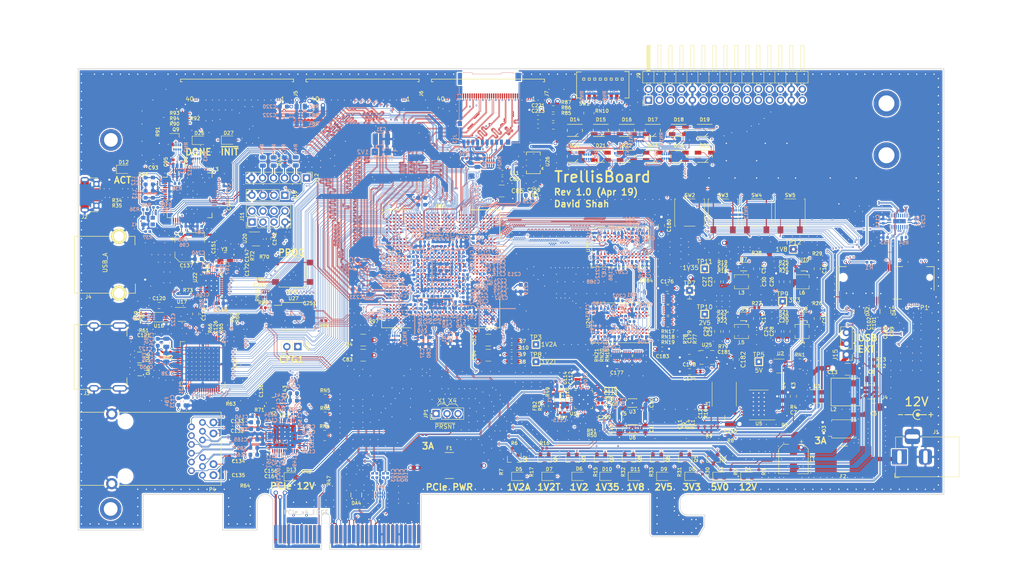
<source format=kicad_pcb>
(kicad_pcb (version 20171130) (host pcbnew 5.1.0)

  (general
    (thickness 1.6)
    (drawings 143)
    (tracks 47303)
    (zones 0)
    (modules 510)
    (nets 738)
  )

  (page A4)
  (layers
    (0 F.Cu signal)
    (1 In1.Cu signal)
    (2 In2.Cu signal)
    (3 In3.Cu signal)
    (4 In4.Cu signal)
    (5 In5.Cu signal)
    (6 In6.Cu signal)
    (31 B.Cu signal)
    (32 B.Adhes user)
    (33 F.Adhes user)
    (34 B.Paste user)
    (35 F.Paste user)
    (36 B.SilkS user)
    (37 F.SilkS user)
    (38 B.Mask user)
    (39 F.Mask user)
    (40 Dwgs.User user)
    (41 Cmts.User user)
    (42 Eco1.User user)
    (43 Eco2.User user)
    (44 Edge.Cuts user)
    (45 Margin user)
    (46 B.CrtYd user)
    (47 F.CrtYd user)
    (48 B.Fab user)
    (49 F.Fab user)
  )

  (setup
    (last_trace_width 0.2)
    (user_trace_width 0.1)
    (user_trace_width 0.15)
    (user_trace_width 0.2)
    (user_trace_width 0.25)
    (user_trace_width 0.35)
    (user_trace_width 0.5)
    (user_trace_width 0.8)
    (user_trace_width 1)
    (trace_clearance 0.0889)
    (zone_clearance 0.15)
    (zone_45_only no)
    (trace_min 0.0889)
    (via_size 0.4)
    (via_drill 0.2)
    (via_min_size 0.4)
    (via_min_drill 0.2)
    (user_via 0.6 0.3)
    (user_via 0.8 0.5)
    (user_via 1 0.6)
    (user_via 1.5 1)
    (user_via 2 1.5)
    (uvia_size 0.3)
    (uvia_drill 0.1)
    (uvias_allowed no)
    (uvia_min_size 0.2)
    (uvia_min_drill 0.1)
    (edge_width 0.15)
    (segment_width 0.2)
    (pcb_text_width 0.3)
    (pcb_text_size 1.5 1.5)
    (mod_edge_width 0.15)
    (mod_text_size 1 1)
    (mod_text_width 0.15)
    (pad_size 1.524 1.524)
    (pad_drill 0.762)
    (pad_to_mask_clearance 0.051)
    (solder_mask_min_width 0.25)
    (aux_axis_origin 0 0)
    (visible_elements FFFDFFFF)
    (pcbplotparams
      (layerselection 0x010fc_ffffffff)
      (usegerberextensions false)
      (usegerberattributes false)
      (usegerberadvancedattributes false)
      (creategerberjobfile false)
      (excludeedgelayer true)
      (linewidth 0.100000)
      (plotframeref false)
      (viasonmask false)
      (mode 1)
      (useauxorigin false)
      (hpglpennumber 1)
      (hpglpenspeed 20)
      (hpglpendiameter 15.000000)
      (psnegative false)
      (psa4output false)
      (plotreference true)
      (plotvalue true)
      (plotinvisibletext false)
      (padsonsilk false)
      (subtractmaskfromsilk false)
      (outputformat 1)
      (mirror false)
      (drillshape 1)
      (scaleselection 1)
      (outputdirectory ""))
  )

  (net 0 "")
  (net 1 "/PCIe + SATA/DCU1_REFCLK-")
  (net 2 "/PCIe + SATA/DCU1_REFCLK+")
  (net 3 DDR3_A4)
  (net 4 DDR3_A6)
  (net 5 DDR3_A5)
  (net 6 DDR3_A7)
  (net 7 /DDR3/DDR3_VTT)
  (net 8 "Net-(R38-Pad2)")
  (net 9 +3V3)
  (net 10 /Power/1V2_EN)
  (net 11 /Power/2V5_EN)
  (net 12 /Power/1V35_EN)
  (net 13 "Net-(RN1-Pad4)")
  (net 14 +5V)
  (net 15 "Net-(RN1-Pad5)")
  (net 16 USD_D0)
  (net 17 USD_D3)
  (net 18 USD_CMD)
  (net 19 USD_D2)
  (net 20 "Net-(RN23-Pad1)")
  (net 21 GND)
  (net 22 "/FPGA IO/CFG0")
  (net 23 "Net-(RN23-Pad8)")
  (net 24 "/FPGA IO/CFG1")
  (net 25 "/FPGA IO/CFG2")
  (net 26 "/FPGA IO/FLASH_D3")
  (net 27 "/FPGA IO/FLASH_D1")
  (net 28 "/FPGA IO/FLASH_D2")
  (net 29 "/FPGA IO/FLASH_D0")
  (net 30 DDR3_WE)
  (net 31 DDR3_CKE)
  (net 32 DDR3_CS)
  (net 33 DDR3_ODT)
  (net 34 DDR3_CAS)
  (net 35 DDR3_BA2)
  (net 36 DDR3_RAS)
  (net 37 DDR3_BA1)
  (net 38 DDR3_A12)
  (net 39 DDR3_A14)
  (net 40 DDR3_A13)
  (net 41 DDR3_BA0)
  (net 42 DDR3_A11)
  (net 43 DDR3_A9)
  (net 44 DDR3_A10)
  (net 45 DDR3_A8)
  (net 46 DDR3_A0)
  (net 47 DDR3_A2)
  (net 48 DDR3_A1)
  (net 49 DDR3_A3)
  (net 50 "/HDMI, GbE, USB/ETH_LED2")
  (net 51 ETH_~RESET)
  (net 52 "/HDMI, GbE, USB/ETH_LED1")
  (net 53 RGMII_REF_CLK)
  (net 54 "Net-(D18-Pad4)")
  (net 55 "Net-(D20-Pad4)")
  (net 56 "Net-(D19-Pad4)")
  (net 57 "Net-(D21-Pad4)")
  (net 58 "Net-(D25-Pad4)")
  (net 59 "Net-(D23-Pad4)")
  (net 60 "Net-(D24-Pad4)")
  (net 61 "Net-(D22-Pad4)")
  (net 62 FTDI_D1_RX)
  (net 63 FTDI_~WR)
  (net 64 FTDI_~RD)
  (net 65 FTDI_~SIWU)
  (net 66 RGMII_RXD0)
  (net 67 RGMII_RXD2)
  (net 68 RGMII_RXD1)
  (net 69 RGMII_RXD3)
  (net 70 RGMII_RX_DV)
  (net 71 ETH_MDIO)
  (net 72 RGMII_RX_CLK)
  (net 73 ETH_INT_N)
  (net 74 "Net-(D17-Pad1)")
  (net 75 "Net-(D16-Pad1)")
  (net 76 "Net-(D14-Pad1)")
  (net 77 "Net-(D15-Pad1)")
  (net 78 DIP_SW1)
  (net 79 DIP_SW0)
  (net 80 DIP_SW2)
  (net 81 DIP_SW3)
  (net 82 DIP_SW7)
  (net 83 DIP_SW6)
  (net 84 DIP_SW4)
  (net 85 DIP_SW5)
  (net 86 "Net-(D14-Pad4)")
  (net 87 "Net-(D16-Pad4)")
  (net 88 "Net-(D15-Pad4)")
  (net 89 "Net-(D17-Pad4)")
  (net 90 "Net-(D21-Pad1)")
  (net 91 "Net-(D20-Pad1)")
  (net 92 "Net-(D18-Pad1)")
  (net 93 "Net-(D19-Pad1)")
  (net 94 BTN1)
  (net 95 BTN0)
  (net 96 BTN2)
  (net 97 BTN3)
  (net 98 "Net-(D25-Pad1)")
  (net 99 "Net-(D24-Pad1)")
  (net 100 "Net-(D22-Pad1)")
  (net 101 "Net-(D23-Pad1)")
  (net 102 "/FPGA IO/VCCIO7")
  (net 103 "Net-(R44-Pad2)")
  (net 104 JTAG_TDO)
  (net 105 JTAG_TDI)
  (net 106 "Net-(R43-Pad2)")
  (net 107 "Net-(R42-Pad2)")
  (net 108 JTAG_TCK)
  (net 109 JTAG_TMS)
  (net 110 "Net-(R45-Pad2)")
  (net 111 "/PCIe + SATA/CLKAUXO+")
  (net 112 +1V8)
  (net 113 +2V5)
  (net 114 "/PCIe + SATA/CLKAUXO-")
  (net 115 "/FPGA IO/VCCIO6")
  (net 116 CLK_SDA)
  (net 117 "Net-(R36-Pad2)")
  (net 118 FPGA_12MHz)
  (net 119 "/PCIe + SATA/PCIe_REFCLK+")
  (net 120 "/PCIe + SATA/PCIe_REFCLK-")
  (net 121 PCIe_12V)
  (net 122 "Net-(D13-Pad2)")
  (net 123 ~PERST)
  (net 124 "Net-(P3-PadA11)")
  (net 125 "Net-(D12-Pad2)")
  (net 126 "Net-(R40-Pad1)")
  (net 127 "Net-(R39-Pad1)")
  (net 128 "Net-(R38-Pad1)")
  (net 129 "Net-(R12-Pad2)")
  (net 130 "/PCIe + SATA/3V3_C")
  (net 131 "/PCIe + SATA/3V3_CA")
  (net 132 "Net-(R57-Pad1)")
  (net 133 "Net-(R58-Pad2)")
  (net 134 FABRIC_REFCLK)
  (net 135 "/HDMI, GbE, USB/PORT_SCL")
  (net 136 "/HDMI, GbE, USB/PORT_SDA")
  (net 137 "Net-(C121-Pad1)")
  (net 138 "Net-(R62-Pad1)")
  (net 139 /Power/3V3_PG)
  (net 140 "Net-(D27-Pad2)")
  (net 141 "/FPGA IO/~PROGRAM")
  (net 142 "Net-(R80-Pad1)")
  (net 143 "Net-(R81-Pad1)")
  (net 144 "/FPGA IO/FLASH_~CS")
  (net 145 "/FPGA IO/FLASH_CLK")
  (net 146 "/FPGA IO/DONE")
  (net 147 "Net-(Q9-Pad1)")
  (net 148 "Net-(D26-Pad2)")
  (net 149 "Net-(R79-Pad1)")
  (net 150 "/FPGA IO/~INIT")
  (net 151 "Net-(C9-Pad1)")
  (net 152 "Net-(C11-Pad1)")
  (net 153 "Net-(Q2-Pad3)")
  (net 154 "Net-(D5-Pad1)")
  (net 155 /Power/1V2_PG)
  (net 156 USD_D1)
  (net 157 USD_CLK)
  (net 158 "Net-(R97-Pad1)")
  (net 159 "Net-(Q2-Pad1)")
  (net 160 +1V2A)
  (net 161 "Net-(R5-Pad2)")
  (net 162 "Net-(D2-Pad2)")
  (net 163 "Net-(C7-Pad1)")
  (net 164 "Net-(D4-Pad2)")
  (net 165 +12V)
  (net 166 "Net-(R74-Pad1)")
  (net 167 "/Debug Interface/PORT_D-")
  (net 168 "/Debug Interface/FTDI_D-")
  (net 169 "/Debug Interface/FTDI_D+")
  (net 170 "/Debug Interface/PORT_D+")
  (net 171 "Net-(C22-Pad2)")
  (net 172 "Net-(R71-Pad2)")
  (net 173 "/HDMI, GbE, USB/USB_XO")
  (net 174 "/HDMI, GbE, USB/USB_XI")
  (net 175 "Net-(R73-Pad1)")
  (net 176 "/HDMI, GbE, USB/USBA_VBUS")
  (net 177 "/HDMI, GbE, USB/EXTVBUS")
  (net 178 DVI_SCL)
  (net 179 DVI_SDA)
  (net 180 CLK_SCL)
  (net 181 "Net-(R70-Pad1)")
  (net 182 "Net-(C175-Pad2)")
  (net 183 DDR3_CLK+)
  (net 184 "Net-(P4-Pad16)")
  (net 185 "Net-(R66-Pad1)")
  (net 186 "Net-(R65-Pad1)")
  (net 187 "/HDMI, GbE, USB/HDMI_HPD")
  (net 188 DDR3_CLK-)
  (net 189 "Net-(C179-Pad1)")
  (net 190 +1V35)
  (net 191 +1V2)
  (net 192 "Net-(D10-Pad2)")
  (net 193 "Net-(P4-Pad14)")
  (net 194 "Net-(C12-Pad2)")
  (net 195 "Net-(D6-Pad2)")
  (net 196 +1V2T)
  (net 197 "Net-(Q4-Pad1)")
  (net 198 "Net-(Q4-Pad3)")
  (net 199 "Net-(D7-Pad1)")
  (net 200 "Net-(C19-Pad2)")
  (net 201 "Net-(C20-Pad2)")
  (net 202 "Net-(C21-Pad2)")
  (net 203 "/Debug Interface/FTDI_12MHz")
  (net 204 "Net-(D11-Pad2)")
  (net 205 /Power/2V5_PG)
  (net 206 /Power/1V35_PG)
  (net 207 /Power/1V8_PG)
  (net 208 "Net-(D8-Pad2)")
  (net 209 "Net-(D9-Pad2)")
  (net 210 "Net-(C8-Pad2)")
  (net 211 "Net-(C8-Pad1)")
  (net 212 /Power/PWR_EN)
  (net 213 "/HDMI, GbE, USB/HDMI_5V")
  (net 214 "Net-(U17-Pad3)")
  (net 215 "Net-(D9-Pad1)")
  (net 216 "Net-(D11-Pad1)")
  (net 217 "Net-(D26-Pad1)")
  (net 218 "Net-(D2-Pad1)")
  (net 219 "Net-(D6-Pad1)")
  (net 220 "Net-(D10-Pad1)")
  (net 221 "Net-(D8-Pad1)")
  (net 222 "Net-(U1-Pad3)")
  (net 223 DDR3_Vref)
  (net 224 DDR3_Vtt_EN)
  (net 225 "Net-(U5-Pad2)")
  (net 226 "Net-(L1-Pad1)")
  (net 227 "Net-(C11-Pad2)")
  (net 228 "Net-(U13-Pad3)")
  (net 229 "/Debug Interface/Vphy")
  (net 230 "/Debug Interface/Vpll")
  (net 231 "/Debug Interface/JTAG_ACT")
  (net 232 "Net-(U13-Pad22)")
  (net 233 "Net-(U13-Pad23)")
  (net 234 "Net-(U13-Pad24)")
  (net 235 "Net-(U13-Pad26)")
  (net 236 "Net-(U13-Pad27)")
  (net 237 "Net-(U13-Pad28)")
  (net 238 "Net-(U13-Pad29)")
  (net 239 "Net-(U13-Pad30)")
  (net 240 "Net-(U13-Pad32)")
  (net 241 "Net-(U13-Pad33)")
  (net 242 "Net-(U13-Pad34)")
  (net 243 "Net-(U13-Pad36)")
  (net 244 FTDI_D0_TX)
  (net 245 FTDI_D2)
  (net 246 FTDI_D3)
  (net 247 FTDI_D4)
  (net 248 FTDI_D5)
  (net 249 FTDI_D6)
  (net 250 FTDI_D7)
  (net 251 FTDI_~RXF)
  (net 252 "Net-(U13-Pad49)")
  (net 253 "Net-(U13-Pad50)")
  (net 254 FTDI_~TXE)
  (net 255 "Net-(U13-Pad57)")
  (net 256 "Net-(U13-Pad58)")
  (net 257 "Net-(U13-Pad59)")
  (net 258 "Net-(U13-Pad60)")
  (net 259 "/HDMI, GbE, USB/DVI_DVDD")
  (net 260 DVI_DE)
  (net 261 DVI_HSYNC)
  (net 262 DVI_VSYNC)
  (net 263 "Net-(U19-Pad11)")
  (net 264 "/HDMI, GbE, USB/DVI_PVDD")
  (net 265 "/HDMI, GbE, USB/TMDS_CLK-")
  (net 266 "/HDMI, GbE, USB/TMDS_CLK+")
  (net 267 "/HDMI, GbE, USB/DVI_TVDD")
  (net 268 "/HDMI, GbE, USB/TMDS_D0-")
  (net 269 "/HDMI, GbE, USB/TMDS_D0+")
  (net 270 "/HDMI, GbE, USB/TMDS_D1-")
  (net 271 "/HDMI, GbE, USB/TMDS_D1+")
  (net 272 "/HDMI, GbE, USB/TMDS_D2-")
  (net 273 "/HDMI, GbE, USB/TMDS_D2+")
  (net 274 DVI_D23)
  (net 275 DVI_D22)
  (net 276 DVI_D21)
  (net 277 DVI_D20)
  (net 278 DVI_D19)
  (net 279 DVI_D18)
  (net 280 DVI_D17)
  (net 281 DVI_D16)
  (net 282 DVI_D15)
  (net 283 DVI_D14)
  (net 284 DVI_D13)
  (net 285 DVI_D12)
  (net 286 "Net-(U19-Pad49)")
  (net 287 DVI_D11)
  (net 288 DVI_D10)
  (net 289 DVI_D9)
  (net 290 DVI_D8)
  (net 291 DVI_D7)
  (net 292 DVI_D6)
  (net 293 DVI_CLK)
  (net 294 DVI_D5)
  (net 295 DVI_D4)
  (net 296 DVI_D3)
  (net 297 DVI_D2)
  (net 298 DVI_D1)
  (net 299 DVI_D0)
  (net 300 "/HDMI, GbE, USB/AVDDH")
  (net 301 "/HDMI, GbE, USB/MX4-")
  (net 302 "/HDMI, GbE, USB/MX4+")
  (net 303 "/HDMI, GbE, USB/AVDDL")
  (net 304 "/HDMI, GbE, USB/MX3-")
  (net 305 "/HDMI, GbE, USB/MX3+")
  (net 306 "/HDMI, GbE, USB/MX2-")
  (net 307 "/HDMI, GbE, USB/MX2+")
  (net 308 "/HDMI, GbE, USB/MX1-")
  (net 309 "/HDMI, GbE, USB/MX1+")
  (net 310 "Net-(U21-Pad13)")
  (net 311 RGMII_TXD0)
  (net 312 RGMII_TXD1)
  (net 313 RGMII_TXD2)
  (net 314 RGMII_TXD3)
  (net 315 RGMII_TX_CLK)
  (net 316 RGMII_TX_EN)
  (net 317 ETH_MDC)
  (net 318 "Net-(U21-Pad43)")
  (net 319 "/HDMI, GbE, USB/AVDDL_PLL")
  (net 320 "/HDMI, GbE, USB/ETH_XO")
  (net 321 "/HDMI, GbE, USB/ETH_XI")
  (net 322 "Net-(U21-Pad47)")
  (net 323 "Net-(U22-Pad3)")
  (net 324 "Net-(U22-Pad5)")
  (net 325 "/HDMI, GbE, USB/USBA_D+")
  (net 326 "/HDMI, GbE, USB/USBA_D-")
  (net 327 ULPI_RESET)
  (net 328 ULPI_NXT)
  (net 329 ULPI_DIR)
  (net 330 ULPI_STP)
  (net 331 ULPI_CLKO)
  (net 332 "/HDMI, GbE, USB/USB1V8")
  (net 333 ULPI_D7)
  (net 334 ULPI_D6)
  (net 335 ULPI_D5)
  (net 336 ULPI_D4)
  (net 337 ULPI_D3)
  (net 338 ULPI_D2)
  (net 339 ULPI_D1)
  (net 340 ULPI_D0)
  (net 341 "Net-(C117-Pad1)")
  (net 342 "Net-(C115-Pad2)")
  (net 343 CLK_SD_OE)
  (net 344 "/PCIe + SATA/1V8_C")
  (net 345 "Net-(U16-Pad16)")
  (net 346 "/PCIe + SATA/DCU0_REFCLK-")
  (net 347 "/PCIe + SATA/DCU0_REFCLK+")
  (net 348 "Net-(U16-Pad24)")
  (net 349 DDR3_DQ13)
  (net 350 DDR3_DQ15)
  (net 351 DDR3_DQ12)
  (net 352 DDR3_DQS1-)
  (net 353 DDR3_DQ14)
  (net 354 DDR3_DQ11)
  (net 355 DDR3_DQ9)
  (net 356 DDR3_DQS1+)
  (net 357 DDR3_DQ10)
  (net 358 DDR3_DM1)
  (net 359 DDR3_DQ8)
  (net 360 DDR3_DQ0)
  (net 361 DDR3_DM0)
  (net 362 DDR3_DQ2)
  (net 363 DDR3_DQS0+)
  (net 364 DDR3_DQ1)
  (net 365 DDR3_DQ3)
  (net 366 DDR3_DQ6)
  (net 367 DDR3_DQS0-)
  (net 368 DDR3_DQ4)
  (net 369 DDR3_DQ7)
  (net 370 DDR3_DQ5)
  (net 371 "Net-(U23-PadJ1)")
  (net 372 "Net-(U23-PadJ9)")
  (net 373 "Net-(U23-PadL1)")
  (net 374 "Net-(U23-PadL9)")
  (net 375 "Net-(U23-PadM7)")
  (net 376 DDR3_RESET)
  (net 377 "Net-(U24-PadM7)")
  (net 378 "Net-(U24-PadL9)")
  (net 379 "Net-(U24-PadL1)")
  (net 380 "Net-(U24-PadJ9)")
  (net 381 "Net-(U24-PadJ1)")
  (net 382 DDR3_DQ21)
  (net 383 DDR3_DQ23)
  (net 384 DDR3_DQ20)
  (net 385 DDR3_DQS2-)
  (net 386 DDR3_DQ22)
  (net 387 DDR3_DQ19)
  (net 388 DDR3_DQ17)
  (net 389 DDR3_DQS2+)
  (net 390 DDR3_DQ18)
  (net 391 DDR3_DM2)
  (net 392 DDR3_DQ16)
  (net 393 DDR3_DQ24)
  (net 394 DDR3_DM3)
  (net 395 DDR3_DQ26)
  (net 396 DDR3_DQS3+)
  (net 397 DDR3_DQ25)
  (net 398 DDR3_DQ27)
  (net 399 DDR3_DQ30)
  (net 400 DDR3_DQS3-)
  (net 401 DDR3_DQ28)
  (net 402 DDR3_DQ31)
  (net 403 DDR3_DQ29)
  (net 404 "Net-(X1-Pad1)")
  (net 405 "Net-(L4-Pad1)")
  (net 406 "Net-(L5-Pad1)")
  (net 407 "Net-(L3-Pad1)")
  (net 408 "Net-(L6-Pad1)")
  (net 409 "/FPGA Core Power/VCCHTX1")
  (net 410 "/FPGA Core Power/VCCHTX0")
  (net 411 "/FPGA Core Power/VCCA0")
  (net 412 "/FPGA Core Power/VCCAUX")
  (net 413 "/FPGA Core Power/VCCA1")
  (net 414 "/PCIe + SATA/DCU1_RX1-")
  (net 415 "/PCIe + SATA/DCU1_RX1+")
  (net 416 "/PCIe + SATA/DCU1_RX0-")
  (net 417 "/PCIe + SATA/DCU1_RX0+")
  (net 418 "/PCIe + SATA/PCIe_HSI0+")
  (net 419 "/PCIe + SATA/PCIe_HSI0-")
  (net 420 "/PCIe + SATA/PCIe_HSI1+")
  (net 421 "/PCIe + SATA/PCIe_HSI1-")
  (net 422 "/PCIe + SATA/DCU0_RX0+")
  (net 423 "/PCIe + SATA/DCU0_RX0-")
  (net 424 "/PCIe + SATA/DCU0_RX1+")
  (net 425 "/PCIe + SATA/DCU0_RX1-")
  (net 426 "Net-(U6-Pad2)")
  (net 427 "Net-(U6-Pad5)")
  (net 428 "Net-(U3-Pad5)")
  (net 429 "Net-(U3-Pad2)")
  (net 430 "Net-(U10-Pad4)")
  (net 431 "Net-(U9-Pad4)")
  (net 432 "Net-(U8-Pad4)")
  (net 433 "Net-(U7-Pad4)")
  (net 434 "Net-(J5-Pad38)")
  (net 435 "/FPGA IO/EXT0_11-")
  (net 436 "/FPGA IO/EXT0_11+")
  (net 437 "/FPGA IO/EXT0_10-")
  (net 438 "/FPGA IO/EXT0_10+")
  (net 439 "/FPGA IO/EXT0_9-")
  (net 440 "/FPGA IO/EXT0_9+")
  (net 441 "/FPGA IO/EXT0_8-")
  (net 442 "/FPGA IO/EXT0_8+")
  (net 443 "/FPGA IO/EXT0_7-")
  (net 444 "/FPGA IO/EXT0_7+")
  (net 445 "/FPGA IO/EXT0_6-")
  (net 446 "/FPGA IO/EXT0_6+")
  (net 447 "/FPGA IO/EXT0_5-")
  (net 448 "/FPGA IO/EXT0_5+")
  (net 449 "/FPGA IO/EXT0_4-")
  (net 450 "/FPGA IO/EXT0_4+")
  (net 451 "/FPGA IO/EXT0_3-")
  (net 452 "/FPGA IO/EXT0_3+")
  (net 453 "/FPGA IO/EXT0_2-")
  (net 454 "/FPGA IO/EXT0_2+")
  (net 455 "/FPGA IO/EXT0_1-")
  (net 456 "/FPGA IO/EXT0_1+")
  (net 457 "/FPGA IO/EXT0_0-")
  (net 458 "/FPGA IO/EXT0_0+")
  (net 459 "Net-(J6-Pad38)")
  (net 460 "/FPGA IO/EXT1_11-")
  (net 461 "/FPGA IO/EXT1_11+")
  (net 462 "/FPGA IO/EXT1_10-")
  (net 463 "/FPGA IO/EXT1_10+")
  (net 464 "/FPGA IO/EXT1_9-")
  (net 465 "/FPGA IO/EXT1_9+")
  (net 466 "/FPGA IO/EXT1_8-")
  (net 467 "/FPGA IO/EXT1_8+")
  (net 468 "/FPGA IO/EXT1_7-")
  (net 469 "/FPGA IO/EXT1_7+")
  (net 470 "/FPGA IO/EXT1_6-")
  (net 471 "/FPGA IO/EXT1_6+")
  (net 472 "/FPGA IO/EXT1_5-")
  (net 473 "/FPGA IO/EXT1_5+")
  (net 474 "/FPGA IO/EXT1_4-")
  (net 475 "/FPGA IO/EXT1_4+")
  (net 476 "/FPGA IO/EXT1_3-")
  (net 477 "/FPGA IO/EXT1_3+")
  (net 478 "/FPGA IO/EXT1_2-")
  (net 479 "/FPGA IO/EXT1_2+")
  (net 480 "/FPGA IO/EXT1_1-")
  (net 481 "/FPGA IO/EXT1_1+")
  (net 482 "/FPGA IO/EXT1_0-")
  (net 483 "/FPGA IO/EXT1_0+")
  (net 484 "/FPGA IO/EXT2_0+")
  (net 485 "/FPGA IO/EXT2_0-")
  (net 486 "/FPGA IO/EXT2_1+")
  (net 487 "/FPGA IO/EXT2_1-")
  (net 488 "/FPGA IO/EXT2_2+")
  (net 489 "/FPGA IO/EXT2_2-")
  (net 490 "/FPGA IO/EXT2_3+")
  (net 491 "/FPGA IO/EXT2_3-")
  (net 492 "/FPGA IO/EXT2_4+")
  (net 493 "/FPGA IO/EXT2_4-")
  (net 494 "/FPGA IO/EXT2_5+")
  (net 495 "/FPGA IO/EXT2_5-")
  (net 496 "/FPGA IO/EXT2_6+")
  (net 497 "/FPGA IO/EXT2_6-")
  (net 498 "/FPGA IO/EXT2_7+")
  (net 499 "/FPGA IO/EXT2_7-")
  (net 500 "/FPGA IO/EXT2_8+")
  (net 501 "/FPGA IO/EXT2_8-")
  (net 502 "/FPGA IO/EXT2_9+")
  (net 503 "/FPGA IO/EXT2_9-")
  (net 504 "/FPGA IO/EXT2_10+")
  (net 505 "/FPGA IO/EXT2_10-")
  (net 506 "/FPGA IO/EXT2_11+")
  (net 507 "/FPGA IO/EXT2_11-")
  (net 508 "Net-(J7-Pad38)")
  (net 509 "Net-(C132-Pad1)")
  (net 510 "Net-(C135-Pad1)")
  (net 511 "Net-(C133-Pad1)")
  (net 512 "Net-(C134-Pad1)")
  (net 513 "Net-(P3-PadB5)")
  (net 514 "Net-(P3-PadB6)")
  (net 515 "Net-(P3-PadB8)")
  (net 516 "Net-(P3-PadB9)")
  (net 517 "Net-(P3-PadB10)")
  (net 518 PCIe_~WAKE)
  (net 519 "Net-(P3-PadB12)")
  (net 520 "/PCIe + SATA/~PRSNT2~_X1")
  (net 521 "Net-(P3-PadB23)")
  (net 522 "Net-(P3-PadB24)")
  (net 523 "Net-(P3-PadB27)")
  (net 524 "Net-(P3-PadB28)")
  (net 525 "Net-(P3-PadB30)")
  (net 526 "/PCIe + SATA/~PRSNT2~_X4")
  (net 527 "/PCIe + SATA/~PRSNT1")
  (net 528 "Net-(P3-PadA5)")
  (net 529 "Net-(P3-PadA6)")
  (net 530 "Net-(P3-PadA7)")
  (net 531 "Net-(P3-PadA8)")
  (net 532 "Net-(P3-PadA9)")
  (net 533 "Net-(P3-PadA10)")
  (net 534 "Net-(P3-PadA19)")
  (net 535 "Net-(P3-PadA25)")
  (net 536 "Net-(P3-PadA26)")
  (net 537 "Net-(P3-PadA29)")
  (net 538 "Net-(P3-PadA30)")
  (net 539 "Net-(P3-PadA32)")
  (net 540 "Net-(U26-Pad1)")
  (net 541 "Net-(U26-Pad2)")
  (net 542 "/FPGA IO/CLK100+")
  (net 543 "/FPGA IO/CLK100-")
  (net 544 "Net-(J3-Pad14)")
  (net 545 "Net-(J3-Pad13)")
  (net 546 LED2)
  (net 547 LED11)
  (net 548 LED10)
  (net 549 LED0)
  (net 550 LED1)
  (net 551 LED3)
  (net 552 LED4)
  (net 553 LED5)
  (net 554 LED6)
  (net 555 LED7)
  (net 556 LED8)
  (net 557 LED9)
  (net 558 "Net-(F2-Pad2)")
  (net 559 "Net-(U15-PadR1)")
  (net 560 "Net-(U15-PadT2)")
  (net 561 "Net-(U15-PadAB2)")
  (net 562 "Net-(U15-PadAC2)")
  (net 563 "Net-(U15-PadAE2)")
  (net 564 "Net-(U15-PadAG2)")
  (net 565 "Net-(U15-PadA3)")
  (net 566 "Net-(U15-PadV3)")
  (net 567 "Net-(U15-PadW3)")
  (net 568 "Net-(U15-PadY3)")
  (net 569 "Net-(U15-PadAC3)")
  (net 570 "Net-(U15-PadAG3)")
  (net 571 "Net-(U15-PadAL3)")
  (net 572 "Net-(U15-PadB4)")
  (net 573 "Net-(U15-PadH4)")
  (net 574 "Net-(U15-PadAC4)")
  (net 575 "Net-(U15-PadA5)")
  (net 576 "Net-(U15-PadL5)")
  (net 577 "Net-(U15-PadW6)")
  (net 578 "Net-(U15-PadD7)")
  (net 579 "Net-(U15-PadE7)")
  (net 580 "Net-(U15-PadAE7)")
  (net 581 "Net-(U15-PadG9)")
  (net 582 "/PCIe + SATA/DCU0_TX0+")
  (net 583 "Net-(U15-PadG10)")
  (net 584 "/PCIe + SATA/DCU0_TX0-")
  (net 585 "Net-(U15-PadG11)")
  (net 586 "/PCIe + SATA/DCU0_TX1+")
  (net 587 "/PCIe + SATA/DCU0_TX1-")
  (net 588 "/FPGA IO/PMOD1_10")
  (net 589 "/FPGA IO/PMOD1_9")
  (net 590 "Net-(U15-PadG14)")
  (net 591 "Net-(U15-PadG15)")
  (net 592 "Net-(U15-PadAK15)")
  (net 593 "Net-(U15-PadG16)")
  (net 594 "Net-(U15-PadAK16)")
  (net 595 "Net-(U15-PadG17)")
  (net 596 "Net-(U15-PadG18)")
  (net 597 "/PCIe + SATA/DCU1_TX0+")
  (net 598 "Net-(U15-PadG19)")
  (net 599 "/PCIe + SATA/DCU1_TX0-")
  (net 600 "/FPGA IO/PMOD1_8")
  (net 601 "/FPGA IO/PMOD1_7")
  (net 602 "/PCIe + SATA/DCU1_TX1+")
  (net 603 "/PCIe + SATA/DCU1_TX1-")
  (net 604 "/FPGA IO/EXIO_5")
  (net 605 "/FPGA IO/EXIO_4")
  (net 606 "/FPGA IO/EXIO_3")
  (net 607 "Net-(U15-PadG22)")
  (net 608 "/FPGA IO/PMOD1_3")
  (net 609 "/FPGA IO/PMOD1_2")
  (net 610 "/FPGA IO/PMOD1_0")
  (net 611 "/FPGA IO/PMOD1_1")
  (net 612 "/FPGA IO/EXIO_2")
  (net 613 "Net-(U15-PadG23)")
  (net 614 "/FPGA IO/EXIO_1")
  (net 615 "/FPGA IO/PMOD0_10")
  (net 616 "/FPGA IO/EXIO_0")
  (net 617 "/FPGA IO/PMOD0_9")
  (net 618 "Net-(U15-PadG24)")
  (net 619 "Net-(U15-PadAG24)")
  (net 620 "Net-(U15-PadAK24)")
  (net 621 "/FPGA IO/PMOD0_8")
  (net 622 "/FPGA IO/PMOD0_3")
  (net 623 "/FPGA IO/PMOD0_7")
  (net 624 "/FPGA IO/PMOD0_2")
  (net 625 "/FPGA IO/PMOD0_1")
  (net 626 "Net-(U15-PadAK25)")
  (net 627 "/FPGA IO/PMOD0_0")
  (net 628 "Net-(U15-PadB26)")
  (net 629 "Net-(U15-PadE26)")
  (net 630 "Net-(U15-PadAE26)")
  (net 631 "Net-(U15-PadJ27)")
  (net 632 "Net-(U15-PadW27)")
  (net 633 "Net-(U15-PadC28)")
  (net 634 "Net-(U15-PadL28)")
  (net 635 "Net-(U15-PadAC28)")
  (net 636 "Net-(U15-PadH29)")
  (net 637 "Net-(U15-PadP29)")
  (net 638 "Net-(U15-PadAB29)")
  (net 639 "Net-(U15-PadAC29)")
  (net 640 "Net-(U15-PadAE29)")
  (net 641 "Net-(U15-PadAJ29)")
  (net 642 "Net-(U15-PadP30)")
  (net 643 "Net-(U15-PadR30)")
  (net 644 "Net-(U15-PadV30)")
  (net 645 "Net-(U15-PadAB30)")
  (net 646 "Net-(U15-PadAE30)")
  (net 647 "Net-(U15-PadAJ30)")
  (net 648 "Net-(U15-PadA31)")
  (net 649 "Net-(U15-PadAG31)")
  (net 650 "Net-(U15-PadAK31)")
  (net 651 "Net-(U15-PadAG32)")
  (net 652 "Net-(J2-Pad4)")
  (net 653 "Net-(U15-PadAD27)")
  (net 654 "Net-(U15-PadF30)")
  (net 655 "Net-(U15-PadN27)")
  (net 656 "Net-(U15-PadU29)")
  (net 657 "Net-(U15-PadW1)")
  (net 658 "Net-(U15-PadV1)")
  (net 659 "Net-(U15-PadY7)")
  (net 660 "Net-(U15-PadY6)")
  (net 661 "Net-(U15-PadAC5)")
  (net 662 "Net-(U15-PadAD4)")
  (net 663 "Net-(U15-PadY4)")
  (net 664 "Net-(U15-PadW4)")
  (net 665 "Net-(U15-PadJ4)")
  (net 666 "Net-(U15-PadL3)")
  (net 667 "Net-(U15-PadL2)")
  (net 668 "Net-(U15-PadK2)")
  (net 669 "Net-(U15-PadL1)")
  (net 670 "Net-(U15-PadK1)")
  (net 671 "Net-(U15-PadJ1)")
  (net 672 "Net-(U15-PadD1)")
  (net 673 "Net-(U15-PadC1)")
  (net 674 "Net-(U15-PadF2)")
  (net 675 "Net-(U15-PadE1)")
  (net 676 "Net-(U15-PadE4)")
  (net 677 "Net-(U15-PadD4)")
  (net 678 "Net-(P1-Pad52)")
  (net 679 M2_CLKSEL)
  (net 680 "Net-(R54-Pad1)")
  (net 681 "/PCIe + SATA/M2_REFCLK+")
  (net 682 "/PCIe + SATA/M2_REFCLK-")
  (net 683 "Net-(U11-Pad17)")
  (net 684 "Net-(U11-Pad16)")
  (net 685 "/PCIe + SATA/CLKREFO+")
  (net 686 "/PCIe + SATA/CLKREFO-")
  (net 687 "/PCIe + SATA/M2_RX0+")
  (net 688 "/PCIe + SATA/M2_RX0-")
  (net 689 "/PCIe + SATA/M2_RX1+")
  (net 690 "/PCIe + SATA/M2_RX1-")
  (net 691 M2_CTS)
  (net 692 M2_RTS)
  (net 693 M2_SDIO_D0)
  (net 694 M2_TXD)
  (net 695 M2_SDIO_D3)
  (net 696 M2_SDIO_D2)
  (net 697 M2_SDIO_D1)
  (net 698 M2_SDIO_CLK)
  (net 699 M2_SDIO_CMD)
  (net 700 "Net-(P1-Pad3)")
  (net 701 "Net-(P1-Pad5)")
  (net 702 "Net-(P1-Pad6)")
  (net 703 "Net-(P1-Pad8)")
  (net 704 "Net-(P1-Pad10)")
  (net 705 "Net-(P1-Pad12)")
  (net 706 "Net-(P1-Pad14)")
  (net 707 "Net-(P1-Pad16)")
  (net 708 "Net-(P1-Pad20)")
  (net 709 "Net-(P1-Pad21)")
  (net 710 "Net-(P1-Pad23)")
  (net 711 "Net-(P1-Pad38)")
  (net 712 "Net-(P1-Pad40)")
  (net 713 "Net-(P1-Pad42)")
  (net 714 "Net-(P1-Pad44)")
  (net 715 "Net-(P1-Pad46)")
  (net 716 "Net-(P1-Pad48)")
  (net 717 "Net-(P1-Pad50)")
  (net 718 "Net-(P1-Pad53)")
  (net 719 "Net-(P1-Pad54)")
  (net 720 "Net-(P1-Pad55)")
  (net 721 "Net-(P1-Pad56)")
  (net 722 "Net-(P1-Pad58)")
  (net 723 "Net-(P1-Pad60)")
  (net 724 "Net-(P1-Pad62)")
  (net 725 "Net-(P1-Pad64)")
  (net 726 "Net-(P1-Pad66)")
  (net 727 "Net-(P1-Pad68)")
  (net 728 "Net-(P1-Pad70)")
  (net 729 "Net-(C258-Pad1)")
  (net 730 M2_RXD)
  (net 731 "Net-(U15-PadA4)")
  (net 732 "Net-(RN2-Pad4)")
  (net 733 "Net-(RN2-Pad2)")
  (net 734 "Net-(RN2-Pad3)")
  (net 735 "Net-(C260-Pad1)")
  (net 736 "Net-(C13-Pad1)")
  (net 737 USB_5V)

  (net_class Default "This is the default net class."
    (clearance 0.0889)
    (trace_width 0.0889)
    (via_dia 0.4)
    (via_drill 0.2)
    (uvia_dia 0.3)
    (uvia_drill 0.1)
    (diff_pair_width 0.11)
    (diff_pair_gap 0.11)
    (add_net +12V)
    (add_net +1V2)
    (add_net +1V2A)
    (add_net +1V2T)
    (add_net +1V35)
    (add_net +1V8)
    (add_net +2V5)
    (add_net +3V3)
    (add_net +5V)
    (add_net /DDR3/DDR3_VTT)
    (add_net "/Debug Interface/FTDI_12MHz")
    (add_net "/Debug Interface/FTDI_D+")
    (add_net "/Debug Interface/FTDI_D-")
    (add_net "/Debug Interface/JTAG_ACT")
    (add_net "/Debug Interface/PORT_D+")
    (add_net "/Debug Interface/PORT_D-")
    (add_net "/Debug Interface/Vphy")
    (add_net "/Debug Interface/Vpll")
    (add_net "/FPGA Core Power/VCCA0")
    (add_net "/FPGA Core Power/VCCA1")
    (add_net "/FPGA Core Power/VCCAUX")
    (add_net "/FPGA Core Power/VCCHTX0")
    (add_net "/FPGA Core Power/VCCHTX1")
    (add_net "/FPGA IO/CFG0")
    (add_net "/FPGA IO/CFG1")
    (add_net "/FPGA IO/CFG2")
    (add_net "/FPGA IO/CLK100+")
    (add_net "/FPGA IO/CLK100-")
    (add_net "/FPGA IO/DONE")
    (add_net "/FPGA IO/EXIO_0")
    (add_net "/FPGA IO/EXIO_1")
    (add_net "/FPGA IO/EXIO_2")
    (add_net "/FPGA IO/EXIO_3")
    (add_net "/FPGA IO/EXIO_4")
    (add_net "/FPGA IO/EXIO_5")
    (add_net "/FPGA IO/EXT0_0+")
    (add_net "/FPGA IO/EXT0_0-")
    (add_net "/FPGA IO/EXT0_1+")
    (add_net "/FPGA IO/EXT0_1-")
    (add_net "/FPGA IO/EXT0_10+")
    (add_net "/FPGA IO/EXT0_10-")
    (add_net "/FPGA IO/EXT0_11+")
    (add_net "/FPGA IO/EXT0_11-")
    (add_net "/FPGA IO/EXT0_2+")
    (add_net "/FPGA IO/EXT0_2-")
    (add_net "/FPGA IO/EXT0_3+")
    (add_net "/FPGA IO/EXT0_3-")
    (add_net "/FPGA IO/EXT0_4+")
    (add_net "/FPGA IO/EXT0_4-")
    (add_net "/FPGA IO/EXT0_5+")
    (add_net "/FPGA IO/EXT0_5-")
    (add_net "/FPGA IO/EXT0_6+")
    (add_net "/FPGA IO/EXT0_6-")
    (add_net "/FPGA IO/EXT0_7+")
    (add_net "/FPGA IO/EXT0_7-")
    (add_net "/FPGA IO/EXT0_8+")
    (add_net "/FPGA IO/EXT0_8-")
    (add_net "/FPGA IO/EXT0_9+")
    (add_net "/FPGA IO/EXT0_9-")
    (add_net "/FPGA IO/EXT1_0+")
    (add_net "/FPGA IO/EXT1_0-")
    (add_net "/FPGA IO/EXT1_1+")
    (add_net "/FPGA IO/EXT1_1-")
    (add_net "/FPGA IO/EXT1_10+")
    (add_net "/FPGA IO/EXT1_10-")
    (add_net "/FPGA IO/EXT1_11+")
    (add_net "/FPGA IO/EXT1_11-")
    (add_net "/FPGA IO/EXT1_2+")
    (add_net "/FPGA IO/EXT1_2-")
    (add_net "/FPGA IO/EXT1_3+")
    (add_net "/FPGA IO/EXT1_3-")
    (add_net "/FPGA IO/EXT1_4+")
    (add_net "/FPGA IO/EXT1_4-")
    (add_net "/FPGA IO/EXT1_5+")
    (add_net "/FPGA IO/EXT1_5-")
    (add_net "/FPGA IO/EXT1_6+")
    (add_net "/FPGA IO/EXT1_6-")
    (add_net "/FPGA IO/EXT1_7+")
    (add_net "/FPGA IO/EXT1_7-")
    (add_net "/FPGA IO/EXT1_8+")
    (add_net "/FPGA IO/EXT1_8-")
    (add_net "/FPGA IO/EXT1_9+")
    (add_net "/FPGA IO/EXT1_9-")
    (add_net "/FPGA IO/EXT2_0+")
    (add_net "/FPGA IO/EXT2_0-")
    (add_net "/FPGA IO/EXT2_1+")
    (add_net "/FPGA IO/EXT2_1-")
    (add_net "/FPGA IO/EXT2_10+")
    (add_net "/FPGA IO/EXT2_10-")
    (add_net "/FPGA IO/EXT2_11+")
    (add_net "/FPGA IO/EXT2_11-")
    (add_net "/FPGA IO/EXT2_2+")
    (add_net "/FPGA IO/EXT2_2-")
    (add_net "/FPGA IO/EXT2_3+")
    (add_net "/FPGA IO/EXT2_3-")
    (add_net "/FPGA IO/EXT2_4+")
    (add_net "/FPGA IO/EXT2_4-")
    (add_net "/FPGA IO/EXT2_5+")
    (add_net "/FPGA IO/EXT2_5-")
    (add_net "/FPGA IO/EXT2_6+")
    (add_net "/FPGA IO/EXT2_6-")
    (add_net "/FPGA IO/EXT2_7+")
    (add_net "/FPGA IO/EXT2_7-")
    (add_net "/FPGA IO/EXT2_8+")
    (add_net "/FPGA IO/EXT2_8-")
    (add_net "/FPGA IO/EXT2_9+")
    (add_net "/FPGA IO/EXT2_9-")
    (add_net "/FPGA IO/FLASH_CLK")
    (add_net "/FPGA IO/FLASH_D0")
    (add_net "/FPGA IO/FLASH_D1")
    (add_net "/FPGA IO/FLASH_D2")
    (add_net "/FPGA IO/FLASH_D3")
    (add_net "/FPGA IO/FLASH_~CS")
    (add_net "/FPGA IO/PMOD0_0")
    (add_net "/FPGA IO/PMOD0_1")
    (add_net "/FPGA IO/PMOD0_10")
    (add_net "/FPGA IO/PMOD0_2")
    (add_net "/FPGA IO/PMOD0_3")
    (add_net "/FPGA IO/PMOD0_7")
    (add_net "/FPGA IO/PMOD0_8")
    (add_net "/FPGA IO/PMOD0_9")
    (add_net "/FPGA IO/PMOD1_0")
    (add_net "/FPGA IO/PMOD1_1")
    (add_net "/FPGA IO/PMOD1_10")
    (add_net "/FPGA IO/PMOD1_2")
    (add_net "/FPGA IO/PMOD1_3")
    (add_net "/FPGA IO/PMOD1_7")
    (add_net "/FPGA IO/PMOD1_8")
    (add_net "/FPGA IO/PMOD1_9")
    (add_net "/FPGA IO/VCCIO6")
    (add_net "/FPGA IO/VCCIO7")
    (add_net "/FPGA IO/~INIT")
    (add_net "/FPGA IO/~PROGRAM")
    (add_net "/HDMI, GbE, USB/AVDDH")
    (add_net "/HDMI, GbE, USB/AVDDL")
    (add_net "/HDMI, GbE, USB/AVDDL_PLL")
    (add_net "/HDMI, GbE, USB/DVI_DVDD")
    (add_net "/HDMI, GbE, USB/DVI_PVDD")
    (add_net "/HDMI, GbE, USB/DVI_TVDD")
    (add_net "/HDMI, GbE, USB/ETH_LED1")
    (add_net "/HDMI, GbE, USB/ETH_LED2")
    (add_net "/HDMI, GbE, USB/ETH_XI")
    (add_net "/HDMI, GbE, USB/ETH_XO")
    (add_net "/HDMI, GbE, USB/EXTVBUS")
    (add_net "/HDMI, GbE, USB/HDMI_5V")
    (add_net "/HDMI, GbE, USB/HDMI_HPD")
    (add_net "/HDMI, GbE, USB/MX1+")
    (add_net "/HDMI, GbE, USB/MX1-")
    (add_net "/HDMI, GbE, USB/MX2+")
    (add_net "/HDMI, GbE, USB/MX2-")
    (add_net "/HDMI, GbE, USB/MX3+")
    (add_net "/HDMI, GbE, USB/MX3-")
    (add_net "/HDMI, GbE, USB/MX4+")
    (add_net "/HDMI, GbE, USB/MX4-")
    (add_net "/HDMI, GbE, USB/PORT_SCL")
    (add_net "/HDMI, GbE, USB/PORT_SDA")
    (add_net "/HDMI, GbE, USB/TMDS_CLK+")
    (add_net "/HDMI, GbE, USB/TMDS_CLK-")
    (add_net "/HDMI, GbE, USB/TMDS_D0+")
    (add_net "/HDMI, GbE, USB/TMDS_D0-")
    (add_net "/HDMI, GbE, USB/TMDS_D1+")
    (add_net "/HDMI, GbE, USB/TMDS_D1-")
    (add_net "/HDMI, GbE, USB/TMDS_D2+")
    (add_net "/HDMI, GbE, USB/TMDS_D2-")
    (add_net "/HDMI, GbE, USB/USB1V8")
    (add_net "/HDMI, GbE, USB/USBA_D+")
    (add_net "/HDMI, GbE, USB/USBA_D-")
    (add_net "/HDMI, GbE, USB/USBA_VBUS")
    (add_net "/HDMI, GbE, USB/USB_XI")
    (add_net "/HDMI, GbE, USB/USB_XO")
    (add_net "/PCIe + SATA/1V8_C")
    (add_net "/PCIe + SATA/3V3_C")
    (add_net "/PCIe + SATA/3V3_CA")
    (add_net "/PCIe + SATA/CLKAUXO+")
    (add_net "/PCIe + SATA/CLKAUXO-")
    (add_net "/PCIe + SATA/CLKREFO+")
    (add_net "/PCIe + SATA/CLKREFO-")
    (add_net "/PCIe + SATA/DCU0_REFCLK+")
    (add_net "/PCIe + SATA/DCU0_REFCLK-")
    (add_net "/PCIe + SATA/DCU0_RX0+")
    (add_net "/PCIe + SATA/DCU0_RX0-")
    (add_net "/PCIe + SATA/DCU0_RX1+")
    (add_net "/PCIe + SATA/DCU0_RX1-")
    (add_net "/PCIe + SATA/DCU0_TX0+")
    (add_net "/PCIe + SATA/DCU0_TX0-")
    (add_net "/PCIe + SATA/DCU0_TX1+")
    (add_net "/PCIe + SATA/DCU0_TX1-")
    (add_net "/PCIe + SATA/DCU1_REFCLK+")
    (add_net "/PCIe + SATA/DCU1_REFCLK-")
    (add_net "/PCIe + SATA/DCU1_RX0+")
    (add_net "/PCIe + SATA/DCU1_RX0-")
    (add_net "/PCIe + SATA/DCU1_RX1+")
    (add_net "/PCIe + SATA/DCU1_RX1-")
    (add_net "/PCIe + SATA/DCU1_TX0+")
    (add_net "/PCIe + SATA/DCU1_TX0-")
    (add_net "/PCIe + SATA/DCU1_TX1+")
    (add_net "/PCIe + SATA/DCU1_TX1-")
    (add_net "/PCIe + SATA/M2_REFCLK+")
    (add_net "/PCIe + SATA/M2_REFCLK-")
    (add_net "/PCIe + SATA/M2_RX0+")
    (add_net "/PCIe + SATA/M2_RX0-")
    (add_net "/PCIe + SATA/M2_RX1+")
    (add_net "/PCIe + SATA/M2_RX1-")
    (add_net "/PCIe + SATA/PCIe_HSI0+")
    (add_net "/PCIe + SATA/PCIe_HSI0-")
    (add_net "/PCIe + SATA/PCIe_HSI1+")
    (add_net "/PCIe + SATA/PCIe_HSI1-")
    (add_net "/PCIe + SATA/PCIe_REFCLK+")
    (add_net "/PCIe + SATA/PCIe_REFCLK-")
    (add_net "/PCIe + SATA/~PRSNT1")
    (add_net "/PCIe + SATA/~PRSNT2~_X1")
    (add_net "/PCIe + SATA/~PRSNT2~_X4")
    (add_net /Power/1V2_EN)
    (add_net /Power/1V2_PG)
    (add_net /Power/1V35_EN)
    (add_net /Power/1V35_PG)
    (add_net /Power/1V8_PG)
    (add_net /Power/2V5_EN)
    (add_net /Power/2V5_PG)
    (add_net /Power/3V3_PG)
    (add_net /Power/PWR_EN)
    (add_net BTN0)
    (add_net BTN1)
    (add_net BTN2)
    (add_net BTN3)
    (add_net CLK_SCL)
    (add_net CLK_SDA)
    (add_net CLK_SD_OE)
    (add_net DDR3_A0)
    (add_net DDR3_A1)
    (add_net DDR3_A10)
    (add_net DDR3_A11)
    (add_net DDR3_A12)
    (add_net DDR3_A13)
    (add_net DDR3_A14)
    (add_net DDR3_A2)
    (add_net DDR3_A3)
    (add_net DDR3_A4)
    (add_net DDR3_A5)
    (add_net DDR3_A6)
    (add_net DDR3_A7)
    (add_net DDR3_A8)
    (add_net DDR3_A9)
    (add_net DDR3_BA0)
    (add_net DDR3_BA1)
    (add_net DDR3_BA2)
    (add_net DDR3_CAS)
    (add_net DDR3_CKE)
    (add_net DDR3_CLK+)
    (add_net DDR3_CLK-)
    (add_net DDR3_CS)
    (add_net DDR3_DM0)
    (add_net DDR3_DM1)
    (add_net DDR3_DM2)
    (add_net DDR3_DM3)
    (add_net DDR3_DQ0)
    (add_net DDR3_DQ1)
    (add_net DDR3_DQ10)
    (add_net DDR3_DQ11)
    (add_net DDR3_DQ12)
    (add_net DDR3_DQ13)
    (add_net DDR3_DQ14)
    (add_net DDR3_DQ15)
    (add_net DDR3_DQ16)
    (add_net DDR3_DQ17)
    (add_net DDR3_DQ18)
    (add_net DDR3_DQ19)
    (add_net DDR3_DQ2)
    (add_net DDR3_DQ20)
    (add_net DDR3_DQ21)
    (add_net DDR3_DQ22)
    (add_net DDR3_DQ23)
    (add_net DDR3_DQ24)
    (add_net DDR3_DQ25)
    (add_net DDR3_DQ26)
    (add_net DDR3_DQ27)
    (add_net DDR3_DQ28)
    (add_net DDR3_DQ29)
    (add_net DDR3_DQ3)
    (add_net DDR3_DQ30)
    (add_net DDR3_DQ31)
    (add_net DDR3_DQ4)
    (add_net DDR3_DQ5)
    (add_net DDR3_DQ6)
    (add_net DDR3_DQ7)
    (add_net DDR3_DQ8)
    (add_net DDR3_DQ9)
    (add_net DDR3_DQS0+)
    (add_net DDR3_DQS0-)
    (add_net DDR3_DQS1+)
    (add_net DDR3_DQS1-)
    (add_net DDR3_DQS2+)
    (add_net DDR3_DQS2-)
    (add_net DDR3_DQS3+)
    (add_net DDR3_DQS3-)
    (add_net DDR3_ODT)
    (add_net DDR3_RAS)
    (add_net DDR3_RESET)
    (add_net DDR3_Vref)
    (add_net DDR3_Vtt_EN)
    (add_net DDR3_WE)
    (add_net DIP_SW0)
    (add_net DIP_SW1)
    (add_net DIP_SW2)
    (add_net DIP_SW3)
    (add_net DIP_SW4)
    (add_net DIP_SW5)
    (add_net DIP_SW6)
    (add_net DIP_SW7)
    (add_net DVI_CLK)
    (add_net DVI_D0)
    (add_net DVI_D1)
    (add_net DVI_D10)
    (add_net DVI_D11)
    (add_net DVI_D12)
    (add_net DVI_D13)
    (add_net DVI_D14)
    (add_net DVI_D15)
    (add_net DVI_D16)
    (add_net DVI_D17)
    (add_net DVI_D18)
    (add_net DVI_D19)
    (add_net DVI_D2)
    (add_net DVI_D20)
    (add_net DVI_D21)
    (add_net DVI_D22)
    (add_net DVI_D23)
    (add_net DVI_D3)
    (add_net DVI_D4)
    (add_net DVI_D5)
    (add_net DVI_D6)
    (add_net DVI_D7)
    (add_net DVI_D8)
    (add_net DVI_D9)
    (add_net DVI_DE)
    (add_net DVI_HSYNC)
    (add_net DVI_SCL)
    (add_net DVI_SDA)
    (add_net DVI_VSYNC)
    (add_net ETH_INT_N)
    (add_net ETH_MDC)
    (add_net ETH_MDIO)
    (add_net ETH_~RESET)
    (add_net FABRIC_REFCLK)
    (add_net FPGA_12MHz)
    (add_net FTDI_D0_TX)
    (add_net FTDI_D1_RX)
    (add_net FTDI_D2)
    (add_net FTDI_D3)
    (add_net FTDI_D4)
    (add_net FTDI_D5)
    (add_net FTDI_D6)
    (add_net FTDI_D7)
    (add_net FTDI_~RD)
    (add_net FTDI_~RXF)
    (add_net FTDI_~SIWU)
    (add_net FTDI_~TXE)
    (add_net FTDI_~WR)
    (add_net GND)
    (add_net JTAG_TCK)
    (add_net JTAG_TDI)
    (add_net JTAG_TDO)
    (add_net JTAG_TMS)
    (add_net LED0)
    (add_net LED1)
    (add_net LED10)
    (add_net LED11)
    (add_net LED2)
    (add_net LED3)
    (add_net LED4)
    (add_net LED5)
    (add_net LED6)
    (add_net LED7)
    (add_net LED8)
    (add_net LED9)
    (add_net M2_CLKSEL)
    (add_net M2_CTS)
    (add_net M2_RTS)
    (add_net M2_RXD)
    (add_net M2_SDIO_CLK)
    (add_net M2_SDIO_CMD)
    (add_net M2_SDIO_D0)
    (add_net M2_SDIO_D1)
    (add_net M2_SDIO_D2)
    (add_net M2_SDIO_D3)
    (add_net M2_TXD)
    (add_net "Net-(C11-Pad1)")
    (add_net "Net-(C11-Pad2)")
    (add_net "Net-(C115-Pad2)")
    (add_net "Net-(C117-Pad1)")
    (add_net "Net-(C12-Pad2)")
    (add_net "Net-(C121-Pad1)")
    (add_net "Net-(C13-Pad1)")
    (add_net "Net-(C132-Pad1)")
    (add_net "Net-(C133-Pad1)")
    (add_net "Net-(C134-Pad1)")
    (add_net "Net-(C135-Pad1)")
    (add_net "Net-(C175-Pad2)")
    (add_net "Net-(C179-Pad1)")
    (add_net "Net-(C19-Pad2)")
    (add_net "Net-(C20-Pad2)")
    (add_net "Net-(C21-Pad2)")
    (add_net "Net-(C22-Pad2)")
    (add_net "Net-(C258-Pad1)")
    (add_net "Net-(C260-Pad1)")
    (add_net "Net-(C7-Pad1)")
    (add_net "Net-(C8-Pad1)")
    (add_net "Net-(C8-Pad2)")
    (add_net "Net-(C9-Pad1)")
    (add_net "Net-(D10-Pad1)")
    (add_net "Net-(D10-Pad2)")
    (add_net "Net-(D11-Pad1)")
    (add_net "Net-(D11-Pad2)")
    (add_net "Net-(D12-Pad2)")
    (add_net "Net-(D13-Pad2)")
    (add_net "Net-(D14-Pad1)")
    (add_net "Net-(D14-Pad4)")
    (add_net "Net-(D15-Pad1)")
    (add_net "Net-(D15-Pad4)")
    (add_net "Net-(D16-Pad1)")
    (add_net "Net-(D16-Pad4)")
    (add_net "Net-(D17-Pad1)")
    (add_net "Net-(D17-Pad4)")
    (add_net "Net-(D18-Pad1)")
    (add_net "Net-(D18-Pad4)")
    (add_net "Net-(D19-Pad1)")
    (add_net "Net-(D19-Pad4)")
    (add_net "Net-(D2-Pad1)")
    (add_net "Net-(D2-Pad2)")
    (add_net "Net-(D20-Pad1)")
    (add_net "Net-(D20-Pad4)")
    (add_net "Net-(D21-Pad1)")
    (add_net "Net-(D21-Pad4)")
    (add_net "Net-(D22-Pad1)")
    (add_net "Net-(D22-Pad4)")
    (add_net "Net-(D23-Pad1)")
    (add_net "Net-(D23-Pad4)")
    (add_net "Net-(D24-Pad1)")
    (add_net "Net-(D24-Pad4)")
    (add_net "Net-(D25-Pad1)")
    (add_net "Net-(D25-Pad4)")
    (add_net "Net-(D26-Pad1)")
    (add_net "Net-(D26-Pad2)")
    (add_net "Net-(D27-Pad2)")
    (add_net "Net-(D4-Pad2)")
    (add_net "Net-(D5-Pad1)")
    (add_net "Net-(D6-Pad1)")
    (add_net "Net-(D6-Pad2)")
    (add_net "Net-(D7-Pad1)")
    (add_net "Net-(D8-Pad1)")
    (add_net "Net-(D8-Pad2)")
    (add_net "Net-(D9-Pad1)")
    (add_net "Net-(D9-Pad2)")
    (add_net "Net-(F2-Pad2)")
    (add_net "Net-(J2-Pad4)")
    (add_net "Net-(J3-Pad13)")
    (add_net "Net-(J3-Pad14)")
    (add_net "Net-(J5-Pad38)")
    (add_net "Net-(J6-Pad38)")
    (add_net "Net-(J7-Pad38)")
    (add_net "Net-(L1-Pad1)")
    (add_net "Net-(L3-Pad1)")
    (add_net "Net-(L4-Pad1)")
    (add_net "Net-(L5-Pad1)")
    (add_net "Net-(L6-Pad1)")
    (add_net "Net-(P1-Pad10)")
    (add_net "Net-(P1-Pad12)")
    (add_net "Net-(P1-Pad14)")
    (add_net "Net-(P1-Pad16)")
    (add_net "Net-(P1-Pad20)")
    (add_net "Net-(P1-Pad21)")
    (add_net "Net-(P1-Pad23)")
    (add_net "Net-(P1-Pad3)")
    (add_net "Net-(P1-Pad38)")
    (add_net "Net-(P1-Pad40)")
    (add_net "Net-(P1-Pad42)")
    (add_net "Net-(P1-Pad44)")
    (add_net "Net-(P1-Pad46)")
    (add_net "Net-(P1-Pad48)")
    (add_net "Net-(P1-Pad5)")
    (add_net "Net-(P1-Pad50)")
    (add_net "Net-(P1-Pad52)")
    (add_net "Net-(P1-Pad53)")
    (add_net "Net-(P1-Pad54)")
    (add_net "Net-(P1-Pad55)")
    (add_net "Net-(P1-Pad56)")
    (add_net "Net-(P1-Pad58)")
    (add_net "Net-(P1-Pad6)")
    (add_net "Net-(P1-Pad60)")
    (add_net "Net-(P1-Pad62)")
    (add_net "Net-(P1-Pad64)")
    (add_net "Net-(P1-Pad66)")
    (add_net "Net-(P1-Pad68)")
    (add_net "Net-(P1-Pad70)")
    (add_net "Net-(P1-Pad8)")
    (add_net "Net-(P3-PadA10)")
    (add_net "Net-(P3-PadA11)")
    (add_net "Net-(P3-PadA19)")
    (add_net "Net-(P3-PadA25)")
    (add_net "Net-(P3-PadA26)")
    (add_net "Net-(P3-PadA29)")
    (add_net "Net-(P3-PadA30)")
    (add_net "Net-(P3-PadA32)")
    (add_net "Net-(P3-PadA5)")
    (add_net "Net-(P3-PadA6)")
    (add_net "Net-(P3-PadA7)")
    (add_net "Net-(P3-PadA8)")
    (add_net "Net-(P3-PadA9)")
    (add_net "Net-(P3-PadB10)")
    (add_net "Net-(P3-PadB12)")
    (add_net "Net-(P3-PadB23)")
    (add_net "Net-(P3-PadB24)")
    (add_net "Net-(P3-PadB27)")
    (add_net "Net-(P3-PadB28)")
    (add_net "Net-(P3-PadB30)")
    (add_net "Net-(P3-PadB5)")
    (add_net "Net-(P3-PadB6)")
    (add_net "Net-(P3-PadB8)")
    (add_net "Net-(P3-PadB9)")
    (add_net "Net-(P4-Pad14)")
    (add_net "Net-(P4-Pad16)")
    (add_net "Net-(Q2-Pad1)")
    (add_net "Net-(Q2-Pad3)")
    (add_net "Net-(Q4-Pad1)")
    (add_net "Net-(Q4-Pad3)")
    (add_net "Net-(Q9-Pad1)")
    (add_net "Net-(R12-Pad2)")
    (add_net "Net-(R36-Pad2)")
    (add_net "Net-(R38-Pad1)")
    (add_net "Net-(R38-Pad2)")
    (add_net "Net-(R39-Pad1)")
    (add_net "Net-(R40-Pad1)")
    (add_net "Net-(R42-Pad2)")
    (add_net "Net-(R43-Pad2)")
    (add_net "Net-(R44-Pad2)")
    (add_net "Net-(R45-Pad2)")
    (add_net "Net-(R5-Pad2)")
    (add_net "Net-(R54-Pad1)")
    (add_net "Net-(R57-Pad1)")
    (add_net "Net-(R58-Pad2)")
    (add_net "Net-(R62-Pad1)")
    (add_net "Net-(R65-Pad1)")
    (add_net "Net-(R66-Pad1)")
    (add_net "Net-(R70-Pad1)")
    (add_net "Net-(R71-Pad2)")
    (add_net "Net-(R73-Pad1)")
    (add_net "Net-(R74-Pad1)")
    (add_net "Net-(R79-Pad1)")
    (add_net "Net-(R80-Pad1)")
    (add_net "Net-(R81-Pad1)")
    (add_net "Net-(R97-Pad1)")
    (add_net "Net-(RN1-Pad4)")
    (add_net "Net-(RN1-Pad5)")
    (add_net "Net-(RN2-Pad2)")
    (add_net "Net-(RN2-Pad3)")
    (add_net "Net-(RN2-Pad4)")
    (add_net "Net-(RN23-Pad1)")
    (add_net "Net-(RN23-Pad8)")
    (add_net "Net-(U1-Pad3)")
    (add_net "Net-(U10-Pad4)")
    (add_net "Net-(U11-Pad16)")
    (add_net "Net-(U11-Pad17)")
    (add_net "Net-(U13-Pad22)")
    (add_net "Net-(U13-Pad23)")
    (add_net "Net-(U13-Pad24)")
    (add_net "Net-(U13-Pad26)")
    (add_net "Net-(U13-Pad27)")
    (add_net "Net-(U13-Pad28)")
    (add_net "Net-(U13-Pad29)")
    (add_net "Net-(U13-Pad3)")
    (add_net "Net-(U13-Pad30)")
    (add_net "Net-(U13-Pad32)")
    (add_net "Net-(U13-Pad33)")
    (add_net "Net-(U13-Pad34)")
    (add_net "Net-(U13-Pad36)")
    (add_net "Net-(U13-Pad49)")
    (add_net "Net-(U13-Pad50)")
    (add_net "Net-(U13-Pad57)")
    (add_net "Net-(U13-Pad58)")
    (add_net "Net-(U13-Pad59)")
    (add_net "Net-(U13-Pad60)")
    (add_net "Net-(U15-PadA3)")
    (add_net "Net-(U15-PadA31)")
    (add_net "Net-(U15-PadA4)")
    (add_net "Net-(U15-PadA5)")
    (add_net "Net-(U15-PadAB2)")
    (add_net "Net-(U15-PadAB29)")
    (add_net "Net-(U15-PadAB30)")
    (add_net "Net-(U15-PadAC2)")
    (add_net "Net-(U15-PadAC28)")
    (add_net "Net-(U15-PadAC29)")
    (add_net "Net-(U15-PadAC3)")
    (add_net "Net-(U15-PadAC4)")
    (add_net "Net-(U15-PadAC5)")
    (add_net "Net-(U15-PadAD27)")
    (add_net "Net-(U15-PadAD4)")
    (add_net "Net-(U15-PadAE2)")
    (add_net "Net-(U15-PadAE26)")
    (add_net "Net-(U15-PadAE29)")
    (add_net "Net-(U15-PadAE30)")
    (add_net "Net-(U15-PadAE7)")
    (add_net "Net-(U15-PadAG2)")
    (add_net "Net-(U15-PadAG24)")
    (add_net "Net-(U15-PadAG3)")
    (add_net "Net-(U15-PadAG31)")
    (add_net "Net-(U15-PadAG32)")
    (add_net "Net-(U15-PadAJ29)")
    (add_net "Net-(U15-PadAJ30)")
    (add_net "Net-(U15-PadAK15)")
    (add_net "Net-(U15-PadAK16)")
    (add_net "Net-(U15-PadAK24)")
    (add_net "Net-(U15-PadAK25)")
    (add_net "Net-(U15-PadAK31)")
    (add_net "Net-(U15-PadAL3)")
    (add_net "Net-(U15-PadB26)")
    (add_net "Net-(U15-PadB4)")
    (add_net "Net-(U15-PadC1)")
    (add_net "Net-(U15-PadC28)")
    (add_net "Net-(U15-PadD1)")
    (add_net "Net-(U15-PadD4)")
    (add_net "Net-(U15-PadD7)")
    (add_net "Net-(U15-PadE1)")
    (add_net "Net-(U15-PadE26)")
    (add_net "Net-(U15-PadE4)")
    (add_net "Net-(U15-PadE7)")
    (add_net "Net-(U15-PadF2)")
    (add_net "Net-(U15-PadF30)")
    (add_net "Net-(U15-PadG10)")
    (add_net "Net-(U15-PadG11)")
    (add_net "Net-(U15-PadG14)")
    (add_net "Net-(U15-PadG15)")
    (add_net "Net-(U15-PadG16)")
    (add_net "Net-(U15-PadG17)")
    (add_net "Net-(U15-PadG18)")
    (add_net "Net-(U15-PadG19)")
    (add_net "Net-(U15-PadG22)")
    (add_net "Net-(U15-PadG23)")
    (add_net "Net-(U15-PadG24)")
    (add_net "Net-(U15-PadG9)")
    (add_net "Net-(U15-PadH29)")
    (add_net "Net-(U15-PadH4)")
    (add_net "Net-(U15-PadJ1)")
    (add_net "Net-(U15-PadJ27)")
    (add_net "Net-(U15-PadJ4)")
    (add_net "Net-(U15-PadK1)")
    (add_net "Net-(U15-PadK2)")
    (add_net "Net-(U15-PadL1)")
    (add_net "Net-(U15-PadL2)")
    (add_net "Net-(U15-PadL28)")
    (add_net "Net-(U15-PadL3)")
    (add_net "Net-(U15-PadL5)")
    (add_net "Net-(U15-PadN27)")
    (add_net "Net-(U15-PadP29)")
    (add_net "Net-(U15-PadP30)")
    (add_net "Net-(U15-PadR1)")
    (add_net "Net-(U15-PadR30)")
    (add_net "Net-(U15-PadT2)")
    (add_net "Net-(U15-PadU29)")
    (add_net "Net-(U15-PadV1)")
    (add_net "Net-(U15-PadV3)")
    (add_net "Net-(U15-PadV30)")
    (add_net "Net-(U15-PadW1)")
    (add_net "Net-(U15-PadW27)")
    (add_net "Net-(U15-PadW3)")
    (add_net "Net-(U15-PadW4)")
    (add_net "Net-(U15-PadW6)")
    (add_net "Net-(U15-PadY3)")
    (add_net "Net-(U15-PadY4)")
    (add_net "Net-(U15-PadY6)")
    (add_net "Net-(U15-PadY7)")
    (add_net "Net-(U16-Pad16)")
    (add_net "Net-(U16-Pad24)")
    (add_net "Net-(U17-Pad3)")
    (add_net "Net-(U19-Pad11)")
    (add_net "Net-(U19-Pad49)")
    (add_net "Net-(U21-Pad13)")
    (add_net "Net-(U21-Pad43)")
    (add_net "Net-(U21-Pad47)")
    (add_net "Net-(U22-Pad3)")
    (add_net "Net-(U22-Pad5)")
    (add_net "Net-(U23-PadJ1)")
    (add_net "Net-(U23-PadJ9)")
    (add_net "Net-(U23-PadL1)")
    (add_net "Net-(U23-PadL9)")
    (add_net "Net-(U23-PadM7)")
    (add_net "Net-(U24-PadJ1)")
    (add_net "Net-(U24-PadJ9)")
    (add_net "Net-(U24-PadL1)")
    (add_net "Net-(U24-PadL9)")
    (add_net "Net-(U24-PadM7)")
    (add_net "Net-(U26-Pad1)")
    (add_net "Net-(U26-Pad2)")
    (add_net "Net-(U3-Pad2)")
    (add_net "Net-(U3-Pad5)")
    (add_net "Net-(U5-Pad2)")
    (add_net "Net-(U6-Pad2)")
    (add_net "Net-(U6-Pad5)")
    (add_net "Net-(U7-Pad4)")
    (add_net "Net-(U8-Pad4)")
    (add_net "Net-(U9-Pad4)")
    (add_net "Net-(X1-Pad1)")
    (add_net PCIe_12V)
    (add_net PCIe_~WAKE)
    (add_net RGMII_REF_CLK)
    (add_net RGMII_RXD0)
    (add_net RGMII_RXD1)
    (add_net RGMII_RXD2)
    (add_net RGMII_RXD3)
    (add_net RGMII_RX_CLK)
    (add_net RGMII_RX_DV)
    (add_net RGMII_TXD0)
    (add_net RGMII_TXD1)
    (add_net RGMII_TXD2)
    (add_net RGMII_TXD3)
    (add_net RGMII_TX_CLK)
    (add_net RGMII_TX_EN)
    (add_net ULPI_CLKO)
    (add_net ULPI_D0)
    (add_net ULPI_D1)
    (add_net ULPI_D2)
    (add_net ULPI_D3)
    (add_net ULPI_D4)
    (add_net ULPI_D5)
    (add_net ULPI_D6)
    (add_net ULPI_D7)
    (add_net ULPI_DIR)
    (add_net ULPI_NXT)
    (add_net ULPI_RESET)
    (add_net ULPI_STP)
    (add_net USB_5V)
    (add_net USD_CLK)
    (add_net USD_CMD)
    (add_net USD_D0)
    (add_net USD_D1)
    (add_net USD_D2)
    (add_net USD_D3)
    (add_net ~PERST)
  )

  (module Connector_PinHeader_2.54mm:PinHeader_1x03_P2.54mm_Vertical (layer F.Cu) (tedit 59FED5CC) (tstamp 5CA8C122)
    (at 217.75 89.83 180)
    (descr "Through hole straight pin header, 1x03, 2.54mm pitch, single row")
    (tags "Through hole pin header THT 1x03 2.54mm single row")
    (path /5B5D9B41/5CE8562B)
    (fp_text reference J15 (at 2.56 -0.08 270) (layer F.SilkS)
      (effects (font (size 1 1) (thickness 0.15)))
    )
    (fp_text value PWR (at 0 7.41 180) (layer F.Fab)
      (effects (font (size 1 1) (thickness 0.15)))
    )
    (fp_text user %R (at 0 2.54 270) (layer F.Fab)
      (effects (font (size 1 1) (thickness 0.15)))
    )
    (fp_line (start 1.8 -1.8) (end -1.8 -1.8) (layer F.CrtYd) (width 0.05))
    (fp_line (start 1.8 6.85) (end 1.8 -1.8) (layer F.CrtYd) (width 0.05))
    (fp_line (start -1.8 6.85) (end 1.8 6.85) (layer F.CrtYd) (width 0.05))
    (fp_line (start -1.8 -1.8) (end -1.8 6.85) (layer F.CrtYd) (width 0.05))
    (fp_line (start -1.33 -1.33) (end 0 -1.33) (layer F.SilkS) (width 0.12))
    (fp_line (start -1.33 0) (end -1.33 -1.33) (layer F.SilkS) (width 0.12))
    (fp_line (start -1.33 1.27) (end 1.33 1.27) (layer F.SilkS) (width 0.12))
    (fp_line (start 1.33 1.27) (end 1.33 6.41) (layer F.SilkS) (width 0.12))
    (fp_line (start -1.33 1.27) (end -1.33 6.41) (layer F.SilkS) (width 0.12))
    (fp_line (start -1.33 6.41) (end 1.33 6.41) (layer F.SilkS) (width 0.12))
    (fp_line (start -1.27 -0.635) (end -0.635 -1.27) (layer F.Fab) (width 0.1))
    (fp_line (start -1.27 6.35) (end -1.27 -0.635) (layer F.Fab) (width 0.1))
    (fp_line (start 1.27 6.35) (end -1.27 6.35) (layer F.Fab) (width 0.1))
    (fp_line (start 1.27 -1.27) (end 1.27 6.35) (layer F.Fab) (width 0.1))
    (fp_line (start -0.635 -1.27) (end 1.27 -1.27) (layer F.Fab) (width 0.1))
    (pad 3 thru_hole oval (at 0 5.08 180) (size 1.7 1.7) (drill 1) (layers *.Cu *.Mask)
      (net 737 USB_5V))
    (pad 2 thru_hole oval (at 0 2.54 180) (size 1.7 1.7) (drill 1) (layers *.Cu *.Mask)
      (net 14 +5V))
    (pad 1 thru_hole rect (at 0 0 180) (size 1.7 1.7) (drill 1) (layers *.Cu *.Mask)
      (net 736 "Net-(C13-Pad1)"))
    (model ${KISYS3DMOD}/Connector_PinHeader_2.54mm.3dshapes/PinHeader_1x03_P2.54mm_Vertical.wrl
      (at (xyz 0 0 0))
      (scale (xyz 1 1 1))
      (rotate (xyz 0 0 0))
    )
  )

  (module Capacitor_SMD:C_0805_2012Metric (layer F.Cu) (tedit 5B36C52B) (tstamp 5BF65903)
    (at 192.25 91 270)
    (descr "Capacitor SMD 0805 (2012 Metric), square (rectangular) end terminal, IPC_7351 nominal, (Body size source: https://docs.google.com/spreadsheets/d/1BsfQQcO9C6DZCsRaXUlFlo91Tg2WpOkGARC1WS5S8t0/edit?usp=sharing), generated with kicad-footprint-generator")
    (tags capacitor)
    (path /6162FA9E/6198C2EE)
    (attr smd)
    (fp_text reference C182 (at 0 -1.65 270) (layer F.SilkS)
      (effects (font (size 1 1) (thickness 0.15)))
    )
    (fp_text value 10µ (at 0 1.65 270) (layer F.Fab)
      (effects (font (size 1 1) (thickness 0.15)))
    )
    (fp_text user %R (at 0 0 270) (layer F.Fab)
      (effects (font (size 0.5 0.5) (thickness 0.08)))
    )
    (fp_line (start 1.68 0.95) (end -1.68 0.95) (layer F.CrtYd) (width 0.05))
    (fp_line (start 1.68 -0.95) (end 1.68 0.95) (layer F.CrtYd) (width 0.05))
    (fp_line (start -1.68 -0.95) (end 1.68 -0.95) (layer F.CrtYd) (width 0.05))
    (fp_line (start -1.68 0.95) (end -1.68 -0.95) (layer F.CrtYd) (width 0.05))
    (fp_line (start -0.258578 0.71) (end 0.258578 0.71) (layer F.SilkS) (width 0.12))
    (fp_line (start -0.258578 -0.71) (end 0.258578 -0.71) (layer F.SilkS) (width 0.12))
    (fp_line (start 1 0.6) (end -1 0.6) (layer F.Fab) (width 0.1))
    (fp_line (start 1 -0.6) (end 1 0.6) (layer F.Fab) (width 0.1))
    (fp_line (start -1 -0.6) (end 1 -0.6) (layer F.Fab) (width 0.1))
    (fp_line (start -1 0.6) (end -1 -0.6) (layer F.Fab) (width 0.1))
    (pad 2 smd roundrect (at 0.9375 0 270) (size 0.975 1.4) (layers F.Cu F.Paste F.Mask) (roundrect_rratio 0.25)
      (net 21 GND))
    (pad 1 smd roundrect (at -0.9375 0 270) (size 0.975 1.4) (layers F.Cu F.Paste F.Mask) (roundrect_rratio 0.25)
      (net 9 +3V3))
    (model ${KISYS3DMOD}/Capacitor_SMD.3dshapes/C_0805_2012Metric.wrl
      (at (xyz 0 0 0))
      (scale (xyz 1 1 1))
      (rotate (xyz 0 0 0))
    )
  )

  (module Capacitor_SMD:C_1210_3225Metric (layer F.Cu) (tedit 5B301BBE) (tstamp 5BF662C3)
    (at 138.1 52)
    (descr "Capacitor SMD 1210 (3225 Metric), square (rectangular) end terminal, IPC_7351 nominal, (Body size source: http://www.tortai-tech.com/upload/download/2011102023233369053.pdf), generated with kicad-footprint-generator")
    (tags capacitor)
    (path /5B5F5F9A/5BAC0AAB)
    (attr smd)
    (fp_text reference C86 (at 3.65 0) (layer F.SilkS)
      (effects (font (size 1 1) (thickness 0.15)))
    )
    (fp_text value 47µ (at 0 2.28) (layer F.Fab)
      (effects (font (size 1 1) (thickness 0.15)))
    )
    (fp_text user %R (at 0 0) (layer F.Fab)
      (effects (font (size 0.8 0.8) (thickness 0.12)))
    )
    (fp_line (start 2.28 1.58) (end -2.28 1.58) (layer F.CrtYd) (width 0.05))
    (fp_line (start 2.28 -1.58) (end 2.28 1.58) (layer F.CrtYd) (width 0.05))
    (fp_line (start -2.28 -1.58) (end 2.28 -1.58) (layer F.CrtYd) (width 0.05))
    (fp_line (start -2.28 1.58) (end -2.28 -1.58) (layer F.CrtYd) (width 0.05))
    (fp_line (start -0.602064 1.36) (end 0.602064 1.36) (layer F.SilkS) (width 0.12))
    (fp_line (start -0.602064 -1.36) (end 0.602064 -1.36) (layer F.SilkS) (width 0.12))
    (fp_line (start 1.6 1.25) (end -1.6 1.25) (layer F.Fab) (width 0.1))
    (fp_line (start 1.6 -1.25) (end 1.6 1.25) (layer F.Fab) (width 0.1))
    (fp_line (start -1.6 -1.25) (end 1.6 -1.25) (layer F.Fab) (width 0.1))
    (fp_line (start -1.6 1.25) (end -1.6 -1.25) (layer F.Fab) (width 0.1))
    (pad 2 smd roundrect (at 1.4 0) (size 1.25 2.65) (layers F.Cu F.Paste F.Mask) (roundrect_rratio 0.2)
      (net 21 GND))
    (pad 1 smd roundrect (at -1.4 0) (size 1.25 2.65) (layers F.Cu F.Paste F.Mask) (roundrect_rratio 0.2)
      (net 412 "/FPGA Core Power/VCCAUX"))
    (model ${KISYS3DMOD}/Capacitor_SMD.3dshapes/C_1210_3225Metric.wrl
      (at (xyz 0 0 0))
      (scale (xyz 1 1 1))
      (rotate (xyz 0 0 0))
    )
  )

  (module "Custom Parts:PCIe_EDGE_x4" locked (layer F.Cu) (tedit 5C97D3CB) (tstamp 5BF6693F)
    (at 92.9 131.4)
    (path /5C060E84/5C060EE2)
    (fp_text reference P3 (at 0 -7.35) (layer F.SilkS) hide
      (effects (font (size 0.8 0.8) (thickness 0.15)))
    )
    (fp_text value PCIe_x4_EDGE (at 0 -5.08) (layer Edge.Cuts)
      (effects (font (size 1 1) (thickness 0.15)))
    )
    (fp_arc (start 4.5 -3.95) (end 3.55 -3.95) (angle 180) (layer Edge.Cuts) (width 0.15))
    (fp_line (start 5.45 -3.95) (end 5.45 3.5) (layer Edge.Cuts) (width 0.15))
    (fp_line (start 3.55 3.5) (end -6.9 3.5) (layer Edge.Cuts) (width 0.15))
    (fp_line (start 3.55 -3.95) (end 3.55 3.5) (layer Edge.Cuts) (width 0.15))
    (fp_line (start 5.45 3.5) (end 26.65 3.5) (layer Edge.Cuts) (width 0.15))
    (fp_line (start 26.65 3.5) (end 26.65 -3.2) (layer Edge.Cuts) (width 0.15))
    (fp_line (start -7.65 3.5) (end -7.65 -2.47) (layer Edge.Cuts) (width 0.15))
    (fp_line (start -7.65 3.5) (end -6.9 3.5) (layer Edge.Cuts) (width 0.15))
    (fp_line (start 3.7 -107.65) (end 105.4 -107.65) (layer Edge.Cuts) (width 0.15))
    (fp_arc (start -9.475 -7.425) (end -11.3 -7.425) (angle 180) (layer Edge.Cuts) (width 0.15))
    (fp_line (start -7.65 -7.425) (end -7.65 -2.47) (layer Edge.Cuts) (width 0.15))
    (fp_line (start -11.3 -1) (end -11.9 -1) (layer Edge.Cuts) (width 0.15))
    (fp_line (start -11.3 -2.8) (end -11.3 -1) (layer Edge.Cuts) (width 0.15))
    (fp_line (start -11.3 -7.425) (end -11.3 -2.8) (layer Edge.Cuts) (width 0.15))
    (fp_line (start -11.9 -1) (end -19.3 -1) (layer Edge.Cuts) (width 0.15))
    (fp_line (start -19.3 -107.65) (end 3.7 -107.65) (layer Edge.Cuts) (width 0.15))
    (fp_line (start -52.65 -1) (end -52.65 -106.65) (layer Edge.Cuts) (width 0.15))
    (fp_line (start -37.65 -1) (end -52.65 -1) (layer Edge.Cuts) (width 0.15))
    (fp_line (start -37.65 -9.25) (end -37.65 -1) (layer Edge.Cuts) (width 0.15))
    (fp_line (start -19.3 -9.25) (end -37.65 -9.25) (layer Edge.Cuts) (width 0.15))
    (fp_line (start -19.3 -1) (end -19.3 -9.25) (layer Edge.Cuts) (width 0.15))
    (fp_line (start -52.65 -107.65) (end -19.3 -107.65) (layer Edge.Cuts) (width 0.15))
    (fp_line (start -52.65 -106.65) (end -52.65 -107.65) (layer Edge.Cuts) (width 0.15))
    (fp_line (start 26.65 -9.25) (end 76.65 -9.25) (layer Edge.Cuts) (width 0.15))
    (fp_line (start 26.65 -3.2) (end 26.65 -9.25) (layer Edge.Cuts) (width 0.15))
    (fp_line (start 76.65 -9.25) (end 79.4 -9.25) (layer Edge.Cuts) (width 0.15))
    (fp_line (start 79.4 -9.25) (end 79.4 -4.45) (layer Edge.Cuts) (width 0.15))
    (fp_line (start 92.1 -1.88) (end 92.1 -4.45) (layer Edge.Cuts) (width 0.15))
    (fp_line (start 79.9 0.55) (end 90.71 0.55) (layer Edge.Cuts) (width 0.15))
    (fp_line (start 79.4 -4.45) (end 79.4 0.05) (layer Edge.Cuts) (width 0.15))
    (fp_line (start 88.15 -9.25) (end 105.4 -9.25) (layer Edge.Cuts) (width 0.15))
    (fp_line (start 86.4 -6.2) (end 86.4 -7.5) (layer Edge.Cuts) (width 0.15))
    (fp_line (start 92.1 -4.45) (end 88.15 -4.45) (layer Edge.Cuts) (width 0.15))
    (fp_line (start 79.9 0.55) (end 79.4 0.05) (layer Edge.Cuts) (width 0.15))
    (fp_line (start 90.71 0.55) (end 92.1 -1.88) (layer Edge.Cuts) (width 0.15))
    (fp_arc (start 88.15 -7.5) (end 88.15 -9.25) (angle -90) (layer Edge.Cuts) (width 0.15))
    (fp_arc (start 88.15 -6.2) (end 86.4 -6.2) (angle -90) (layer Edge.Cuts) (width 0.15))
    (pad M thru_hole circle (at -45.1 -91.2) (size 5 5) (drill 3.18) (layers *.Cu *.Mask))
    (pad M thru_hole circle (at -45.15 -5.85) (size 5 5) (drill 3.18) (layers *.Cu *.Mask))
    (pad A32 smd rect (at 26 0) (size 0.75 4.2) (layers B.Cu B.Mask)
      (net 539 "Net-(P3-PadA32)"))
    (pad A31 smd rect (at 25 0) (size 0.75 4.2) (layers B.Cu B.Mask)
      (net 21 GND))
    (pad A30 smd rect (at 24 0) (size 0.75 4.2) (layers B.Cu B.Mask)
      (net 538 "Net-(P3-PadA30)"))
    (pad A29 smd rect (at 23 0) (size 0.75 4.2) (layers B.Cu B.Mask)
      (net 537 "Net-(P3-PadA29)"))
    (pad A28 smd rect (at 22 0) (size 0.75 4.2) (layers B.Cu B.Mask)
      (net 21 GND))
    (pad A27 smd rect (at 21 0) (size 0.75 4.2) (layers B.Cu B.Mask)
      (net 21 GND))
    (pad A26 smd rect (at 20 0) (size 0.75 4.2) (layers B.Cu B.Mask)
      (net 536 "Net-(P3-PadA26)"))
    (pad A25 smd rect (at 19 0) (size 0.75 4.2) (layers B.Cu B.Mask)
      (net 535 "Net-(P3-PadA25)"))
    (pad A24 smd rect (at 18 0) (size 0.75 4.2) (layers B.Cu B.Mask)
      (net 21 GND))
    (pad A23 smd rect (at 17 0) (size 0.75 4.2) (layers B.Cu B.Mask)
      (net 21 GND))
    (pad A22 smd rect (at 16 0) (size 0.75 4.2) (layers B.Cu B.Mask)
      (net 421 "/PCIe + SATA/PCIe_HSI1-"))
    (pad A21 smd rect (at 15 0) (size 0.75 4.2) (layers B.Cu B.Mask)
      (net 420 "/PCIe + SATA/PCIe_HSI1+"))
    (pad A20 smd rect (at 14 0) (size 0.75 4.2) (layers B.Cu B.Mask)
      (net 21 GND))
    (pad A19 smd rect (at 13 0) (size 0.75 4.2) (layers B.Cu B.Mask)
      (net 534 "Net-(P3-PadA19)"))
    (pad A18 smd rect (at 12 0) (size 0.75 4.2) (layers B.Cu B.Mask)
      (net 21 GND))
    (pad A17 smd rect (at 11 0) (size 0.75 4.2) (layers B.Cu B.Mask)
      (net 419 "/PCIe + SATA/PCIe_HSI0-"))
    (pad A16 smd rect (at 10 0) (size 0.75 4.2) (layers B.Cu B.Mask)
      (net 418 "/PCIe + SATA/PCIe_HSI0+"))
    (pad A15 smd rect (at 9 0) (size 0.75 4.2) (layers B.Cu B.Mask)
      (net 21 GND))
    (pad A14 smd rect (at 8 0) (size 0.75 4.2) (layers B.Cu B.Mask)
      (net 120 "/PCIe + SATA/PCIe_REFCLK-"))
    (pad A13 smd rect (at 7 0) (size 0.75 4.2) (layers B.Cu B.Mask)
      (net 119 "/PCIe + SATA/PCIe_REFCLK+"))
    (pad A12 smd rect (at 6 0) (size 0.75 4.2) (layers B.Cu B.Mask)
      (net 21 GND))
    (pad A11 smd rect (at 3 0) (size 0.75 4.2) (layers B.Cu B.Mask)
      (net 124 "Net-(P3-PadA11)"))
    (pad A10 smd rect (at 2 0) (size 0.75 4.2) (layers B.Cu B.Mask)
      (net 533 "Net-(P3-PadA10)"))
    (pad A9 smd rect (at 1 0) (size 0.75 4.2) (layers B.Cu B.Mask)
      (net 532 "Net-(P3-PadA9)"))
    (pad A8 smd rect (at 0 0) (size 0.75 4.2) (layers B.Cu B.Mask)
      (net 531 "Net-(P3-PadA8)"))
    (pad A7 smd rect (at -1 0) (size 0.75 4.2) (layers B.Cu B.Mask)
      (net 530 "Net-(P3-PadA7)"))
    (pad A6 smd rect (at -2 0) (size 0.75 4.2) (layers B.Cu B.Mask)
      (net 529 "Net-(P3-PadA6)"))
    (pad A5 smd rect (at -3 0) (size 0.75 4.2) (layers B.Cu B.Mask)
      (net 528 "Net-(P3-PadA5)"))
    (pad A4 smd rect (at -4 0) (size 0.75 4.2) (layers B.Cu B.Mask)
      (net 21 GND))
    (pad A3 smd rect (at -5 0) (size 0.75 4.2) (layers B.Cu B.Mask)
      (net 121 PCIe_12V))
    (pad A2 smd rect (at -6 0) (size 0.75 4.2) (layers B.Cu B.Mask)
      (net 121 PCIe_12V))
    (pad A1 smd rect (at -7 -0.5) (size 0.75 3.2) (layers B.Cu B.Mask)
      (net 527 "/PCIe + SATA/~PRSNT1"))
    (pad B32 smd rect (at 26 0) (size 0.75 4.2) (layers F.Cu F.Mask)
      (net 21 GND))
    (pad B31 smd rect (at 25 -0.5) (size 0.75 3.2) (layers F.Cu F.Mask)
      (net 526 "/PCIe + SATA/~PRSNT2~_X4"))
    (pad B30 smd rect (at 24 0) (size 0.75 4.2) (layers F.Cu F.Mask)
      (net 525 "Net-(P3-PadB30)"))
    (pad B29 smd rect (at 23 0) (size 0.75 4.2) (layers F.Cu F.Mask)
      (net 21 GND))
    (pad B28 smd rect (at 22 0) (size 0.75 4.2) (layers F.Cu F.Mask)
      (net 524 "Net-(P3-PadB28)"))
    (pad B27 smd rect (at 21 0) (size 0.75 4.2) (layers F.Cu F.Mask)
      (net 523 "Net-(P3-PadB27)"))
    (pad B26 smd rect (at 20 0) (size 0.75 4.2) (layers F.Cu F.Mask)
      (net 21 GND))
    (pad B25 smd rect (at 19 0) (size 0.75 4.2) (layers F.Cu F.Mask)
      (net 21 GND))
    (pad B24 smd rect (at 18 0) (size 0.75 4.2) (layers F.Cu F.Mask)
      (net 522 "Net-(P3-PadB24)"))
    (pad B23 smd rect (at 17 0) (size 0.75 4.2) (layers F.Cu F.Mask)
      (net 521 "Net-(P3-PadB23)"))
    (pad B22 smd rect (at 16 0) (size 0.75 4.2) (layers F.Cu F.Mask)
      (net 21 GND))
    (pad B21 smd rect (at 15 0) (size 0.75 4.2) (layers F.Cu F.Mask)
      (net 21 GND))
    (pad B20 smd rect (at 14 0) (size 0.75 4.2) (layers F.Cu F.Mask)
      (net 425 "/PCIe + SATA/DCU0_RX1-"))
    (pad B19 smd rect (at 13 0) (size 0.75 4.2) (layers F.Cu F.Mask)
      (net 424 "/PCIe + SATA/DCU0_RX1+"))
    (pad B18 smd rect (at 12 0) (size 0.75 4.2) (layers F.Cu F.Mask)
      (net 21 GND))
    (pad B17 smd rect (at 11 0) (size 0.75 4.2) (layers F.Cu F.Mask)
      (net 520 "/PCIe + SATA/~PRSNT2~_X1"))
    (pad B16 smd rect (at 10 0) (size 0.75 4.2) (layers F.Cu F.Mask)
      (net 21 GND))
    (pad B15 smd rect (at 9 0) (size 0.75 4.2) (layers F.Cu F.Mask)
      (net 423 "/PCIe + SATA/DCU0_RX0-"))
    (pad B14 smd rect (at 8 0) (size 0.75 4.2) (layers F.Cu F.Mask)
      (net 422 "/PCIe + SATA/DCU0_RX0+"))
    (pad B13 smd rect (at 7 0) (size 0.75 4.2) (layers F.Cu F.Mask)
      (net 21 GND))
    (pad B12 smd rect (at 6 0) (size 0.75 4.2) (layers F.Cu F.Mask)
      (net 519 "Net-(P3-PadB12)"))
    (pad B11 smd rect (at 3 0) (size 0.75 4.2) (layers F.Cu F.Mask)
      (net 518 PCIe_~WAKE))
    (pad B10 smd rect (at 2 0) (size 0.75 4.2) (layers F.Cu F.Mask)
      (net 517 "Net-(P3-PadB10)"))
    (pad B9 smd rect (at 1 0) (size 0.75 4.2) (layers F.Cu F.Mask)
      (net 516 "Net-(P3-PadB9)"))
    (pad B8 smd rect (at 0 0) (size 0.75 4.2) (layers F.Cu F.Mask)
      (net 515 "Net-(P3-PadB8)"))
    (pad B7 smd rect (at -1 0) (size 0.75 4.2) (layers F.Cu F.Mask)
      (net 21 GND))
    (pad B6 smd rect (at -2 0) (size 0.75 4.2) (layers F.Cu F.Mask)
      (net 514 "Net-(P3-PadB6)"))
    (pad B5 smd rect (at -3 0) (size 0.75 4.2) (layers F.Cu F.Mask)
      (net 513 "Net-(P3-PadB5)"))
    (pad B4 smd rect (at -4 0) (size 0.75 4.2) (layers F.Cu F.Mask)
      (net 21 GND))
    (pad B3 smd rect (at -5 0) (size 0.75 4.2) (layers F.Cu F.Mask)
      (net 121 PCIe_12V))
    (pad B2 smd rect (at -6 0) (size 0.75 4.2) (layers F.Cu F.Mask)
      (net 121 PCIe_12V))
    (pad B1 smd rect (at -7 0) (size 0.75 4.2) (layers F.Cu F.Mask)
      (net 121 PCIe_12V))
  )

  (module TestPoint:TestPoint_Pad_1.5x1.5mm (layer B.Cu) (tedit 5A0F774F) (tstamp 5C97BD25)
    (at 108.77 43)
    (descr "SMD rectangular pad as test Point, square 1.5mm side length")
    (tags "test point SMD pad rectangle square")
    (path /5B5D9B41/5C274F6C)
    (attr virtual)
    (fp_text reference TP4 (at 0 1.648) (layer B.SilkS)
      (effects (font (size 1 1) (thickness 0.15)) (justify mirror))
    )
    (fp_text value 1.2V (at 0 -1.75) (layer B.Fab)
      (effects (font (size 1 1) (thickness 0.15)) (justify mirror))
    )
    (fp_line (start 1.25 -1.25) (end -1.25 -1.25) (layer B.CrtYd) (width 0.05))
    (fp_line (start 1.25 -1.25) (end 1.25 1.25) (layer B.CrtYd) (width 0.05))
    (fp_line (start -1.25 1.25) (end -1.25 -1.25) (layer B.CrtYd) (width 0.05))
    (fp_line (start -1.25 1.25) (end 1.25 1.25) (layer B.CrtYd) (width 0.05))
    (fp_line (start -0.95 -0.95) (end -0.95 0.95) (layer B.SilkS) (width 0.12))
    (fp_line (start 0.95 -0.95) (end -0.95 -0.95) (layer B.SilkS) (width 0.12))
    (fp_line (start 0.95 0.95) (end 0.95 -0.95) (layer B.SilkS) (width 0.12))
    (fp_line (start -0.95 0.95) (end 0.95 0.95) (layer B.SilkS) (width 0.12))
    (fp_text user %R (at 0 1.65) (layer B.Fab)
      (effects (font (size 1 1) (thickness 0.15)) (justify mirror))
    )
    (pad 1 smd rect (at 0 0) (size 1.5 1.5) (layers B.Cu B.Mask)
      (net 191 +1V2))
  )

  (module TestPoint:TestPoint_Pad_1.5x1.5mm (layer B.Cu) (tedit 5A0F774F) (tstamp 5C976EAB)
    (at 111.75 43)
    (descr "SMD rectangular pad as test Point, square 1.5mm side length")
    (tags "test point SMD pad rectangle square")
    (path /5B5D9B41/5C2E8C62)
    (attr virtual)
    (fp_text reference TP6 (at 0 1.648) (layer B.SilkS)
      (effects (font (size 1 1) (thickness 0.15)) (justify mirror))
    )
    (fp_text value GND (at 0 -1.75) (layer B.Fab)
      (effects (font (size 1 1) (thickness 0.15)) (justify mirror))
    )
    (fp_text user %R (at 0 1.65) (layer B.Fab)
      (effects (font (size 1 1) (thickness 0.15)) (justify mirror))
    )
    (fp_line (start -0.95 0.95) (end 0.95 0.95) (layer B.SilkS) (width 0.12))
    (fp_line (start 0.95 0.95) (end 0.95 -0.95) (layer B.SilkS) (width 0.12))
    (fp_line (start 0.95 -0.95) (end -0.95 -0.95) (layer B.SilkS) (width 0.12))
    (fp_line (start -0.95 -0.95) (end -0.95 0.95) (layer B.SilkS) (width 0.12))
    (fp_line (start -1.25 1.25) (end 1.25 1.25) (layer B.CrtYd) (width 0.05))
    (fp_line (start -1.25 1.25) (end -1.25 -1.25) (layer B.CrtYd) (width 0.05))
    (fp_line (start 1.25 -1.25) (end 1.25 1.25) (layer B.CrtYd) (width 0.05))
    (fp_line (start 1.25 -1.25) (end -1.25 -1.25) (layer B.CrtYd) (width 0.05))
    (pad 1 smd rect (at 0 0) (size 1.5 1.5) (layers B.Cu B.Mask)
      (net 21 GND))
  )

  (module Capacitor_SMD:C_0603_1608Metric (layer B.Cu) (tedit 5C94C4C5) (tstamp 5C9556A6)
    (at 68 67.75 180)
    (descr "Capacitor SMD 0603 (1608 Metric), square (rectangular) end terminal, IPC_7351 nominal, (Body size source: http://www.tortai-tech.com/upload/download/2011102023233369053.pdf), generated with kicad-footprint-generator")
    (tags capacitor)
    (path /5CA09014/5CA72817)
    (attr smd)
    (fp_text reference C260 (at 0 1.43 180) (layer B.SilkS)
      (effects (font (size 0.8 0.8) (thickness 0.15)) (justify mirror))
    )
    (fp_text value 4.7µ (at 0 -1.43 180) (layer B.Fab)
      (effects (font (size 1 1) (thickness 0.15)) (justify mirror))
    )
    (fp_line (start -0.8 -0.4) (end -0.8 0.4) (layer B.Fab) (width 0.1))
    (fp_line (start -0.8 0.4) (end 0.8 0.4) (layer B.Fab) (width 0.1))
    (fp_line (start 0.8 0.4) (end 0.8 -0.4) (layer B.Fab) (width 0.1))
    (fp_line (start 0.8 -0.4) (end -0.8 -0.4) (layer B.Fab) (width 0.1))
    (fp_line (start -0.162779 0.51) (end 0.162779 0.51) (layer B.SilkS) (width 0.12))
    (fp_line (start -0.162779 -0.51) (end 0.162779 -0.51) (layer B.SilkS) (width 0.12))
    (fp_line (start -1.48 -0.73) (end -1.48 0.73) (layer B.CrtYd) (width 0.05))
    (fp_line (start -1.48 0.73) (end 1.48 0.73) (layer B.CrtYd) (width 0.05))
    (fp_line (start 1.48 0.73) (end 1.48 -0.73) (layer B.CrtYd) (width 0.05))
    (fp_line (start 1.48 -0.73) (end -1.48 -0.73) (layer B.CrtYd) (width 0.05))
    (fp_text user %R (at 0 0 180) (layer B.Fab)
      (effects (font (size 0.4 0.4) (thickness 0.06)) (justify mirror))
    )
    (pad 1 smd roundrect (at -0.7875 0 180) (size 0.875 0.95) (layers B.Cu B.Paste B.Mask) (roundrect_rratio 0.25)
      (net 735 "Net-(C260-Pad1)"))
    (pad 2 smd roundrect (at 0.7875 0 180) (size 0.875 0.95) (layers B.Cu B.Paste B.Mask) (roundrect_rratio 0.25)
      (net 21 GND))
    (model ${KISYS3DMOD}/Capacitor_SMD.3dshapes/C_0603_1608Metric.wrl
      (at (xyz 0 0 0))
      (scale (xyz 1 1 1))
      (rotate (xyz 0 0 0))
    )
  )

  (module Capacitor_SMD:C_0402_1005Metric (layer F.Cu) (tedit 5B301BBE) (tstamp 5BF6414F)
    (at 155.2 96.05 90)
    (descr "Capacitor SMD 0402 (1005 Metric), square (rectangular) end terminal, IPC_7351 nominal, (Body size source: http://www.tortai-tech.com/upload/download/2011102023233369053.pdf), generated with kicad-footprint-generator")
    (tags capacitor)
    (path /5C060E84/5C2543FF)
    (attr smd)
    (fp_text reference C114 (at 0.8 -2.45 90) (layer F.SilkS)
      (effects (font (size 0.8 0.8) (thickness 0.15)))
    )
    (fp_text value 470n (at 0 1.17 90) (layer F.Fab)
      (effects (font (size 1 1) (thickness 0.15)))
    )
    (fp_text user %R (at 0 0 90) (layer F.Fab)
      (effects (font (size 0.25 0.25) (thickness 0.04)))
    )
    (fp_line (start 0.93 0.47) (end -0.93 0.47) (layer F.CrtYd) (width 0.05))
    (fp_line (start 0.93 -0.47) (end 0.93 0.47) (layer F.CrtYd) (width 0.05))
    (fp_line (start -0.93 -0.47) (end 0.93 -0.47) (layer F.CrtYd) (width 0.05))
    (fp_line (start -0.93 0.47) (end -0.93 -0.47) (layer F.CrtYd) (width 0.05))
    (fp_line (start 0.5 0.25) (end -0.5 0.25) (layer F.Fab) (width 0.1))
    (fp_line (start 0.5 -0.25) (end 0.5 0.25) (layer F.Fab) (width 0.1))
    (fp_line (start -0.5 -0.25) (end 0.5 -0.25) (layer F.Fab) (width 0.1))
    (fp_line (start -0.5 0.25) (end -0.5 -0.25) (layer F.Fab) (width 0.1))
    (pad 2 smd roundrect (at 0.485 0 90) (size 0.59 0.64) (layers F.Cu F.Paste F.Mask) (roundrect_rratio 0.25)
      (net 21 GND))
    (pad 1 smd roundrect (at -0.485 0 90) (size 0.59 0.64) (layers F.Cu F.Paste F.Mask) (roundrect_rratio 0.25)
      (net 130 "/PCIe + SATA/3V3_C"))
    (model ${KISYS3DMOD}/Capacitor_SMD.3dshapes/C_0402_1005Metric.wrl
      (at (xyz 0 0 0))
      (scale (xyz 1 1 1))
      (rotate (xyz 0 0 0))
    )
  )

  (module Capacitor_SMD:C_0402_1005Metric (layer F.Cu) (tedit 5B301BBE) (tstamp 5BF640D1)
    (at 156.2 96.05 90)
    (descr "Capacitor SMD 0402 (1005 Metric), square (rectangular) end terminal, IPC_7351 nominal, (Body size source: http://www.tortai-tech.com/upload/download/2011102023233369053.pdf), generated with kicad-footprint-generator")
    (tags capacitor)
    (path /5C060E84/5C23A7A1)
    (attr smd)
    (fp_text reference C112 (at 0.8 -2.2 90) (layer F.SilkS)
      (effects (font (size 0.8 0.8) (thickness 0.15)))
    )
    (fp_text value 470n (at 0 1.17 90) (layer F.Fab)
      (effects (font (size 1 1) (thickness 0.15)))
    )
    (fp_text user %R (at 0 0 90) (layer F.Fab)
      (effects (font (size 0.25 0.25) (thickness 0.04)))
    )
    (fp_line (start 0.93 0.47) (end -0.93 0.47) (layer F.CrtYd) (width 0.05))
    (fp_line (start 0.93 -0.47) (end 0.93 0.47) (layer F.CrtYd) (width 0.05))
    (fp_line (start -0.93 -0.47) (end 0.93 -0.47) (layer F.CrtYd) (width 0.05))
    (fp_line (start -0.93 0.47) (end -0.93 -0.47) (layer F.CrtYd) (width 0.05))
    (fp_line (start 0.5 0.25) (end -0.5 0.25) (layer F.Fab) (width 0.1))
    (fp_line (start 0.5 -0.25) (end 0.5 0.25) (layer F.Fab) (width 0.1))
    (fp_line (start -0.5 -0.25) (end 0.5 -0.25) (layer F.Fab) (width 0.1))
    (fp_line (start -0.5 0.25) (end -0.5 -0.25) (layer F.Fab) (width 0.1))
    (pad 2 smd roundrect (at 0.485 0 90) (size 0.59 0.64) (layers F.Cu F.Paste F.Mask) (roundrect_rratio 0.25)
      (net 21 GND))
    (pad 1 smd roundrect (at -0.485 0 90) (size 0.59 0.64) (layers F.Cu F.Paste F.Mask) (roundrect_rratio 0.25)
      (net 130 "/PCIe + SATA/3V3_C"))
    (model ${KISYS3DMOD}/Capacitor_SMD.3dshapes/C_0402_1005Metric.wrl
      (at (xyz 0 0 0))
      (scale (xyz 1 1 1))
      (rotate (xyz 0 0 0))
    )
  )

  (module Capacitor_SMD:C_0402_1005Metric (layer F.Cu) (tedit 5C7137CB) (tstamp 5C77840F)
    (at 158.9 104.3)
    (descr "Capacitor SMD 0402 (1005 Metric), square (rectangular) end terminal, IPC_7351 nominal, (Body size source: http://www.tortai-tech.com/upload/download/2011102023233369053.pdf), generated with kicad-footprint-generator")
    (tags capacitor)
    (path /5C060E84/5C9FD15E)
    (attr smd)
    (fp_text reference C259 (at 2.89 0.03) (layer F.SilkS)
      (effects (font (size 0.8 0.8) (thickness 0.15)))
    )
    (fp_text value 470n (at 0 1.17) (layer F.Fab)
      (effects (font (size 1 1) (thickness 0.15)))
    )
    (fp_line (start -0.5 0.25) (end -0.5 -0.25) (layer F.Fab) (width 0.1))
    (fp_line (start -0.5 -0.25) (end 0.5 -0.25) (layer F.Fab) (width 0.1))
    (fp_line (start 0.5 -0.25) (end 0.5 0.25) (layer F.Fab) (width 0.1))
    (fp_line (start 0.5 0.25) (end -0.5 0.25) (layer F.Fab) (width 0.1))
    (fp_line (start -0.93 0.47) (end -0.93 -0.47) (layer F.CrtYd) (width 0.05))
    (fp_line (start -0.93 -0.47) (end 0.93 -0.47) (layer F.CrtYd) (width 0.05))
    (fp_line (start 0.93 -0.47) (end 0.93 0.47) (layer F.CrtYd) (width 0.05))
    (fp_line (start 0.93 0.47) (end -0.93 0.47) (layer F.CrtYd) (width 0.05))
    (fp_text user %R (at 0 0) (layer F.Fab)
      (effects (font (size 0.25 0.25) (thickness 0.04)))
    )
    (pad 1 smd roundrect (at -0.485 0) (size 0.59 0.64) (layers F.Cu F.Paste F.Mask) (roundrect_rratio 0.25)
      (net 344 "/PCIe + SATA/1V8_C"))
    (pad 2 smd roundrect (at 0.485 0) (size 0.59 0.64) (layers F.Cu F.Paste F.Mask) (roundrect_rratio 0.25)
      (net 21 GND))
    (model ${KISYS3DMOD}/Capacitor_SMD.3dshapes/C_0402_1005Metric.wrl
      (at (xyz 0 0 0))
      (scale (xyz 1 1 1))
      (rotate (xyz 0 0 0))
    )
  )

  (module Capacitor_SMD:C_0402_1005Metric (layer F.Cu) (tedit 5C70617F) (tstamp 5C801F8B)
    (at 145.515 49)
    (descr "Capacitor SMD 0402 (1005 Metric), square (rectangular) end terminal, IPC_7351 nominal, (Body size source: http://www.tortai-tech.com/upload/download/2011102023233369053.pdf), generated with kicad-footprint-generator")
    (tags capacitor)
    (path /61FAF948/5C82DC49)
    (attr smd)
    (fp_text reference C258 (at -0.015 2.75) (layer F.SilkS)
      (effects (font (size 0.8 0.8) (thickness 0.15)))
    )
    (fp_text value 470n (at 0 1.17) (layer F.Fab)
      (effects (font (size 1 1) (thickness 0.15)))
    )
    (fp_line (start -0.5 0.25) (end -0.5 -0.25) (layer F.Fab) (width 0.1))
    (fp_line (start -0.5 -0.25) (end 0.5 -0.25) (layer F.Fab) (width 0.1))
    (fp_line (start 0.5 -0.25) (end 0.5 0.25) (layer F.Fab) (width 0.1))
    (fp_line (start 0.5 0.25) (end -0.5 0.25) (layer F.Fab) (width 0.1))
    (fp_line (start -0.93 0.47) (end -0.93 -0.47) (layer F.CrtYd) (width 0.05))
    (fp_line (start -0.93 -0.47) (end 0.93 -0.47) (layer F.CrtYd) (width 0.05))
    (fp_line (start 0.93 -0.47) (end 0.93 0.47) (layer F.CrtYd) (width 0.05))
    (fp_line (start 0.93 0.47) (end -0.93 0.47) (layer F.CrtYd) (width 0.05))
    (fp_text user %R (at 0 0) (layer F.Fab)
      (effects (font (size 0.25 0.25) (thickness 0.04)))
    )
    (pad 1 smd roundrect (at -0.485 0) (size 0.59 0.64) (layers F.Cu F.Paste F.Mask) (roundrect_rratio 0.25)
      (net 729 "Net-(C258-Pad1)"))
    (pad 2 smd roundrect (at 0.485 0) (size 0.59 0.64) (layers F.Cu F.Paste F.Mask) (roundrect_rratio 0.25)
      (net 21 GND))
    (model ${KISYS3DMOD}/Capacitor_SMD.3dshapes/C_0402_1005Metric.wrl
      (at (xyz 0 0 0))
      (scale (xyz 1 1 1))
      (rotate (xyz 0 0 0))
    )
  )

  (module Inductor_SMD:L_0603_1608Metric (layer F.Cu) (tedit 5C70618A) (tstamp 5C7FFED4)
    (at 145.5375 50.5 180)
    (descr "Inductor SMD 0603 (1608 Metric), square (rectangular) end terminal, IPC_7351 nominal, (Body size source: http://www.tortai-tech.com/upload/download/2011102023233369053.pdf), generated with kicad-footprint-generator")
    (tags inductor)
    (path /61FAF948/5CBA0958)
    (attr smd)
    (fp_text reference FB3 (at 0.0375 -2.5 180) (layer F.SilkS)
      (effects (font (size 0.8 0.8) (thickness 0.15)))
    )
    (fp_text value 100R (at 0 1.43 180) (layer F.Fab)
      (effects (font (size 1 1) (thickness 0.15)))
    )
    (fp_line (start -0.8 0.4) (end -0.8 -0.4) (layer F.Fab) (width 0.1))
    (fp_line (start -0.8 -0.4) (end 0.8 -0.4) (layer F.Fab) (width 0.1))
    (fp_line (start 0.8 -0.4) (end 0.8 0.4) (layer F.Fab) (width 0.1))
    (fp_line (start 0.8 0.4) (end -0.8 0.4) (layer F.Fab) (width 0.1))
    (fp_line (start -0.162779 -0.51) (end 0.162779 -0.51) (layer F.SilkS) (width 0.12))
    (fp_line (start -0.162779 0.51) (end 0.162779 0.51) (layer F.SilkS) (width 0.12))
    (fp_line (start -1.48 0.73) (end -1.48 -0.73) (layer F.CrtYd) (width 0.05))
    (fp_line (start -1.48 -0.73) (end 1.48 -0.73) (layer F.CrtYd) (width 0.05))
    (fp_line (start 1.48 -0.73) (end 1.48 0.73) (layer F.CrtYd) (width 0.05))
    (fp_line (start 1.48 0.73) (end -1.48 0.73) (layer F.CrtYd) (width 0.05))
    (fp_text user %R (at 0 0 180) (layer F.Fab)
      (effects (font (size 0.4 0.4) (thickness 0.06)))
    )
    (pad 1 smd roundrect (at -0.7875 0 180) (size 0.875 0.95) (layers F.Cu F.Paste F.Mask) (roundrect_rratio 0.25)
      (net 9 +3V3))
    (pad 2 smd roundrect (at 0.7875 0 180) (size 0.875 0.95) (layers F.Cu F.Paste F.Mask) (roundrect_rratio 0.25)
      (net 729 "Net-(C258-Pad1)"))
    (model ${KISYS3DMOD}/Inductor_SMD.3dshapes/L_0603_1608Metric.wrl
      (at (xyz 0 0 0))
      (scale (xyz 1 1 1))
      (rotate (xyz 0 0 0))
    )
  )

  (module "Custom Parts:9774025151R" (layer F.Cu) (tedit 5C6D8590) (tstamp 5C7A33B1)
    (at 227 31.75)
    (path /5C060E84/5C7023EB)
    (fp_text reference J8 (at 0 3.75) (layer F.SilkS) hide
      (effects (font (size 1 1) (thickness 0.15)))
    )
    (fp_text value 9774025151R (at 0 -2.75) (layer F.Fab)
      (effects (font (size 1 1) (thickness 0.15)))
    )
    (pad "" np_thru_hole circle (at 0 0) (size 6 6) (drill 3.7) (layers *.Cu *.Mask))
  )

  (module "Custom Parts:9774025151R" (layer F.Cu) (tedit 5C6D8590) (tstamp 5C7A33AC)
    (at 227 43.75)
    (path /5C060E84/5C751C23)
    (fp_text reference J14 (at 0 3.75) (layer F.SilkS) hide
      (effects (font (size 1 1) (thickness 0.15)))
    )
    (fp_text value 9774025151R (at 0 -2.75) (layer F.Fab)
      (effects (font (size 1 1) (thickness 0.15)))
    )
    (pad "" np_thru_hole circle (at 0 0) (size 6 6) (drill 3.7) (layers *.Cu *.Mask))
  )

  (module Capacitor_SMD:C_0402_1005Metric (layer B.Cu) (tedit 5C69ACF0) (tstamp 5C6A3A8C)
    (at 233.75 59 90)
    (descr "Capacitor SMD 0402 (1005 Metric), square (rectangular) end terminal, IPC_7351 nominal, (Body size source: http://www.tortai-tech.com/upload/download/2011102023233369053.pdf), generated with kicad-footprint-generator")
    (tags capacitor)
    (path /5C060E84/5C836F58)
    (attr smd)
    (fp_text reference C257 (at 0 1.75 90) (layer B.SilkS)
      (effects (font (size 0.8 0.8) (thickness 0.15)) (justify mirror))
    )
    (fp_text value 470n (at 0 -1.17 90) (layer B.Fab)
      (effects (font (size 1 1) (thickness 0.15)) (justify mirror))
    )
    (fp_line (start -0.5 -0.25) (end -0.5 0.25) (layer B.Fab) (width 0.1))
    (fp_line (start -0.5 0.25) (end 0.5 0.25) (layer B.Fab) (width 0.1))
    (fp_line (start 0.5 0.25) (end 0.5 -0.25) (layer B.Fab) (width 0.1))
    (fp_line (start 0.5 -0.25) (end -0.5 -0.25) (layer B.Fab) (width 0.1))
    (fp_line (start -0.93 -0.47) (end -0.93 0.47) (layer B.CrtYd) (width 0.05))
    (fp_line (start -0.93 0.47) (end 0.93 0.47) (layer B.CrtYd) (width 0.05))
    (fp_line (start 0.93 0.47) (end 0.93 -0.47) (layer B.CrtYd) (width 0.05))
    (fp_line (start 0.93 -0.47) (end -0.93 -0.47) (layer B.CrtYd) (width 0.05))
    (fp_text user %R (at 0 0 90) (layer B.Fab)
      (effects (font (size 0.25 0.25) (thickness 0.04)) (justify mirror))
    )
    (pad 1 smd roundrect (at -0.485 0 90) (size 0.59 0.64) (layers B.Cu B.Paste B.Mask) (roundrect_rratio 0.25)
      (net 9 +3V3))
    (pad 2 smd roundrect (at 0.485 0 90) (size 0.59 0.64) (layers B.Cu B.Paste B.Mask) (roundrect_rratio 0.25)
      (net 21 GND))
    (model ${KISYS3DMOD}/Capacitor_SMD.3dshapes/C_0402_1005Metric.wrl
      (at (xyz 0 0 0))
      (scale (xyz 1 1 1))
      (rotate (xyz 0 0 0))
    )
  )

  (module "Custom Parts:2199230-4" (layer F.Cu) (tedit 5C68584F) (tstamp 5C7655B3)
    (at 227 72 180)
    (path /5C060E84/655141E5)
    (fp_text reference P1 (at -8.75 -7 180) (layer F.SilkS)
      (effects (font (size 1 1) (thickness 0.15)))
    )
    (fp_text value M2_SOCKET_E (at 3.25 -5.75 180) (layer F.Fab)
      (effects (font (size 1 1) (thickness 0.15)))
    )
    (fp_line (start -11 2.5) (end -11 -3) (layer F.SilkS) (width 0.15))
    (fp_line (start -9.25 2.5) (end -11 2.5) (layer F.SilkS) (width 0.15))
    (fp_line (start -3.75 2.5) (end -1.75 2.5) (layer F.SilkS) (width 0.15))
    (fp_line (start 11 2.5) (end 9.25 2.5) (layer F.SilkS) (width 0.15))
    (fp_line (start 11 -3) (end 11 2.5) (layer F.SilkS) (width 0.15))
    (fp_line (start -3.5 -5) (end -1.5 -5) (layer F.SilkS) (width 0.15))
    (fp_line (start -10 -1.75) (end 10 -1.75) (layer F.Fab) (width 0.15))
    (pad M smd rect (at 10.35 -4.5 180) (size 1.2 2.75) (layers F.Cu F.Paste F.Mask)
      (net 21 GND))
    (pad M smd rect (at -10.35 -4.5 180) (size 1.2 2.75) (layers F.Cu F.Paste F.Mask)
      (net 21 GND))
    (pad "" np_thru_hole circle (at 10 0 180) (size 1.6 1.6) (drill 1.6) (layers *.Cu *.Mask))
    (pad "" np_thru_hole circle (at -10 0 180) (size 1.1 1.1) (drill 1.1) (layers *.Cu *.Mask))
    (pad 75 smd rect (at 9.25 -5.25 180) (size 0.3 1.55) (layers F.Cu F.Paste F.Mask)
      (net 21 GND))
    (pad 74 smd rect (at 9 2.25 180) (size 0.3 1.55) (layers F.Cu F.Paste F.Mask)
      (net 9 +3V3))
    (pad 73 smd rect (at 8.75 -5.25 180) (size 0.3 1.55) (layers F.Cu F.Paste F.Mask)
      (net 686 "/PCIe + SATA/CLKREFO-"))
    (pad 72 smd rect (at 8.5 2.25 180) (size 0.3 1.55) (layers F.Cu F.Paste F.Mask)
      (net 9 +3V3))
    (pad 71 smd rect (at 8.25 -5.25 180) (size 0.3 1.55) (layers F.Cu F.Paste F.Mask)
      (net 685 "/PCIe + SATA/CLKREFO+"))
    (pad 70 smd rect (at 8 2.25 180) (size 0.3 1.55) (layers F.Cu F.Paste F.Mask)
      (net 728 "Net-(P1-Pad70)"))
    (pad 69 smd rect (at 7.75 -5.25 180) (size 0.3 1.55) (layers F.Cu F.Paste F.Mask)
      (net 21 GND))
    (pad 68 smd rect (at 7.5 2.25 180) (size 0.3 1.55) (layers F.Cu F.Paste F.Mask)
      (net 727 "Net-(P1-Pad68)"))
    (pad 67 smd rect (at 7.25 -5.25 180) (size 0.3 1.55) (layers F.Cu F.Paste F.Mask)
      (net 415 "/PCIe + SATA/DCU1_RX1+"))
    (pad 66 smd rect (at 7 2.25 180) (size 0.3 1.55) (layers F.Cu F.Paste F.Mask)
      (net 726 "Net-(P1-Pad66)"))
    (pad 65 smd rect (at 6.75 -5.25 180) (size 0.3 1.55) (layers F.Cu F.Paste F.Mask)
      (net 414 "/PCIe + SATA/DCU1_RX1-"))
    (pad 64 smd rect (at 6.5 2.25 180) (size 0.3 1.55) (layers F.Cu F.Paste F.Mask)
      (net 725 "Net-(P1-Pad64)"))
    (pad 63 smd rect (at 6.25 -5.25 180) (size 0.3 1.55) (layers F.Cu F.Paste F.Mask)
      (net 21 GND))
    (pad 62 smd rect (at 6 2.25 180) (size 0.3 1.55) (layers F.Cu F.Paste F.Mask)
      (net 724 "Net-(P1-Pad62)"))
    (pad 61 smd rect (at 5.75 -5.25 180) (size 0.3 1.55) (layers F.Cu F.Paste F.Mask)
      (net 690 "/PCIe + SATA/M2_RX1-"))
    (pad 60 smd rect (at 5.5 2.25 180) (size 0.3 1.55) (layers F.Cu F.Paste F.Mask)
      (net 723 "Net-(P1-Pad60)"))
    (pad 59 smd rect (at 5.25 -5.25 180) (size 0.3 1.55) (layers F.Cu F.Paste F.Mask)
      (net 689 "/PCIe + SATA/M2_RX1+"))
    (pad 58 smd rect (at 5 2.25 180) (size 0.3 1.55) (layers F.Cu F.Paste F.Mask)
      (net 722 "Net-(P1-Pad58)"))
    (pad 57 smd rect (at 4.75 -5.25 180) (size 0.3 1.55) (layers F.Cu F.Paste F.Mask)
      (net 21 GND))
    (pad 56 smd rect (at 4.5 2.25 180) (size 0.3 1.55) (layers F.Cu F.Paste F.Mask)
      (net 721 "Net-(P1-Pad56)"))
    (pad 55 smd rect (at 4.25 -5.25 180) (size 0.3 1.55) (layers F.Cu F.Paste F.Mask)
      (net 720 "Net-(P1-Pad55)"))
    (pad 54 smd rect (at 4 2.25 180) (size 0.3 1.55) (layers F.Cu F.Paste F.Mask)
      (net 719 "Net-(P1-Pad54)"))
    (pad 53 smd rect (at 3.75 -5.25 180) (size 0.3 1.55) (layers F.Cu F.Paste F.Mask)
      (net 718 "Net-(P1-Pad53)"))
    (pad 52 smd rect (at 3.5 2.25 180) (size 0.3 1.55) (layers F.Cu F.Paste F.Mask)
      (net 678 "Net-(P1-Pad52)"))
    (pad 51 smd rect (at 3.25 -5.25 180) (size 0.3 1.55) (layers F.Cu F.Paste F.Mask)
      (net 21 GND))
    (pad 50 smd rect (at 3 2.25 180) (size 0.3 1.55) (layers F.Cu F.Paste F.Mask)
      (net 717 "Net-(P1-Pad50)"))
    (pad 49 smd rect (at 2.75 -5.25 180) (size 0.3 1.55) (layers F.Cu F.Paste F.Mask)
      (net 682 "/PCIe + SATA/M2_REFCLK-"))
    (pad 48 smd rect (at 2.5 2.25 180) (size 0.3 1.55) (layers F.Cu F.Paste F.Mask)
      (net 716 "Net-(P1-Pad48)"))
    (pad 47 smd rect (at 2.25 -5.25 180) (size 0.3 1.55) (layers F.Cu F.Paste F.Mask)
      (net 681 "/PCIe + SATA/M2_REFCLK+"))
    (pad 46 smd rect (at 2 2.25 180) (size 0.3 1.55) (layers F.Cu F.Paste F.Mask)
      (net 715 "Net-(P1-Pad46)"))
    (pad 45 smd rect (at 1.75 -5.25 180) (size 0.3 1.55) (layers F.Cu F.Paste F.Mask)
      (net 21 GND))
    (pad 44 smd rect (at 1.5 2.25 180) (size 0.3 1.55) (layers F.Cu F.Paste F.Mask)
      (net 714 "Net-(P1-Pad44)"))
    (pad 43 smd rect (at 1.25 -5.25 180) (size 0.3 1.55) (layers F.Cu F.Paste F.Mask)
      (net 417 "/PCIe + SATA/DCU1_RX0+"))
    (pad 42 smd rect (at 1 2.25 180) (size 0.3 1.55) (layers F.Cu F.Paste F.Mask)
      (net 713 "Net-(P1-Pad42)"))
    (pad 41 smd rect (at 0.75 -5.25 180) (size 0.3 1.55) (layers F.Cu F.Paste F.Mask)
      (net 416 "/PCIe + SATA/DCU1_RX0-"))
    (pad 40 smd rect (at 0.5 2.25 180) (size 0.3 1.55) (layers F.Cu F.Paste F.Mask)
      (net 712 "Net-(P1-Pad40)"))
    (pad 39 smd rect (at 0.25 -5.25 180) (size 0.3 1.55) (layers F.Cu F.Paste F.Mask)
      (net 21 GND))
    (pad 38 smd rect (at 0 2.25 180) (size 0.3 1.55) (layers F.Cu F.Paste F.Mask)
      (net 711 "Net-(P1-Pad38)"))
    (pad 37 smd rect (at -0.25 -5.25 180) (size 0.3 1.55) (layers F.Cu F.Paste F.Mask)
      (net 688 "/PCIe + SATA/M2_RX0-"))
    (pad 36 smd rect (at -0.5 2.25 180) (size 0.3 1.55) (layers F.Cu F.Paste F.Mask)
      (net 691 M2_CTS))
    (pad 35 smd rect (at -0.75 -5.25 180) (size 0.3 1.55) (layers F.Cu F.Paste F.Mask)
      (net 687 "/PCIe + SATA/M2_RX0+"))
    (pad 34 smd rect (at -1 2.25 180) (size 0.3 1.55) (layers F.Cu F.Paste F.Mask)
      (net 692 M2_RTS))
    (pad 33 smd rect (at -1.25 -5.25 180) (size 0.3 1.55) (layers F.Cu F.Paste F.Mask)
      (net 21 GND))
    (pad 32 smd rect (at -1.5 2.25 180) (size 0.3 1.55) (layers F.Cu F.Paste F.Mask)
      (net 730 M2_RXD))
    (pad 23 smd rect (at -3.75 -5.25 180) (size 0.3 1.55) (layers F.Cu F.Paste F.Mask)
      (net 710 "Net-(P1-Pad23)"))
    (pad 22 smd rect (at -4 2.25 180) (size 0.3 1.55) (layers F.Cu F.Paste F.Mask)
      (net 694 M2_TXD))
    (pad 21 smd rect (at -4.25 -5.25 180) (size 0.3 1.55) (layers F.Cu F.Paste F.Mask)
      (net 709 "Net-(P1-Pad21)"))
    (pad 20 smd rect (at -4.5 2.25 180) (size 0.3 1.55) (layers F.Cu F.Paste F.Mask)
      (net 708 "Net-(P1-Pad20)"))
    (pad 19 smd rect (at -4.75 -5.25 180) (size 0.3 1.55) (layers F.Cu F.Paste F.Mask)
      (net 695 M2_SDIO_D3))
    (pad 18 smd rect (at -5 2.25 180) (size 0.3 1.55) (layers F.Cu F.Paste F.Mask)
      (net 21 GND))
    (pad 17 smd rect (at -5.25 -5.25 180) (size 0.3 1.55) (layers F.Cu F.Paste F.Mask)
      (net 696 M2_SDIO_D2))
    (pad 16 smd rect (at -5.5 2.25 180) (size 0.3 1.55) (layers F.Cu F.Paste F.Mask)
      (net 707 "Net-(P1-Pad16)"))
    (pad 15 smd rect (at -5.75 -5.25 180) (size 0.3 1.55) (layers F.Cu F.Paste F.Mask)
      (net 697 M2_SDIO_D1))
    (pad 14 smd rect (at -6 2.25 180) (size 0.3 1.55) (layers F.Cu F.Paste F.Mask)
      (net 706 "Net-(P1-Pad14)"))
    (pad 13 smd rect (at -6.25 -5.25 180) (size 0.3 1.55) (layers F.Cu F.Paste F.Mask)
      (net 693 M2_SDIO_D0))
    (pad 12 smd rect (at -6.5 2.25 180) (size 0.3 1.55) (layers F.Cu F.Paste F.Mask)
      (net 705 "Net-(P1-Pad12)"))
    (pad 11 smd rect (at -6.75 -5.25 180) (size 0.3 1.55) (layers F.Cu F.Paste F.Mask)
      (net 699 M2_SDIO_CMD))
    (pad 10 smd rect (at -7 2.25 180) (size 0.3 1.55) (layers F.Cu F.Paste F.Mask)
      (net 704 "Net-(P1-Pad10)"))
    (pad 9 smd rect (at -7.25 -5.25 180) (size 0.3 1.55) (layers F.Cu F.Paste F.Mask)
      (net 698 M2_SDIO_CLK))
    (pad 8 smd rect (at -7.5 2.25 180) (size 0.3 1.55) (layers F.Cu F.Paste F.Mask)
      (net 703 "Net-(P1-Pad8)"))
    (pad 7 smd rect (at -7.75 -5.25 180) (size 0.3 1.55) (layers F.Cu F.Paste F.Mask)
      (net 21 GND))
    (pad 6 smd rect (at -8 2.25 180) (size 0.3 1.55) (layers F.Cu F.Paste F.Mask)
      (net 702 "Net-(P1-Pad6)"))
    (pad 5 smd rect (at -8.25 -5.25 180) (size 0.3 1.55) (layers F.Cu F.Paste F.Mask)
      (net 701 "Net-(P1-Pad5)"))
    (pad 4 smd rect (at -8.5 2.25 180) (size 0.3 1.55) (layers F.Cu F.Paste F.Mask)
      (net 9 +3V3))
    (pad 3 smd rect (at -8.75 -5.25 180) (size 0.3 1.55) (layers F.Cu F.Paste F.Mask)
      (net 700 "Net-(P1-Pad3)"))
    (pad 2 smd rect (at -9 2.25 180) (size 0.3 1.55) (layers F.Cu F.Paste F.Mask)
      (net 9 +3V3))
    (pad 1 smd rect (at -9.25 -5.25 180) (size 0.3 1.55) (layers F.Cu F.Paste F.Mask)
      (net 21 GND))
    (model /home/david/3d/c-2199230-4-b2-3d.stp
      (offset (xyz 0 -2.5 2.18))
      (scale (xyz 1 1 1))
      (rotate (xyz -90 0 0))
    )
  )

  (module Package_DFN_QFN:WQFN-20-1EP_2.5x4.5mm_P0.5mm_EP1x2.9mm (layer B.Cu) (tedit 5C69ACFA) (tstamp 5C694B49)
    (at 230 59 90)
    (descr http://www.onsemi.com/pub/Collateral/510CD.PDF)
    (tags "WQFN-20 4.5mm 2.5mm 0.5mm")
    (path /5C060E84/652CFC30)
    (attr smd)
    (fp_text reference U11 (at 0 4 90) (layer B.SilkS)
      (effects (font (size 0.8 0.8) (thickness 0.15)) (justify mirror))
    )
    (fp_text value CBTL02043A (at 0 -4 90) (layer B.Fab)
      (effects (font (size 1 1) (thickness 0.15)) (justify mirror))
    )
    (fp_line (start -1.35 -2.35) (end -1.35 -2.1) (layer B.SilkS) (width 0.12))
    (fp_line (start -0.6 -2.35) (end -1.35 -2.35) (layer B.SilkS) (width 0.12))
    (fp_line (start 1.35 -2.35) (end 1.35 -2.1) (layer B.SilkS) (width 0.12))
    (fp_line (start 0.6 -2.35) (end 1.35 -2.35) (layer B.SilkS) (width 0.12))
    (fp_line (start -1.35 2.35) (end -1.35 2.1) (layer B.SilkS) (width 0.12))
    (fp_line (start 1.35 2.35) (end 1.35 2.1) (layer B.SilkS) (width 0.12))
    (fp_line (start 0.6 2.35) (end 1.35 2.35) (layer B.SilkS) (width 0.12))
    (fp_line (start -2 -3) (end 2 -3) (layer B.CrtYd) (width 0.05))
    (fp_line (start -2 3) (end 2 3) (layer B.CrtYd) (width 0.05))
    (fp_line (start 2 3) (end 2 -3) (layer B.CrtYd) (width 0.05))
    (fp_line (start -2 3) (end -2 -3) (layer B.CrtYd) (width 0.05))
    (fp_text user %R (at 0 0 90) (layer B.Fab)
      (effects (font (size 0.4 0.4) (thickness 0.06)) (justify mirror))
    )
    (fp_line (start -1.25 1.625) (end -0.625 2.25) (layer B.Fab) (width 0.1))
    (fp_line (start -1.25 -2.25) (end 1.25 -2.25) (layer B.Fab) (width 0.1))
    (fp_line (start 1.25 2.25) (end -0.625 2.25) (layer B.Fab) (width 0.1))
    (fp_line (start 1.25 2.25) (end 1.25 -2.25) (layer B.Fab) (width 0.1))
    (fp_line (start -1.25 1.625) (end -1.25 -2.25) (layer B.Fab) (width 0.1))
    (pad "" smd rect (at 0 0.95 180) (size 0.8 0.8) (layers B.Paste))
    (pad "" smd rect (at 0 -0.95 180) (size 0.8 0.8) (layers B.Paste))
    (pad "" smd rect (at 0 0 180) (size 0.8 0.8) (layers B.Paste))
    (pad 21 smd rect (at 0 0 180) (size 2.9 1) (layers B.Cu B.Mask)
      (net 21 GND))
    (pad 12 smd rect (at 1.3 -1.75 90) (size 0.9 0.24) (layers B.Cu B.Paste B.Mask)
      (net 686 "/PCIe + SATA/CLKREFO-"))
    (pad 13 smd rect (at 1.3 -1.25 90) (size 0.9 0.24) (layers B.Cu B.Paste B.Mask)
      (net 685 "/PCIe + SATA/CLKREFO+"))
    (pad 14 smd rect (at 1.3 -0.75 90) (size 0.9 0.24) (layers B.Cu B.Paste B.Mask)
      (net 114 "/PCIe + SATA/CLKAUXO-"))
    (pad 15 smd rect (at 1.3 -0.25 90) (size 0.9 0.24) (layers B.Cu B.Paste B.Mask)
      (net 111 "/PCIe + SATA/CLKAUXO+"))
    (pad 16 smd rect (at 1.3 0.25 90) (size 0.9 0.24) (layers B.Cu B.Paste B.Mask)
      (net 684 "Net-(U11-Pad16)"))
    (pad 17 smd rect (at 1.3 0.75 90) (size 0.9 0.24) (layers B.Cu B.Paste B.Mask)
      (net 683 "Net-(U11-Pad17)"))
    (pad 18 smd rect (at 1.3 1.25 90) (size 0.9 0.24) (layers B.Cu B.Paste B.Mask)
      (net 682 "/PCIe + SATA/M2_REFCLK-"))
    (pad 19 smd rect (at 1.3 1.75 90) (size 0.9 0.24) (layers B.Cu B.Paste B.Mask)
      (net 681 "/PCIe + SATA/M2_REFCLK+"))
    (pad 9 smd rect (at -1.3 -1.75 90) (size 0.9 0.24) (layers B.Cu B.Paste B.Mask)
      (net 679 M2_CLKSEL))
    (pad 8 smd rect (at -1.3 -1.25 90) (size 0.9 0.24) (layers B.Cu B.Paste B.Mask)
      (net 682 "/PCIe + SATA/M2_REFCLK-"))
    (pad 7 smd rect (at -1.3 -0.75 90) (size 0.9 0.24) (layers B.Cu B.Paste B.Mask)
      (net 681 "/PCIe + SATA/M2_REFCLK+"))
    (pad 6 smd rect (at -1.3 -0.25 90) (size 0.9 0.24) (layers B.Cu B.Paste B.Mask)
      (net 9 +3V3))
    (pad 5 smd rect (at -1.3 0.25 90) (size 0.9 0.24) (layers B.Cu B.Paste B.Mask)
      (net 21 GND))
    (pad 4 smd rect (at -1.3 0.75 90) (size 0.9 0.24) (layers B.Cu B.Paste B.Mask)
      (net 1 "/PCIe + SATA/DCU1_REFCLK-"))
    (pad 3 smd rect (at -1.3 1.25 90) (size 0.9 0.24) (layers B.Cu B.Paste B.Mask)
      (net 2 "/PCIe + SATA/DCU1_REFCLK+"))
    (pad 2 smd rect (at -1.3 1.75 90) (size 0.9 0.24) (layers B.Cu B.Paste B.Mask)
      (net 680 "Net-(R54-Pad1)"))
    (pad 11 smd rect (at 0.25 -2.3 180) (size 0.9 0.24) (layers B.Cu B.Paste B.Mask)
      (net 21 GND))
    (pad 10 smd rect (at -0.25 -2.3 180) (size 0.9 0.24) (layers B.Cu B.Paste B.Mask)
      (net 9 +3V3))
    (pad 20 smd rect (at 0.25 2.3 180) (size 0.9 0.24) (layers B.Cu B.Paste B.Mask)
      (net 21 GND))
    (pad 1 smd rect (at -0.25 2.3 180) (size 0.9 0.24) (layers B.Cu B.Paste B.Mask)
      (net 9 +3V3))
    (model ${KISYS3DMOD}/Package_DFN_QFN.3dshapes/WQFN-20-1EP_2.5x4.5mm_P0.5mm_EP1x2.9mm.wrl
      (at (xyz 0 0 0))
      (scale (xyz 1 1 1))
      (rotate (xyz 0 0 0))
    )
  )

  (module Resistor_SMD:R_0402_1005Metric (layer B.Cu) (tedit 5C69AD11) (tstamp 5C75A890)
    (at 231.015 62.75 180)
    (descr "Resistor SMD 0402 (1005 Metric), square (rectangular) end terminal, IPC_7351 nominal, (Body size source: http://www.tortai-tech.com/upload/download/2011102023233369053.pdf), generated with kicad-footprint-generator")
    (tags resistor)
    (path /5C060E84/5C83C987)
    (attr smd)
    (fp_text reference R54 (at 0.015 -1.25 180) (layer B.SilkS)
      (effects (font (size 0.8 0.8) (thickness 0.15)) (justify mirror))
    )
    (fp_text value 10k (at 0 -1.17 180) (layer B.Fab)
      (effects (font (size 1 1) (thickness 0.15)) (justify mirror))
    )
    (fp_line (start -0.5 -0.25) (end -0.5 0.25) (layer B.Fab) (width 0.1))
    (fp_line (start -0.5 0.25) (end 0.5 0.25) (layer B.Fab) (width 0.1))
    (fp_line (start 0.5 0.25) (end 0.5 -0.25) (layer B.Fab) (width 0.1))
    (fp_line (start 0.5 -0.25) (end -0.5 -0.25) (layer B.Fab) (width 0.1))
    (fp_line (start -0.93 -0.47) (end -0.93 0.47) (layer B.CrtYd) (width 0.05))
    (fp_line (start -0.93 0.47) (end 0.93 0.47) (layer B.CrtYd) (width 0.05))
    (fp_line (start 0.93 0.47) (end 0.93 -0.47) (layer B.CrtYd) (width 0.05))
    (fp_line (start 0.93 -0.47) (end -0.93 -0.47) (layer B.CrtYd) (width 0.05))
    (fp_text user %R (at 0 0 180) (layer B.Fab)
      (effects (font (size 0.25 0.25) (thickness 0.04)) (justify mirror))
    )
    (pad 1 smd roundrect (at -0.485 0 180) (size 0.59 0.64) (layers B.Cu B.Paste B.Mask) (roundrect_rratio 0.25)
      (net 680 "Net-(R54-Pad1)"))
    (pad 2 smd roundrect (at 0.485 0 180) (size 0.59 0.64) (layers B.Cu B.Paste B.Mask) (roundrect_rratio 0.25)
      (net 21 GND))
    (model ${KISYS3DMOD}/Resistor_SMD.3dshapes/R_0402_1005Metric.wrl
      (at (xyz 0 0 0))
      (scale (xyz 1 1 1))
      (rotate (xyz 0 0 0))
    )
  )

  (module Resistor_SMD:R_0402_1005Metric (layer B.Cu) (tedit 5C69AD0B) (tstamp 5C75A66E)
    (at 226.765 62.75)
    (descr "Resistor SMD 0402 (1005 Metric), square (rectangular) end terminal, IPC_7351 nominal, (Body size source: http://www.tortai-tech.com/upload/download/2011102023233369053.pdf), generated with kicad-footprint-generator")
    (tags resistor)
    (path /5C060E84/5C8F7D85)
    (attr smd)
    (fp_text reference R53 (at 0 1.17) (layer B.SilkS)
      (effects (font (size 0.8 0.8) (thickness 0.15)) (justify mirror))
    )
    (fp_text value 10k (at 0 -1.17) (layer B.Fab)
      (effects (font (size 1 1) (thickness 0.15)) (justify mirror))
    )
    (fp_text user %R (at 0 0) (layer B.Fab)
      (effects (font (size 0.25 0.25) (thickness 0.04)) (justify mirror))
    )
    (fp_line (start 0.93 -0.47) (end -0.93 -0.47) (layer B.CrtYd) (width 0.05))
    (fp_line (start 0.93 0.47) (end 0.93 -0.47) (layer B.CrtYd) (width 0.05))
    (fp_line (start -0.93 0.47) (end 0.93 0.47) (layer B.CrtYd) (width 0.05))
    (fp_line (start -0.93 -0.47) (end -0.93 0.47) (layer B.CrtYd) (width 0.05))
    (fp_line (start 0.5 -0.25) (end -0.5 -0.25) (layer B.Fab) (width 0.1))
    (fp_line (start 0.5 0.25) (end 0.5 -0.25) (layer B.Fab) (width 0.1))
    (fp_line (start -0.5 0.25) (end 0.5 0.25) (layer B.Fab) (width 0.1))
    (fp_line (start -0.5 -0.25) (end -0.5 0.25) (layer B.Fab) (width 0.1))
    (pad 2 smd roundrect (at 0.485 0) (size 0.59 0.64) (layers B.Cu B.Paste B.Mask) (roundrect_rratio 0.25)
      (net 679 M2_CLKSEL))
    (pad 1 smd roundrect (at -0.485 0) (size 0.59 0.64) (layers B.Cu B.Paste B.Mask) (roundrect_rratio 0.25)
      (net 21 GND))
    (model ${KISYS3DMOD}/Resistor_SMD.3dshapes/R_0402_1005Metric.wrl
      (at (xyz 0 0 0))
      (scale (xyz 1 1 1))
      (rotate (xyz 0 0 0))
    )
  )

  (module Resistor_SMD:R_0402_1005Metric (layer B.Cu) (tedit 5B301BBD) (tstamp 5C75E730)
    (at 223 68.5)
    (descr "Resistor SMD 0402 (1005 Metric), square (rectangular) end terminal, IPC_7351 nominal, (Body size source: http://www.tortai-tech.com/upload/download/2011102023233369053.pdf), generated with kicad-footprint-generator")
    (tags resistor)
    (path /5C060E84/65CACA89)
    (attr smd)
    (fp_text reference R1 (at 0 1.17) (layer B.SilkS)
      (effects (font (size 1 1) (thickness 0.15)) (justify mirror))
    )
    (fp_text value 10k (at 0 -1.17) (layer B.Fab)
      (effects (font (size 1 1) (thickness 0.15)) (justify mirror))
    )
    (fp_line (start -0.5 -0.25) (end -0.5 0.25) (layer B.Fab) (width 0.1))
    (fp_line (start -0.5 0.25) (end 0.5 0.25) (layer B.Fab) (width 0.1))
    (fp_line (start 0.5 0.25) (end 0.5 -0.25) (layer B.Fab) (width 0.1))
    (fp_line (start 0.5 -0.25) (end -0.5 -0.25) (layer B.Fab) (width 0.1))
    (fp_line (start -0.93 -0.47) (end -0.93 0.47) (layer B.CrtYd) (width 0.05))
    (fp_line (start -0.93 0.47) (end 0.93 0.47) (layer B.CrtYd) (width 0.05))
    (fp_line (start 0.93 0.47) (end 0.93 -0.47) (layer B.CrtYd) (width 0.05))
    (fp_line (start 0.93 -0.47) (end -0.93 -0.47) (layer B.CrtYd) (width 0.05))
    (fp_text user %R (at 0 0) (layer B.Fab)
      (effects (font (size 0.25 0.25) (thickness 0.04)) (justify mirror))
    )
    (pad 1 smd roundrect (at -0.485 0) (size 0.59 0.64) (layers B.Cu B.Paste B.Mask) (roundrect_rratio 0.25)
      (net 9 +3V3))
    (pad 2 smd roundrect (at 0.485 0) (size 0.59 0.64) (layers B.Cu B.Paste B.Mask) (roundrect_rratio 0.25)
      (net 678 "Net-(P1-Pad52)"))
    (model ${KISYS3DMOD}/Resistor_SMD.3dshapes/R_0402_1005Metric.wrl
      (at (xyz 0 0 0))
      (scale (xyz 1 1 1))
      (rotate (xyz 0 0 0))
    )
  )

  (module Package_SO:SO-8_5.3x6.2mm_P1.27mm (layer F.Cu) (tedit 5A02F2D3) (tstamp 5BF6878F)
    (at 90 81)
    (descr "8-Lead Plastic Small Outline, 5.3x6.2mm Body (http://www.ti.com.cn/cn/lit/ds/symlink/tl7705a.pdf)")
    (tags "SOIC 1.27")
    (path /61FAF948/60E46888)
    (attr smd)
    (fp_text reference U27 (at 0 -4.13) (layer F.SilkS)
      (effects (font (size 0.8 0.8) (thickness 0.15)))
    )
    (fp_text value W25Q (at 0 4.13) (layer F.Fab)
      (effects (font (size 1 1) (thickness 0.15)))
    )
    (fp_line (start -2.75 -2.55) (end -4.5 -2.55) (layer F.SilkS) (width 0.15))
    (fp_line (start -2.75 3.205) (end 2.75 3.205) (layer F.SilkS) (width 0.15))
    (fp_line (start -2.75 -3.205) (end 2.75 -3.205) (layer F.SilkS) (width 0.15))
    (fp_line (start -2.75 3.205) (end -2.75 2.455) (layer F.SilkS) (width 0.15))
    (fp_line (start 2.75 3.205) (end 2.75 2.455) (layer F.SilkS) (width 0.15))
    (fp_line (start 2.75 -3.205) (end 2.75 -2.455) (layer F.SilkS) (width 0.15))
    (fp_line (start -2.75 -3.205) (end -2.75 -2.55) (layer F.SilkS) (width 0.15))
    (fp_line (start -4.83 3.35) (end 4.83 3.35) (layer F.CrtYd) (width 0.05))
    (fp_line (start -4.83 -3.35) (end 4.83 -3.35) (layer F.CrtYd) (width 0.05))
    (fp_line (start 4.83 -3.35) (end 4.83 3.35) (layer F.CrtYd) (width 0.05))
    (fp_line (start -4.83 -3.35) (end -4.83 3.35) (layer F.CrtYd) (width 0.05))
    (fp_line (start -2.65 -2.1) (end -1.65 -3.1) (layer F.Fab) (width 0.15))
    (fp_line (start -2.65 3.1) (end -2.65 -2.1) (layer F.Fab) (width 0.15))
    (fp_line (start 2.65 3.1) (end -2.65 3.1) (layer F.Fab) (width 0.15))
    (fp_line (start 2.65 -3.1) (end 2.65 3.1) (layer F.Fab) (width 0.15))
    (fp_line (start -1.65 -3.1) (end 2.65 -3.1) (layer F.Fab) (width 0.15))
    (fp_text user %R (at 0 0) (layer F.Fab)
      (effects (font (size 1 1) (thickness 0.15)))
    )
    (pad 8 smd rect (at 3.7 -1.905) (size 1.75 0.55) (layers F.Cu F.Paste F.Mask)
      (net 9 +3V3))
    (pad 7 smd rect (at 3.7 -0.635) (size 1.75 0.55) (layers F.Cu F.Paste F.Mask)
      (net 26 "/FPGA IO/FLASH_D3"))
    (pad 6 smd rect (at 3.7 0.635) (size 1.75 0.55) (layers F.Cu F.Paste F.Mask)
      (net 145 "/FPGA IO/FLASH_CLK"))
    (pad 5 smd rect (at 3.7 1.905) (size 1.75 0.55) (layers F.Cu F.Paste F.Mask)
      (net 29 "/FPGA IO/FLASH_D0"))
    (pad 4 smd rect (at -3.7 1.905) (size 1.75 0.55) (layers F.Cu F.Paste F.Mask)
      (net 21 GND))
    (pad 3 smd rect (at -3.7 0.635) (size 1.75 0.55) (layers F.Cu F.Paste F.Mask)
      (net 28 "/FPGA IO/FLASH_D2"))
    (pad 2 smd rect (at -3.7 -0.635) (size 1.75 0.55) (layers F.Cu F.Paste F.Mask)
      (net 27 "/FPGA IO/FLASH_D1"))
    (pad 1 smd rect (at -3.7 -1.905) (size 1.75 0.55) (layers F.Cu F.Paste F.Mask)
      (net 144 "/FPGA IO/FLASH_~CS"))
    (model ${KISYS3DMOD}/Package_SO.3dshapes/SOIJ-8_5.3x5.3mm_P1.27mm.step
      (at (xyz 0 0 0))
      (scale (xyz 1 1 1))
      (rotate (xyz 0 0 0))
    )
  )

  (module "Custom Parts:TE_FPC_40pin_p0.5mm_4-1734839-0" (layer F.Cu) (tedit 5BF58209) (tstamp 5BF66AD3)
    (at 135 30 180)
    (path /61FAF948/64AB9BC6)
    (fp_text reference J7 (at -13.5 0.5 270) (layer F.SilkS)
      (effects (font (size 0.8 0.8) (thickness 0.15)))
    )
    (fp_text value EXT2 (at 0 -2 180) (layer F.Fab)
      (effects (font (size 1 1) (thickness 0.15)))
    )
    (fp_text user 40 (at 11 -0.75 180) (layer F.SilkS)
      (effects (font (size 1 1) (thickness 0.15)))
    )
    (fp_text user 1 (at -10.5 -0.75 180) (layer F.SilkS)
      (effects (font (size 1 1) (thickness 0.15)))
    )
    (fp_line (start 13.14 3.85) (end 13.14 3.25) (layer F.SilkS) (width 0.15))
    (fp_line (start 13.14 3.25) (end 12.98 3.25) (layer F.SilkS) (width 0.15))
    (fp_line (start 12.71 3.25) (end 13.03 3.25) (layer F.SilkS) (width 0.15))
    (fp_line (start -13.02 3.86) (end -13.02 3.25) (layer F.SilkS) (width 0.15))
    (fp_line (start -13.02 3.25) (end -12.66 3.25) (layer F.SilkS) (width 0.15))
    (fp_line (start 10.91 3.85) (end -13.02 3.86) (layer F.SilkS) (width 0.15))
    (fp_line (start 11.32 3.85) (end 13.14 3.85) (layer F.SilkS) (width 0.15))
    (fp_line (start 11.39 3.85) (end 10.9 3.85) (layer F.SilkS) (width 0.15))
    (pad 1 smd rect (at -9.75 0 180) (size 0.3 1.1) (layers F.Cu F.Paste F.Mask)
      (net 102 "/FPGA IO/VCCIO7"))
    (pad 2 smd rect (at -9.25 0 180) (size 0.3 1.1) (layers F.Cu F.Paste F.Mask)
      (net 102 "/FPGA IO/VCCIO7"))
    (pad 3 smd rect (at -8.75 0 180) (size 0.3 1.1) (layers F.Cu F.Paste F.Mask)
      (net 484 "/FPGA IO/EXT2_0+"))
    (pad 4 smd rect (at -8.25 0 180) (size 0.3 1.1) (layers F.Cu F.Paste F.Mask)
      (net 485 "/FPGA IO/EXT2_0-"))
    (pad 5 smd rect (at -7.75 0 180) (size 0.3 1.1) (layers F.Cu F.Paste F.Mask)
      (net 21 GND))
    (pad 6 smd rect (at -7.25 0 180) (size 0.3 1.1) (layers F.Cu F.Paste F.Mask)
      (net 486 "/FPGA IO/EXT2_1+"))
    (pad 7 smd rect (at -6.75 0 180) (size 0.3 1.1) (layers F.Cu F.Paste F.Mask)
      (net 487 "/FPGA IO/EXT2_1-"))
    (pad 8 smd rect (at -6.25 0 180) (size 0.3 1.1) (layers F.Cu F.Paste F.Mask)
      (net 21 GND))
    (pad 9 smd rect (at -5.75 0 180) (size 0.3 1.1) (layers F.Cu F.Paste F.Mask)
      (net 488 "/FPGA IO/EXT2_2+"))
    (pad 10 smd rect (at -5.25 0 180) (size 0.3 1.1) (layers F.Cu F.Paste F.Mask)
      (net 489 "/FPGA IO/EXT2_2-"))
    (pad 11 smd rect (at -4.75 0 180) (size 0.3 1.1) (layers F.Cu F.Paste F.Mask)
      (net 21 GND))
    (pad 12 smd rect (at -4.25 0 180) (size 0.3 1.1) (layers F.Cu F.Paste F.Mask)
      (net 490 "/FPGA IO/EXT2_3+"))
    (pad 13 smd rect (at -3.75 0 180) (size 0.3 1.1) (layers F.Cu F.Paste F.Mask)
      (net 491 "/FPGA IO/EXT2_3-"))
    (pad 14 smd rect (at -3.25 0 180) (size 0.3 1.1) (layers F.Cu F.Paste F.Mask)
      (net 21 GND))
    (pad 15 smd rect (at -2.75 0 180) (size 0.3 1.1) (layers F.Cu F.Paste F.Mask)
      (net 492 "/FPGA IO/EXT2_4+"))
    (pad 16 smd rect (at -2.25 0 180) (size 0.3 1.1) (layers F.Cu F.Paste F.Mask)
      (net 493 "/FPGA IO/EXT2_4-"))
    (pad 17 smd rect (at -1.75 0 180) (size 0.3 1.1) (layers F.Cu F.Paste F.Mask)
      (net 21 GND))
    (pad 18 smd rect (at -1.25 0 180) (size 0.3 1.1) (layers F.Cu F.Paste F.Mask)
      (net 494 "/FPGA IO/EXT2_5+"))
    (pad 19 smd rect (at -0.75 0 180) (size 0.3 1.1) (layers F.Cu F.Paste F.Mask)
      (net 495 "/FPGA IO/EXT2_5-"))
    (pad 20 smd rect (at -0.25 0 180) (size 0.3 1.1) (layers F.Cu F.Paste F.Mask)
      (net 21 GND))
    (pad 21 smd rect (at 0.25 0 180) (size 0.3 1.1) (layers F.Cu F.Paste F.Mask)
      (net 496 "/FPGA IO/EXT2_6+"))
    (pad 22 smd rect (at 0.75 0 180) (size 0.3 1.1) (layers F.Cu F.Paste F.Mask)
      (net 497 "/FPGA IO/EXT2_6-"))
    (pad 23 smd rect (at 1.25 0 180) (size 0.3 1.1) (layers F.Cu F.Paste F.Mask)
      (net 21 GND))
    (pad 24 smd rect (at 1.75 0 180) (size 0.3 1.1) (layers F.Cu F.Paste F.Mask)
      (net 498 "/FPGA IO/EXT2_7+"))
    (pad 25 smd rect (at 2.25 0 180) (size 0.3 1.1) (layers F.Cu F.Paste F.Mask)
      (net 499 "/FPGA IO/EXT2_7-"))
    (pad 26 smd rect (at 2.75 0 180) (size 0.3 1.1) (layers F.Cu F.Paste F.Mask)
      (net 21 GND))
    (pad 27 smd rect (at 3.25 0 180) (size 0.3 1.1) (layers F.Cu F.Paste F.Mask)
      (net 500 "/FPGA IO/EXT2_8+"))
    (pad 28 smd rect (at 3.75 0 180) (size 0.3 1.1) (layers F.Cu F.Paste F.Mask)
      (net 501 "/FPGA IO/EXT2_8-"))
    (pad 29 smd rect (at 4.25 0 180) (size 0.3 1.1) (layers F.Cu F.Paste F.Mask)
      (net 21 GND))
    (pad 30 smd rect (at 4.75 0 180) (size 0.3 1.1) (layers F.Cu F.Paste F.Mask)
      (net 502 "/FPGA IO/EXT2_9+"))
    (pad 31 smd rect (at 5.25 0 180) (size 0.3 1.1) (layers F.Cu F.Paste F.Mask)
      (net 503 "/FPGA IO/EXT2_9-"))
    (pad 32 smd rect (at 5.75 0 180) (size 0.3 1.1) (layers F.Cu F.Paste F.Mask)
      (net 21 GND))
    (pad 33 smd rect (at 6.25 0 180) (size 0.3 1.1) (layers F.Cu F.Paste F.Mask)
      (net 504 "/FPGA IO/EXT2_10+"))
    (pad 34 smd rect (at 6.75 0 180) (size 0.3 1.1) (layers F.Cu F.Paste F.Mask)
      (net 505 "/FPGA IO/EXT2_10-"))
    (pad 35 smd rect (at 7.25 0 180) (size 0.3 1.1) (layers F.Cu F.Paste F.Mask)
      (net 21 GND))
    (pad 36 smd rect (at 7.75 0 180) (size 0.3 1.1) (layers F.Cu F.Paste F.Mask)
      (net 506 "/FPGA IO/EXT2_11+"))
    (pad 37 smd rect (at 8.25 0 180) (size 0.3 1.1) (layers F.Cu F.Paste F.Mask)
      (net 507 "/FPGA IO/EXT2_11-"))
    (pad 38 smd rect (at 8.75 0 180) (size 0.3 1.1) (layers F.Cu F.Paste F.Mask)
      (net 508 "Net-(J7-Pad38)"))
    (pad 39 smd rect (at 9.25 0 180) (size 0.3 1.1) (layers F.Cu F.Paste F.Mask)
      (net 102 "/FPGA IO/VCCIO7"))
    (pad 40 smd rect (at 9.75 0 180) (size 0.3 1.1) (layers F.Cu F.Paste F.Mask)
      (net 102 "/FPGA IO/VCCIO7"))
    (pad "" smd rect (at 11.42 1.7 180) (size 2.3 3.1) (layers F.Cu F.Paste F.Mask))
    (pad "" smd rect (at -11.42 1.7 180) (size 2.3 3.1) (layers F.Cu F.Paste F.Mask))
    (model /home/david/3d/c-4-1734839-0-c-3d.stp
      (offset (xyz 0 -5 1))
      (scale (xyz 1 1 1))
      (rotate (xyz -90 0 0))
    )
  )

  (module Capacitor_SMD:C_0201_0603Metric (layer B.Cu) (tedit 5BF97B9C) (tstamp 5C08F877)
    (at 90.2 111.585 90)
    (descr "Capacitor SMD 0201 (0603 Metric), square (rectangular) end terminal, IPC_7351 nominal, (Body size source: https://www.vishay.com/docs/20052/crcw0201e3.pdf), generated with kicad-footprint-generator")
    (tags capacitor)
    (path /5CA09014/5CAACE73)
    (attr smd)
    (fp_text reference C149 (at -2.665 0.05 90) (layer B.SilkS)
      (effects (font (size 0.8 0.8) (thickness 0.15)) (justify mirror))
    )
    (fp_text value 10n (at 0 -1.05 90) (layer B.Fab)
      (effects (font (size 1 1) (thickness 0.15)) (justify mirror))
    )
    (fp_text user %R (at 0 0.68 90) (layer B.Fab)
      (effects (font (size 0.25 0.25) (thickness 0.04)) (justify mirror))
    )
    (fp_line (start 0.7 -0.35) (end -0.7 -0.35) (layer B.CrtYd) (width 0.05))
    (fp_line (start 0.7 0.35) (end 0.7 -0.35) (layer B.CrtYd) (width 0.05))
    (fp_line (start -0.7 0.35) (end 0.7 0.35) (layer B.CrtYd) (width 0.05))
    (fp_line (start -0.7 -0.35) (end -0.7 0.35) (layer B.CrtYd) (width 0.05))
    (fp_line (start 0.3 -0.15) (end -0.3 -0.15) (layer B.Fab) (width 0.1))
    (fp_line (start 0.3 0.15) (end 0.3 -0.15) (layer B.Fab) (width 0.1))
    (fp_line (start -0.3 0.15) (end 0.3 0.15) (layer B.Fab) (width 0.1))
    (fp_line (start -0.3 -0.15) (end -0.3 0.15) (layer B.Fab) (width 0.1))
    (pad 2 smd roundrect (at 0.32 0 90) (size 0.46 0.4) (layers B.Cu B.Mask) (roundrect_rratio 0.25)
      (net 21 GND))
    (pad 1 smd roundrect (at -0.32 0 90) (size 0.46 0.4) (layers B.Cu B.Mask) (roundrect_rratio 0.25)
      (net 191 +1V2))
    (pad "" smd roundrect (at 0.345 0 90) (size 0.318 0.36) (layers B.Paste) (roundrect_rratio 0.25))
    (pad "" smd roundrect (at -0.345 0 90) (size 0.318 0.36) (layers B.Paste) (roundrect_rratio 0.25))
    (model ${KISYS3DMOD}/Capacitor_SMD.3dshapes/C_0201_0603Metric.wrl
      (at (xyz 0 0 0))
      (scale (xyz 1 1 1))
      (rotate (xyz 0 0 0))
    )
  )

  (module Capacitor_SMD:C_0201_0603Metric (layer B.Cu) (tedit 5BF97B2D) (tstamp 5C08F847)
    (at 85.015 109.9)
    (descr "Capacitor SMD 0201 (0603 Metric), square (rectangular) end terminal, IPC_7351 nominal, (Body size source: https://www.vishay.com/docs/20052/crcw0201e3.pdf), generated with kicad-footprint-generator")
    (tags capacitor)
    (path /5CA09014/5CB0F636)
    (attr smd)
    (fp_text reference C146 (at 2.235 0.1) (layer B.SilkS)
      (effects (font (size 0.8 0.8) (thickness 0.15)) (justify mirror))
    )
    (fp_text value 10n (at 0 -1.05) (layer B.Fab)
      (effects (font (size 1 1) (thickness 0.15)) (justify mirror))
    )
    (fp_line (start -0.3 -0.15) (end -0.3 0.15) (layer B.Fab) (width 0.1))
    (fp_line (start -0.3 0.15) (end 0.3 0.15) (layer B.Fab) (width 0.1))
    (fp_line (start 0.3 0.15) (end 0.3 -0.15) (layer B.Fab) (width 0.1))
    (fp_line (start 0.3 -0.15) (end -0.3 -0.15) (layer B.Fab) (width 0.1))
    (fp_line (start -0.7 -0.35) (end -0.7 0.35) (layer B.CrtYd) (width 0.05))
    (fp_line (start -0.7 0.35) (end 0.7 0.35) (layer B.CrtYd) (width 0.05))
    (fp_line (start 0.7 0.35) (end 0.7 -0.35) (layer B.CrtYd) (width 0.05))
    (fp_line (start 0.7 -0.35) (end -0.7 -0.35) (layer B.CrtYd) (width 0.05))
    (fp_text user %R (at 0 0.68) (layer B.Fab)
      (effects (font (size 0.25 0.25) (thickness 0.04)) (justify mirror))
    )
    (pad "" smd roundrect (at -0.345 0) (size 0.318 0.36) (layers B.Paste) (roundrect_rratio 0.25))
    (pad "" smd roundrect (at 0.345 0) (size 0.318 0.36) (layers B.Paste) (roundrect_rratio 0.25))
    (pad 1 smd roundrect (at -0.32 0) (size 0.46 0.4) (layers B.Cu B.Mask) (roundrect_rratio 0.25)
      (net 303 "/HDMI, GbE, USB/AVDDL"))
    (pad 2 smd roundrect (at 0.32 0) (size 0.46 0.4) (layers B.Cu B.Mask) (roundrect_rratio 0.25)
      (net 21 GND))
    (model ${KISYS3DMOD}/Capacitor_SMD.3dshapes/C_0201_0603Metric.wrl
      (at (xyz 0 0 0))
      (scale (xyz 1 1 1))
      (rotate (xyz 0 0 0))
    )
  )

  (module Capacitor_SMD:C_0201_0603Metric (layer B.Cu) (tedit 5BF97B50) (tstamp 5C08F837)
    (at 87.2 105.615 90)
    (descr "Capacitor SMD 0201 (0603 Metric), square (rectangular) end terminal, IPC_7351 nominal, (Body size source: https://www.vishay.com/docs/20052/crcw0201e3.pdf), generated with kicad-footprint-generator")
    (tags capacitor)
    (path /5CA09014/5CB635C7)
    (attr smd)
    (fp_text reference C145 (at 4.115 -0.7 90) (layer B.SilkS)
      (effects (font (size 0.8 0.8) (thickness 0.15)) (justify mirror))
    )
    (fp_text value 10n (at 0 -1.05 90) (layer B.Fab)
      (effects (font (size 1 1) (thickness 0.15)) (justify mirror))
    )
    (fp_text user %R (at 0 0.68 90) (layer B.Fab)
      (effects (font (size 0.25 0.25) (thickness 0.04)) (justify mirror))
    )
    (fp_line (start 0.7 -0.35) (end -0.7 -0.35) (layer B.CrtYd) (width 0.05))
    (fp_line (start 0.7 0.35) (end 0.7 -0.35) (layer B.CrtYd) (width 0.05))
    (fp_line (start -0.7 0.35) (end 0.7 0.35) (layer B.CrtYd) (width 0.05))
    (fp_line (start -0.7 -0.35) (end -0.7 0.35) (layer B.CrtYd) (width 0.05))
    (fp_line (start 0.3 -0.15) (end -0.3 -0.15) (layer B.Fab) (width 0.1))
    (fp_line (start 0.3 0.15) (end 0.3 -0.15) (layer B.Fab) (width 0.1))
    (fp_line (start -0.3 0.15) (end 0.3 0.15) (layer B.Fab) (width 0.1))
    (fp_line (start -0.3 -0.15) (end -0.3 0.15) (layer B.Fab) (width 0.1))
    (pad 2 smd roundrect (at 0.32 0 90) (size 0.46 0.4) (layers B.Cu B.Mask) (roundrect_rratio 0.25)
      (net 319 "/HDMI, GbE, USB/AVDDL_PLL"))
    (pad 1 smd roundrect (at -0.32 0 90) (size 0.46 0.4) (layers B.Cu B.Mask) (roundrect_rratio 0.25)
      (net 21 GND))
    (pad "" smd roundrect (at 0.345 0 90) (size 0.318 0.36) (layers B.Paste) (roundrect_rratio 0.25))
    (pad "" smd roundrect (at -0.345 0 90) (size 0.318 0.36) (layers B.Paste) (roundrect_rratio 0.25))
    (model ${KISYS3DMOD}/Capacitor_SMD.3dshapes/C_0201_0603Metric.wrl
      (at (xyz 0 0 0))
      (scale (xyz 1 1 1))
      (rotate (xyz 0 0 0))
    )
  )

  (module Capacitor_SMD:C_0201_0603Metric (layer B.Cu) (tedit 5BF97B32) (tstamp 5C08F827)
    (at 84.915 107.4)
    (descr "Capacitor SMD 0201 (0603 Metric), square (rectangular) end terminal, IPC_7351 nominal, (Body size source: https://www.vishay.com/docs/20052/crcw0201e3.pdf), generated with kicad-footprint-generator")
    (tags capacitor)
    (path /5CA09014/5CB0121D)
    (attr smd)
    (fp_text reference C144 (at -0.165 -2.4) (layer B.SilkS)
      (effects (font (size 0.8 0.8) (thickness 0.15)) (justify mirror))
    )
    (fp_text value 10n (at 0 -1.05) (layer B.Fab)
      (effects (font (size 1 1) (thickness 0.15)) (justify mirror))
    )
    (fp_line (start -0.3 -0.15) (end -0.3 0.15) (layer B.Fab) (width 0.1))
    (fp_line (start -0.3 0.15) (end 0.3 0.15) (layer B.Fab) (width 0.1))
    (fp_line (start 0.3 0.15) (end 0.3 -0.15) (layer B.Fab) (width 0.1))
    (fp_line (start 0.3 -0.15) (end -0.3 -0.15) (layer B.Fab) (width 0.1))
    (fp_line (start -0.7 -0.35) (end -0.7 0.35) (layer B.CrtYd) (width 0.05))
    (fp_line (start -0.7 0.35) (end 0.7 0.35) (layer B.CrtYd) (width 0.05))
    (fp_line (start 0.7 0.35) (end 0.7 -0.35) (layer B.CrtYd) (width 0.05))
    (fp_line (start 0.7 -0.35) (end -0.7 -0.35) (layer B.CrtYd) (width 0.05))
    (fp_text user %R (at 0 0.68) (layer B.Fab)
      (effects (font (size 0.25 0.25) (thickness 0.04)) (justify mirror))
    )
    (pad "" smd roundrect (at -0.345 0) (size 0.318 0.36) (layers B.Paste) (roundrect_rratio 0.25))
    (pad "" smd roundrect (at 0.345 0) (size 0.318 0.36) (layers B.Paste) (roundrect_rratio 0.25))
    (pad 1 smd roundrect (at -0.32 0) (size 0.46 0.4) (layers B.Cu B.Mask) (roundrect_rratio 0.25)
      (net 303 "/HDMI, GbE, USB/AVDDL"))
    (pad 2 smd roundrect (at 0.32 0) (size 0.46 0.4) (layers B.Cu B.Mask) (roundrect_rratio 0.25)
      (net 21 GND))
    (model ${KISYS3DMOD}/Capacitor_SMD.3dshapes/C_0201_0603Metric.wrl
      (at (xyz 0 0 0))
      (scale (xyz 1 1 1))
      (rotate (xyz 0 0 0))
    )
  )

  (module Capacitor_SMD:C_0201_0603Metric (layer B.Cu) (tedit 5BF97B8C) (tstamp 5C08F757)
    (at 90.9 108.9 180)
    (descr "Capacitor SMD 0201 (0603 Metric), square (rectangular) end terminal, IPC_7351 nominal, (Body size source: https://www.vishay.com/docs/20052/crcw0201e3.pdf), generated with kicad-footprint-generator")
    (tags capacitor)
    (path /5CA09014/5CAAFE48)
    (attr smd)
    (fp_text reference C148 (at -2.6 1.15 180) (layer B.SilkS)
      (effects (font (size 0.8 0.8) (thickness 0.15)) (justify mirror))
    )
    (fp_text value 10n (at 0 -1.05 180) (layer B.Fab)
      (effects (font (size 1 1) (thickness 0.15)) (justify mirror))
    )
    (fp_text user %R (at 0 0.68 180) (layer B.Fab)
      (effects (font (size 0.25 0.25) (thickness 0.04)) (justify mirror))
    )
    (fp_line (start 0.7 -0.35) (end -0.7 -0.35) (layer B.CrtYd) (width 0.05))
    (fp_line (start 0.7 0.35) (end 0.7 -0.35) (layer B.CrtYd) (width 0.05))
    (fp_line (start -0.7 0.35) (end 0.7 0.35) (layer B.CrtYd) (width 0.05))
    (fp_line (start -0.7 -0.35) (end -0.7 0.35) (layer B.CrtYd) (width 0.05))
    (fp_line (start 0.3 -0.15) (end -0.3 -0.15) (layer B.Fab) (width 0.1))
    (fp_line (start 0.3 0.15) (end 0.3 -0.15) (layer B.Fab) (width 0.1))
    (fp_line (start -0.3 0.15) (end 0.3 0.15) (layer B.Fab) (width 0.1))
    (fp_line (start -0.3 -0.15) (end -0.3 0.15) (layer B.Fab) (width 0.1))
    (pad 2 smd roundrect (at 0.32 0 180) (size 0.46 0.4) (layers B.Cu B.Mask) (roundrect_rratio 0.25)
      (net 21 GND))
    (pad 1 smd roundrect (at -0.32 0 180) (size 0.46 0.4) (layers B.Cu B.Mask) (roundrect_rratio 0.25)
      (net 191 +1V2))
    (pad "" smd roundrect (at 0.345 0 180) (size 0.318 0.36) (layers B.Paste) (roundrect_rratio 0.25))
    (pad "" smd roundrect (at -0.345 0 180) (size 0.318 0.36) (layers B.Paste) (roundrect_rratio 0.25))
    (model ${KISYS3DMOD}/Capacitor_SMD.3dshapes/C_0201_0603Metric.wrl
      (at (xyz 0 0 0))
      (scale (xyz 1 1 1))
      (rotate (xyz 0 0 0))
    )
  )

  (module Capacitor_SMD:C_0201_0603Metric (layer B.Cu) (tedit 5BF97B0C) (tstamp 5C08F727)
    (at 86.7 111.6 90)
    (descr "Capacitor SMD 0201 (0603 Metric), square (rectangular) end terminal, IPC_7351 nominal, (Body size source: https://www.vishay.com/docs/20052/crcw0201e3.pdf), generated with kicad-footprint-generator")
    (tags capacitor)
    (path /5CA09014/5CA41576)
    (attr smd)
    (fp_text reference C160 (at -4.4 -0.2 90) (layer B.SilkS)
      (effects (font (size 0.8 0.8) (thickness 0.15)) (justify mirror))
    )
    (fp_text value 10n (at 0 -1.05 90) (layer B.Fab)
      (effects (font (size 1 1) (thickness 0.15)) (justify mirror))
    )
    (fp_line (start -0.3 -0.15) (end -0.3 0.15) (layer B.Fab) (width 0.1))
    (fp_line (start -0.3 0.15) (end 0.3 0.15) (layer B.Fab) (width 0.1))
    (fp_line (start 0.3 0.15) (end 0.3 -0.15) (layer B.Fab) (width 0.1))
    (fp_line (start 0.3 -0.15) (end -0.3 -0.15) (layer B.Fab) (width 0.1))
    (fp_line (start -0.7 -0.35) (end -0.7 0.35) (layer B.CrtYd) (width 0.05))
    (fp_line (start -0.7 0.35) (end 0.7 0.35) (layer B.CrtYd) (width 0.05))
    (fp_line (start 0.7 0.35) (end 0.7 -0.35) (layer B.CrtYd) (width 0.05))
    (fp_line (start 0.7 -0.35) (end -0.7 -0.35) (layer B.CrtYd) (width 0.05))
    (fp_text user %R (at 0 0.68 90) (layer B.Fab)
      (effects (font (size 0.25 0.25) (thickness 0.04)) (justify mirror))
    )
    (pad "" smd roundrect (at -0.345 0 90) (size 0.318 0.36) (layers B.Paste) (roundrect_rratio 0.25))
    (pad "" smd roundrect (at 0.345 0 90) (size 0.318 0.36) (layers B.Paste) (roundrect_rratio 0.25))
    (pad 1 smd roundrect (at -0.32 0 90) (size 0.46 0.4) (layers B.Cu B.Mask) (roundrect_rratio 0.25)
      (net 9 +3V3))
    (pad 2 smd roundrect (at 0.32 0 90) (size 0.46 0.4) (layers B.Cu B.Mask) (roundrect_rratio 0.25)
      (net 21 GND))
    (model ${KISYS3DMOD}/Capacitor_SMD.3dshapes/C_0201_0603Metric.wrl
      (at (xyz 0 0 0))
      (scale (xyz 1 1 1))
      (rotate (xyz 0 0 0))
    )
  )

  (module Capacitor_SMD:C_0201_0603Metric (layer B.Cu) (tedit 5BF97B06) (tstamp 5C08F6F7)
    (at 86.7 113.7 270)
    (descr "Capacitor SMD 0201 (0603 Metric), square (rectangular) end terminal, IPC_7351 nominal, (Body size source: https://www.vishay.com/docs/20052/crcw0201e3.pdf), generated with kicad-footprint-generator")
    (tags capacitor)
    (path /5CA09014/5CA414AA)
    (attr smd)
    (fp_text reference C158 (at 5.3 0.2 270) (layer B.SilkS)
      (effects (font (size 0.8 0.8) (thickness 0.15)) (justify mirror))
    )
    (fp_text value 10n (at 0 -1.05 270) (layer B.Fab)
      (effects (font (size 1 1) (thickness 0.15)) (justify mirror))
    )
    (fp_text user %R (at 0 0.68 270) (layer B.Fab)
      (effects (font (size 0.25 0.25) (thickness 0.04)) (justify mirror))
    )
    (fp_line (start 0.7 -0.35) (end -0.7 -0.35) (layer B.CrtYd) (width 0.05))
    (fp_line (start 0.7 0.35) (end 0.7 -0.35) (layer B.CrtYd) (width 0.05))
    (fp_line (start -0.7 0.35) (end 0.7 0.35) (layer B.CrtYd) (width 0.05))
    (fp_line (start -0.7 -0.35) (end -0.7 0.35) (layer B.CrtYd) (width 0.05))
    (fp_line (start 0.3 -0.15) (end -0.3 -0.15) (layer B.Fab) (width 0.1))
    (fp_line (start 0.3 0.15) (end 0.3 -0.15) (layer B.Fab) (width 0.1))
    (fp_line (start -0.3 0.15) (end 0.3 0.15) (layer B.Fab) (width 0.1))
    (fp_line (start -0.3 -0.15) (end -0.3 0.15) (layer B.Fab) (width 0.1))
    (pad 2 smd roundrect (at 0.32 0 270) (size 0.46 0.4) (layers B.Cu B.Mask) (roundrect_rratio 0.25)
      (net 21 GND))
    (pad 1 smd roundrect (at -0.32 0 270) (size 0.46 0.4) (layers B.Cu B.Mask) (roundrect_rratio 0.25)
      (net 9 +3V3))
    (pad "" smd roundrect (at 0.345 0 270) (size 0.318 0.36) (layers B.Paste) (roundrect_rratio 0.25))
    (pad "" smd roundrect (at -0.345 0 270) (size 0.318 0.36) (layers B.Paste) (roundrect_rratio 0.25))
    (model ${KISYS3DMOD}/Capacitor_SMD.3dshapes/C_0201_0603Metric.wrl
      (at (xyz 0 0 0))
      (scale (xyz 1 1 1))
      (rotate (xyz 0 0 0))
    )
  )

  (module Capacitor_SMD:C_0201_0603Metric (layer B.Cu) (tedit 5BF97B1C) (tstamp 5C08F6E7)
    (at 84.4 112.1 270)
    (descr "Capacitor SMD 0201 (0603 Metric), square (rectangular) end terminal, IPC_7351 nominal, (Body size source: https://www.vishay.com/docs/20052/crcw0201e3.pdf), generated with kicad-footprint-generator")
    (tags capacitor)
    (path /5CA09014/5CA54D26)
    (attr smd)
    (fp_text reference C157 (at 2.4 0.15 270) (layer B.SilkS)
      (effects (font (size 0.8 0.8) (thickness 0.15)) (justify mirror))
    )
    (fp_text value 10n (at 0 -1.05 270) (layer B.Fab)
      (effects (font (size 1 1) (thickness 0.15)) (justify mirror))
    )
    (fp_line (start -0.3 -0.15) (end -0.3 0.15) (layer B.Fab) (width 0.1))
    (fp_line (start -0.3 0.15) (end 0.3 0.15) (layer B.Fab) (width 0.1))
    (fp_line (start 0.3 0.15) (end 0.3 -0.15) (layer B.Fab) (width 0.1))
    (fp_line (start 0.3 -0.15) (end -0.3 -0.15) (layer B.Fab) (width 0.1))
    (fp_line (start -0.7 -0.35) (end -0.7 0.35) (layer B.CrtYd) (width 0.05))
    (fp_line (start -0.7 0.35) (end 0.7 0.35) (layer B.CrtYd) (width 0.05))
    (fp_line (start 0.7 0.35) (end 0.7 -0.35) (layer B.CrtYd) (width 0.05))
    (fp_line (start 0.7 -0.35) (end -0.7 -0.35) (layer B.CrtYd) (width 0.05))
    (fp_text user %R (at 0 0.68 270) (layer B.Fab)
      (effects (font (size 0.25 0.25) (thickness 0.04)) (justify mirror))
    )
    (pad "" smd roundrect (at -0.345 0 270) (size 0.318 0.36) (layers B.Paste) (roundrect_rratio 0.25))
    (pad "" smd roundrect (at 0.345 0 270) (size 0.318 0.36) (layers B.Paste) (roundrect_rratio 0.25))
    (pad 1 smd roundrect (at -0.32 0 270) (size 0.46 0.4) (layers B.Cu B.Mask) (roundrect_rratio 0.25)
      (net 300 "/HDMI, GbE, USB/AVDDH"))
    (pad 2 smd roundrect (at 0.32 0 270) (size 0.46 0.4) (layers B.Cu B.Mask) (roundrect_rratio 0.25)
      (net 21 GND))
    (model ${KISYS3DMOD}/Capacitor_SMD.3dshapes/C_0201_0603Metric.wrl
      (at (xyz 0 0 0))
      (scale (xyz 1 1 1))
      (rotate (xyz 0 0 0))
    )
  )

  (module Capacitor_SMD:C_0201_0603Metric (layer B.Cu) (tedit 5BF97B74) (tstamp 5C08F697)
    (at 90 103.6)
    (descr "Capacitor SMD 0201 (0603 Metric), square (rectangular) end terminal, IPC_7351 nominal, (Body size source: https://www.vishay.com/docs/20052/crcw0201e3.pdf), generated with kicad-footprint-generator")
    (tags capacitor)
    (path /5CA09014/5CA404EC)
    (attr smd)
    (fp_text reference C155 (at 0.25 -1.1) (layer B.SilkS)
      (effects (font (size 0.8 0.8) (thickness 0.15)) (justify mirror))
    )
    (fp_text value 10n (at 0 -1.05) (layer B.Fab)
      (effects (font (size 1 1) (thickness 0.15)) (justify mirror))
    )
    (fp_text user %R (at 0 0.68) (layer B.Fab)
      (effects (font (size 0.25 0.25) (thickness 0.04)) (justify mirror))
    )
    (fp_line (start 0.7 -0.35) (end -0.7 -0.35) (layer B.CrtYd) (width 0.05))
    (fp_line (start 0.7 0.35) (end 0.7 -0.35) (layer B.CrtYd) (width 0.05))
    (fp_line (start -0.7 0.35) (end 0.7 0.35) (layer B.CrtYd) (width 0.05))
    (fp_line (start -0.7 -0.35) (end -0.7 0.35) (layer B.CrtYd) (width 0.05))
    (fp_line (start 0.3 -0.15) (end -0.3 -0.15) (layer B.Fab) (width 0.1))
    (fp_line (start 0.3 0.15) (end 0.3 -0.15) (layer B.Fab) (width 0.1))
    (fp_line (start -0.3 0.15) (end 0.3 0.15) (layer B.Fab) (width 0.1))
    (fp_line (start -0.3 -0.15) (end -0.3 0.15) (layer B.Fab) (width 0.1))
    (pad 2 smd roundrect (at 0.32 0) (size 0.46 0.4) (layers B.Cu B.Mask) (roundrect_rratio 0.25)
      (net 21 GND))
    (pad 1 smd roundrect (at -0.32 0) (size 0.46 0.4) (layers B.Cu B.Mask) (roundrect_rratio 0.25)
      (net 9 +3V3))
    (pad "" smd roundrect (at 0.345 0) (size 0.318 0.36) (layers B.Paste) (roundrect_rratio 0.25))
    (pad "" smd roundrect (at -0.345 0) (size 0.318 0.36) (layers B.Paste) (roundrect_rratio 0.25))
    (model ${KISYS3DMOD}/Capacitor_SMD.3dshapes/C_0201_0603Metric.wrl
      (at (xyz 0 0 0))
      (scale (xyz 1 1 1))
      (rotate (xyz 0 0 0))
    )
  )

  (module Capacitor_SMD:C_0201_0603Metric (layer B.Cu) (tedit 5BF97B39) (tstamp 5C08F687)
    (at 84.885 105.9)
    (descr "Capacitor SMD 0201 (0603 Metric), square (rectangular) end terminal, IPC_7351 nominal, (Body size source: https://www.vishay.com/docs/20052/crcw0201e3.pdf), generated with kicad-footprint-generator")
    (tags capacitor)
    (path /5CA09014/5CA54CE0)
    (attr smd)
    (fp_text reference C154 (at -0.135 -2.15) (layer B.SilkS)
      (effects (font (size 0.8 0.8) (thickness 0.15)) (justify mirror))
    )
    (fp_text value 10n (at 0 -1.05) (layer B.Fab)
      (effects (font (size 1 1) (thickness 0.15)) (justify mirror))
    )
    (fp_line (start -0.3 -0.15) (end -0.3 0.15) (layer B.Fab) (width 0.1))
    (fp_line (start -0.3 0.15) (end 0.3 0.15) (layer B.Fab) (width 0.1))
    (fp_line (start 0.3 0.15) (end 0.3 -0.15) (layer B.Fab) (width 0.1))
    (fp_line (start 0.3 -0.15) (end -0.3 -0.15) (layer B.Fab) (width 0.1))
    (fp_line (start -0.7 -0.35) (end -0.7 0.35) (layer B.CrtYd) (width 0.05))
    (fp_line (start -0.7 0.35) (end 0.7 0.35) (layer B.CrtYd) (width 0.05))
    (fp_line (start 0.7 0.35) (end 0.7 -0.35) (layer B.CrtYd) (width 0.05))
    (fp_line (start 0.7 -0.35) (end -0.7 -0.35) (layer B.CrtYd) (width 0.05))
    (fp_text user %R (at 0 0.68) (layer B.Fab)
      (effects (font (size 0.25 0.25) (thickness 0.04)) (justify mirror))
    )
    (pad "" smd roundrect (at -0.345 0) (size 0.318 0.36) (layers B.Paste) (roundrect_rratio 0.25))
    (pad "" smd roundrect (at 0.345 0) (size 0.318 0.36) (layers B.Paste) (roundrect_rratio 0.25))
    (pad 1 smd roundrect (at -0.32 0) (size 0.46 0.4) (layers B.Cu B.Mask) (roundrect_rratio 0.25)
      (net 300 "/HDMI, GbE, USB/AVDDH"))
    (pad 2 smd roundrect (at 0.32 0) (size 0.46 0.4) (layers B.Cu B.Mask) (roundrect_rratio 0.25)
      (net 21 GND))
    (model ${KISYS3DMOD}/Capacitor_SMD.3dshapes/C_0201_0603Metric.wrl
      (at (xyz 0 0 0))
      (scale (xyz 1 1 1))
      (rotate (xyz 0 0 0))
    )
  )

  (module Capacitor_SMD:C_0201_0603Metric (layer B.Cu) (tedit 5BF97B03) (tstamp 5C08F677)
    (at 87.8 111.6 90)
    (descr "Capacitor SMD 0201 (0603 Metric), square (rectangular) end terminal, IPC_7351 nominal, (Body size source: https://www.vishay.com/docs/20052/crcw0201e3.pdf), generated with kicad-footprint-generator")
    (tags capacitor)
    (path /5CA09014/5CAACCEF)
    (attr smd)
    (fp_text reference C153 (at -2.4 -0.05 90) (layer B.SilkS)
      (effects (font (size 0.8 0.8) (thickness 0.15)) (justify mirror))
    )
    (fp_text value 10n (at 0 -1.05 90) (layer B.Fab)
      (effects (font (size 1 1) (thickness 0.15)) (justify mirror))
    )
    (fp_text user %R (at 0 0.68 90) (layer B.Fab)
      (effects (font (size 0.25 0.25) (thickness 0.04)) (justify mirror))
    )
    (fp_line (start 0.7 -0.35) (end -0.7 -0.35) (layer B.CrtYd) (width 0.05))
    (fp_line (start 0.7 0.35) (end 0.7 -0.35) (layer B.CrtYd) (width 0.05))
    (fp_line (start -0.7 0.35) (end 0.7 0.35) (layer B.CrtYd) (width 0.05))
    (fp_line (start -0.7 -0.35) (end -0.7 0.35) (layer B.CrtYd) (width 0.05))
    (fp_line (start 0.3 -0.15) (end -0.3 -0.15) (layer B.Fab) (width 0.1))
    (fp_line (start 0.3 0.15) (end 0.3 -0.15) (layer B.Fab) (width 0.1))
    (fp_line (start -0.3 0.15) (end 0.3 0.15) (layer B.Fab) (width 0.1))
    (fp_line (start -0.3 -0.15) (end -0.3 0.15) (layer B.Fab) (width 0.1))
    (pad 2 smd roundrect (at 0.32 0 90) (size 0.46 0.4) (layers B.Cu B.Mask) (roundrect_rratio 0.25)
      (net 21 GND))
    (pad 1 smd roundrect (at -0.32 0 90) (size 0.46 0.4) (layers B.Cu B.Mask) (roundrect_rratio 0.25)
      (net 191 +1V2))
    (pad "" smd roundrect (at 0.345 0 90) (size 0.318 0.36) (layers B.Paste) (roundrect_rratio 0.25))
    (pad "" smd roundrect (at -0.345 0 90) (size 0.318 0.36) (layers B.Paste) (roundrect_rratio 0.25))
    (model ${KISYS3DMOD}/Capacitor_SMD.3dshapes/C_0201_0603Metric.wrl
      (at (xyz 0 0 0))
      (scale (xyz 1 1 1))
      (rotate (xyz 0 0 0))
    )
  )

  (module Capacitor_SMD:C_0201_0603Metric (layer B.Cu) (tedit 5BF97B17) (tstamp 5C08F667)
    (at 85.7 111.6 90)
    (descr "Capacitor SMD 0201 (0603 Metric), square (rectangular) end terminal, IPC_7351 nominal, (Body size source: https://www.vishay.com/docs/20052/crcw0201e3.pdf), generated with kicad-footprint-generator")
    (tags capacitor)
    (path /5CA09014/5CAACD75)
    (attr smd)
    (fp_text reference C152 (at -2.4 -0.2 90) (layer B.SilkS)
      (effects (font (size 0.8 0.8) (thickness 0.15)) (justify mirror))
    )
    (fp_text value 10n (at 0 -1.05 90) (layer B.Fab)
      (effects (font (size 1 1) (thickness 0.15)) (justify mirror))
    )
    (fp_line (start -0.3 -0.15) (end -0.3 0.15) (layer B.Fab) (width 0.1))
    (fp_line (start -0.3 0.15) (end 0.3 0.15) (layer B.Fab) (width 0.1))
    (fp_line (start 0.3 0.15) (end 0.3 -0.15) (layer B.Fab) (width 0.1))
    (fp_line (start 0.3 -0.15) (end -0.3 -0.15) (layer B.Fab) (width 0.1))
    (fp_line (start -0.7 -0.35) (end -0.7 0.35) (layer B.CrtYd) (width 0.05))
    (fp_line (start -0.7 0.35) (end 0.7 0.35) (layer B.CrtYd) (width 0.05))
    (fp_line (start 0.7 0.35) (end 0.7 -0.35) (layer B.CrtYd) (width 0.05))
    (fp_line (start 0.7 -0.35) (end -0.7 -0.35) (layer B.CrtYd) (width 0.05))
    (fp_text user %R (at 0 0.68 90) (layer B.Fab)
      (effects (font (size 0.25 0.25) (thickness 0.04)) (justify mirror))
    )
    (pad "" smd roundrect (at -0.345 0 90) (size 0.318 0.36) (layers B.Paste) (roundrect_rratio 0.25))
    (pad "" smd roundrect (at 0.345 0 90) (size 0.318 0.36) (layers B.Paste) (roundrect_rratio 0.25))
    (pad 1 smd roundrect (at -0.32 0 90) (size 0.46 0.4) (layers B.Cu B.Mask) (roundrect_rratio 0.25)
      (net 191 +1V2))
    (pad 2 smd roundrect (at 0.32 0 90) (size 0.46 0.4) (layers B.Cu B.Mask) (roundrect_rratio 0.25)
      (net 21 GND))
    (model ${KISYS3DMOD}/Capacitor_SMD.3dshapes/C_0201_0603Metric.wrl
      (at (xyz 0 0 0))
      (scale (xyz 1 1 1))
      (rotate (xyz 0 0 0))
    )
  )

  (module Capacitor_SMD:C_0201_0603Metric (layer B.Cu) (tedit 5BF97B6D) (tstamp 5C08F637)
    (at 89.9 105.6 270)
    (descr "Capacitor SMD 0201 (0603 Metric), square (rectangular) end terminal, IPC_7351 nominal, (Body size source: https://www.vishay.com/docs/20052/crcw0201e3.pdf), generated with kicad-footprint-generator")
    (tags capacitor)
    (path /5CA09014/5CAACDBF)
    (attr smd)
    (fp_text reference C150 (at -0.85 -1.6 270) (layer B.SilkS)
      (effects (font (size 0.8 0.8) (thickness 0.15)) (justify mirror))
    )
    (fp_text value 10n (at 0 -1.05 270) (layer B.Fab)
      (effects (font (size 1 1) (thickness 0.15)) (justify mirror))
    )
    (fp_text user %R (at 0 0.68 270) (layer B.Fab)
      (effects (font (size 0.25 0.25) (thickness 0.04)) (justify mirror))
    )
    (fp_line (start 0.7 -0.35) (end -0.7 -0.35) (layer B.CrtYd) (width 0.05))
    (fp_line (start 0.7 0.35) (end 0.7 -0.35) (layer B.CrtYd) (width 0.05))
    (fp_line (start -0.7 0.35) (end 0.7 0.35) (layer B.CrtYd) (width 0.05))
    (fp_line (start -0.7 -0.35) (end -0.7 0.35) (layer B.CrtYd) (width 0.05))
    (fp_line (start 0.3 -0.15) (end -0.3 -0.15) (layer B.Fab) (width 0.1))
    (fp_line (start 0.3 0.15) (end 0.3 -0.15) (layer B.Fab) (width 0.1))
    (fp_line (start -0.3 0.15) (end 0.3 0.15) (layer B.Fab) (width 0.1))
    (fp_line (start -0.3 -0.15) (end -0.3 0.15) (layer B.Fab) (width 0.1))
    (pad 2 smd roundrect (at 0.32 0 270) (size 0.46 0.4) (layers B.Cu B.Mask) (roundrect_rratio 0.25)
      (net 21 GND))
    (pad 1 smd roundrect (at -0.32 0 270) (size 0.46 0.4) (layers B.Cu B.Mask) (roundrect_rratio 0.25)
      (net 191 +1V2))
    (pad "" smd roundrect (at 0.345 0 270) (size 0.318 0.36) (layers B.Paste) (roundrect_rratio 0.25))
    (pad "" smd roundrect (at -0.345 0 270) (size 0.318 0.36) (layers B.Paste) (roundrect_rratio 0.25))
    (model ${KISYS3DMOD}/Capacitor_SMD.3dshapes/C_0201_0603Metric.wrl
      (at (xyz 0 0 0))
      (scale (xyz 1 1 1))
      (rotate (xyz 0 0 0))
    )
  )

  (module TestPoint:TestPoint_THTPad_1.5x1.5mm_Drill0.7mm (layer F.Cu) (tedit 5A0F774F) (tstamp 5C08ACEA)
    (at 185 70)
    (descr "THT rectangular pad as test Point, square 1.5mm side length, hole diameter 0.7mm")
    (tags "test point THT pad rectangle square")
    (path /5B5D9B41/5C1CB463)
    (attr virtual)
    (fp_text reference TP11 (at 0 -1.648) (layer F.SilkS)
      (effects (font (size 1 1) (thickness 0.15)))
    )
    (fp_text value 1.35V (at 0 1.75) (layer F.Fab)
      (effects (font (size 1 1) (thickness 0.15)))
    )
    (fp_line (start 1.25 1.25) (end -1.25 1.25) (layer F.CrtYd) (width 0.05))
    (fp_line (start 1.25 1.25) (end 1.25 -1.25) (layer F.CrtYd) (width 0.05))
    (fp_line (start -1.25 -1.25) (end -1.25 1.25) (layer F.CrtYd) (width 0.05))
    (fp_line (start -1.25 -1.25) (end 1.25 -1.25) (layer F.CrtYd) (width 0.05))
    (fp_line (start -0.95 0.95) (end -0.95 -0.95) (layer F.SilkS) (width 0.12))
    (fp_line (start 0.95 0.95) (end -0.95 0.95) (layer F.SilkS) (width 0.12))
    (fp_line (start 0.95 -0.95) (end 0.95 0.95) (layer F.SilkS) (width 0.12))
    (fp_line (start -0.95 -0.95) (end 0.95 -0.95) (layer F.SilkS) (width 0.12))
    (fp_text user %R (at 0 -1.65) (layer F.Fab)
      (effects (font (size 1 1) (thickness 0.15)))
    )
    (pad 1 thru_hole rect (at 0 0) (size 1.5 1.5) (drill 0.7) (layers *.Cu *.Mask)
      (net 190 +1V35))
  )

  (module TestPoint:TestPoint_THTPad_1.5x1.5mm_Drill0.7mm (layer F.Cu) (tedit 5A0F774F) (tstamp 5C08ACDC)
    (at 146 91.5)
    (descr "THT rectangular pad as test Point, square 1.5mm side length, hole diameter 0.7mm")
    (tags "test point THT pad rectangle square")
    (path /5B5D9B41/5C23D719)
    (attr virtual)
    (fp_text reference TP8 (at 0 -1.648) (layer F.SilkS)
      (effects (font (size 1 1) (thickness 0.15)))
    )
    (fp_text value 1.2VT (at 0 1.75) (layer F.Fab)
      (effects (font (size 1 1) (thickness 0.15)))
    )
    (fp_text user %R (at 0 -1.65) (layer F.Fab)
      (effects (font (size 1 1) (thickness 0.15)))
    )
    (fp_line (start -0.95 -0.95) (end 0.95 -0.95) (layer F.SilkS) (width 0.12))
    (fp_line (start 0.95 -0.95) (end 0.95 0.95) (layer F.SilkS) (width 0.12))
    (fp_line (start 0.95 0.95) (end -0.95 0.95) (layer F.SilkS) (width 0.12))
    (fp_line (start -0.95 0.95) (end -0.95 -0.95) (layer F.SilkS) (width 0.12))
    (fp_line (start -1.25 -1.25) (end 1.25 -1.25) (layer F.CrtYd) (width 0.05))
    (fp_line (start -1.25 -1.25) (end -1.25 1.25) (layer F.CrtYd) (width 0.05))
    (fp_line (start 1.25 1.25) (end 1.25 -1.25) (layer F.CrtYd) (width 0.05))
    (fp_line (start 1.25 1.25) (end -1.25 1.25) (layer F.CrtYd) (width 0.05))
    (pad 1 thru_hole rect (at 0 0) (size 1.5 1.5) (drill 0.7) (layers *.Cu *.Mask)
      (net 196 +1V2T))
  )

  (module TestPoint:TestPoint_THTPad_1.5x1.5mm_Drill0.7mm (layer F.Cu) (tedit 5A0F774F) (tstamp 5C08ACCE)
    (at 203 77.5)
    (descr "THT rectangular pad as test Point, square 1.5mm side length, hole diameter 0.7mm")
    (tags "test point THT pad rectangle square")
    (path /5B5D9B41/5C127F56)
    (attr virtual)
    (fp_text reference TP9 (at 0 -1.648) (layer F.SilkS)
      (effects (font (size 1 1) (thickness 0.15)))
    )
    (fp_text value 3.3V (at 0 1.75) (layer F.Fab)
      (effects (font (size 1 1) (thickness 0.15)))
    )
    (fp_line (start 1.25 1.25) (end -1.25 1.25) (layer F.CrtYd) (width 0.05))
    (fp_line (start 1.25 1.25) (end 1.25 -1.25) (layer F.CrtYd) (width 0.05))
    (fp_line (start -1.25 -1.25) (end -1.25 1.25) (layer F.CrtYd) (width 0.05))
    (fp_line (start -1.25 -1.25) (end 1.25 -1.25) (layer F.CrtYd) (width 0.05))
    (fp_line (start -0.95 0.95) (end -0.95 -0.95) (layer F.SilkS) (width 0.12))
    (fp_line (start 0.95 0.95) (end -0.95 0.95) (layer F.SilkS) (width 0.12))
    (fp_line (start 0.95 -0.95) (end 0.95 0.95) (layer F.SilkS) (width 0.12))
    (fp_line (start -0.95 -0.95) (end 0.95 -0.95) (layer F.SilkS) (width 0.12))
    (fp_text user %R (at 0 -1.65) (layer F.Fab)
      (effects (font (size 1 1) (thickness 0.15)))
    )
    (pad 1 thru_hole rect (at 0 0) (size 1.5 1.5) (drill 0.7) (layers *.Cu *.Mask)
      (net 9 +3V3))
  )

  (module TestPoint:TestPoint_THTPad_1.5x1.5mm_Drill0.7mm (layer F.Cu) (tedit 5A0F774F) (tstamp 5C08ACC0)
    (at 185 80.5)
    (descr "THT rectangular pad as test Point, square 1.5mm side length, hole diameter 0.7mm")
    (tags "test point THT pad rectangle square")
    (path /5B5D9B41/5C15E0E3)
    (attr virtual)
    (fp_text reference TP10 (at 0 -1.648) (layer F.SilkS)
      (effects (font (size 1 1) (thickness 0.15)))
    )
    (fp_text value 2.5V (at 0 1.75) (layer F.Fab)
      (effects (font (size 1 1) (thickness 0.15)))
    )
    (fp_text user %R (at 0 -1.65) (layer F.Fab)
      (effects (font (size 1 1) (thickness 0.15)))
    )
    (fp_line (start -0.95 -0.95) (end 0.95 -0.95) (layer F.SilkS) (width 0.12))
    (fp_line (start 0.95 -0.95) (end 0.95 0.95) (layer F.SilkS) (width 0.12))
    (fp_line (start 0.95 0.95) (end -0.95 0.95) (layer F.SilkS) (width 0.12))
    (fp_line (start -0.95 0.95) (end -0.95 -0.95) (layer F.SilkS) (width 0.12))
    (fp_line (start -1.25 -1.25) (end 1.25 -1.25) (layer F.CrtYd) (width 0.05))
    (fp_line (start -1.25 -1.25) (end -1.25 1.25) (layer F.CrtYd) (width 0.05))
    (fp_line (start 1.25 1.25) (end 1.25 -1.25) (layer F.CrtYd) (width 0.05))
    (fp_line (start 1.25 1.25) (end -1.25 1.25) (layer F.CrtYd) (width 0.05))
    (pad 1 thru_hole rect (at 0 0) (size 1.5 1.5) (drill 0.7) (layers *.Cu *.Mask)
      (net 113 +2V5))
  )

  (module TestPoint:TestPoint_THTPad_1.5x1.5mm_Drill0.7mm (layer F.Cu) (tedit 5A0F774F) (tstamp 5C08ACB2)
    (at 205.5 65.5)
    (descr "THT rectangular pad as test Point, square 1.5mm side length, hole diameter 0.7mm")
    (tags "test point THT pad rectangle square")
    (path /5B5D9B41/5C1949EC)
    (attr virtual)
    (fp_text reference TP12 (at 0 -1.648) (layer F.SilkS)
      (effects (font (size 1 1) (thickness 0.15)))
    )
    (fp_text value 1.8V (at 0 1.75) (layer F.Fab)
      (effects (font (size 1 1) (thickness 0.15)))
    )
    (fp_line (start 1.25 1.25) (end -1.25 1.25) (layer F.CrtYd) (width 0.05))
    (fp_line (start 1.25 1.25) (end 1.25 -1.25) (layer F.CrtYd) (width 0.05))
    (fp_line (start -1.25 -1.25) (end -1.25 1.25) (layer F.CrtYd) (width 0.05))
    (fp_line (start -1.25 -1.25) (end 1.25 -1.25) (layer F.CrtYd) (width 0.05))
    (fp_line (start -0.95 0.95) (end -0.95 -0.95) (layer F.SilkS) (width 0.12))
    (fp_line (start 0.95 0.95) (end -0.95 0.95) (layer F.SilkS) (width 0.12))
    (fp_line (start 0.95 -0.95) (end 0.95 0.95) (layer F.SilkS) (width 0.12))
    (fp_line (start -0.95 -0.95) (end 0.95 -0.95) (layer F.SilkS) (width 0.12))
    (fp_text user %R (at 0 -1.65) (layer F.Fab)
      (effects (font (size 1 1) (thickness 0.15)))
    )
    (pad 1 thru_hole rect (at 0 0) (size 1.5 1.5) (drill 0.7) (layers *.Cu *.Mask)
      (net 112 +1V8))
  )

  (module TestPoint:TestPoint_THTPad_1.5x1.5mm_Drill0.7mm (layer F.Cu) (tedit 5A0F774F) (tstamp 5C08ACA4)
    (at 197.5 91.5)
    (descr "THT rectangular pad as test Point, square 1.5mm side length, hole diameter 0.7mm")
    (tags "test point THT pad rectangle square")
    (path /5B5D9B41/5C2ACBFC)
    (attr virtual)
    (fp_text reference TP5 (at 0 -1.648) (layer F.SilkS)
      (effects (font (size 1 1) (thickness 0.15)))
    )
    (fp_text value 5V (at 0 1.75) (layer F.Fab)
      (effects (font (size 1 1) (thickness 0.15)))
    )
    (fp_text user %R (at 0 -1.65) (layer F.Fab)
      (effects (font (size 1 1) (thickness 0.15)))
    )
    (fp_line (start -0.95 -0.95) (end 0.95 -0.95) (layer F.SilkS) (width 0.12))
    (fp_line (start 0.95 -0.95) (end 0.95 0.95) (layer F.SilkS) (width 0.12))
    (fp_line (start 0.95 0.95) (end -0.95 0.95) (layer F.SilkS) (width 0.12))
    (fp_line (start -0.95 0.95) (end -0.95 -0.95) (layer F.SilkS) (width 0.12))
    (fp_line (start -1.25 -1.25) (end 1.25 -1.25) (layer F.CrtYd) (width 0.05))
    (fp_line (start -1.25 -1.25) (end -1.25 1.25) (layer F.CrtYd) (width 0.05))
    (fp_line (start 1.25 1.25) (end 1.25 -1.25) (layer F.CrtYd) (width 0.05))
    (fp_line (start 1.25 1.25) (end -1.25 1.25) (layer F.CrtYd) (width 0.05))
    (pad 1 thru_hole rect (at 0 0) (size 1.5 1.5) (drill 0.7) (layers *.Cu *.Mask)
      (net 14 +5V))
  )

  (module TestPoint:TestPoint_THTPad_1.5x1.5mm_Drill0.7mm (layer F.Cu) (tedit 5A0F774F) (tstamp 5C08AC88)
    (at 146 87.5)
    (descr "THT rectangular pad as test Point, square 1.5mm side length, hole diameter 0.7mm")
    (tags "test point THT pad rectangle square")
    (path /5B5D9B41/5C2061D6)
    (attr virtual)
    (fp_text reference TP3 (at 0 -1.648) (layer F.SilkS)
      (effects (font (size 1 1) (thickness 0.15)))
    )
    (fp_text value 1.2VA (at 0 1.75) (layer F.Fab)
      (effects (font (size 1 1) (thickness 0.15)))
    )
    (fp_text user %R (at 0 -1.65) (layer F.Fab)
      (effects (font (size 1 1) (thickness 0.15)))
    )
    (fp_line (start -0.95 -0.95) (end 0.95 -0.95) (layer F.SilkS) (width 0.12))
    (fp_line (start 0.95 -0.95) (end 0.95 0.95) (layer F.SilkS) (width 0.12))
    (fp_line (start 0.95 0.95) (end -0.95 0.95) (layer F.SilkS) (width 0.12))
    (fp_line (start -0.95 0.95) (end -0.95 -0.95) (layer F.SilkS) (width 0.12))
    (fp_line (start -1.25 -1.25) (end 1.25 -1.25) (layer F.CrtYd) (width 0.05))
    (fp_line (start -1.25 -1.25) (end -1.25 1.25) (layer F.CrtYd) (width 0.05))
    (fp_line (start 1.25 1.25) (end 1.25 -1.25) (layer F.CrtYd) (width 0.05))
    (fp_line (start 1.25 1.25) (end -1.25 1.25) (layer F.CrtYd) (width 0.05))
    (pad 1 thru_hole rect (at 0 0) (size 1.5 1.5) (drill 0.7) (layers *.Cu *.Mask)
      (net 160 +1V2A))
  )

  (module TestPoint:TestPoint_THTPad_1.5x1.5mm_Drill0.7mm (layer F.Cu) (tedit 5A0F774F) (tstamp 5C08AC6C)
    (at 181.5 75)
    (descr "THT rectangular pad as test Point, square 1.5mm side length, hole diameter 0.7mm")
    (tags "test point THT pad rectangle square")
    (path /5B5D9B41/5C2E908C)
    (attr virtual)
    (fp_text reference TP7 (at 0 -1.648) (layer F.SilkS)
      (effects (font (size 1 1) (thickness 0.15)))
    )
    (fp_text value GND (at 0 1.75) (layer F.Fab)
      (effects (font (size 1 1) (thickness 0.15)))
    )
    (fp_text user %R (at 0 -1.65) (layer F.Fab)
      (effects (font (size 1 1) (thickness 0.15)))
    )
    (fp_line (start -0.95 -0.95) (end 0.95 -0.95) (layer F.SilkS) (width 0.12))
    (fp_line (start 0.95 -0.95) (end 0.95 0.95) (layer F.SilkS) (width 0.12))
    (fp_line (start 0.95 0.95) (end -0.95 0.95) (layer F.SilkS) (width 0.12))
    (fp_line (start -0.95 0.95) (end -0.95 -0.95) (layer F.SilkS) (width 0.12))
    (fp_line (start -1.25 -1.25) (end 1.25 -1.25) (layer F.CrtYd) (width 0.05))
    (fp_line (start -1.25 -1.25) (end -1.25 1.25) (layer F.CrtYd) (width 0.05))
    (fp_line (start 1.25 1.25) (end 1.25 -1.25) (layer F.CrtYd) (width 0.05))
    (fp_line (start 1.25 1.25) (end -1.25 1.25) (layer F.CrtYd) (width 0.05))
    (pad 1 thru_hole rect (at 0 0) (size 1.5 1.5) (drill 0.7) (layers *.Cu *.Mask)
      (net 21 GND))
  )

  (module "Custom Parts:USON10" (layer F.Cu) (tedit 57EB773C) (tstamp 5BF678F7)
    (at 54.49 93.5 90)
    (path /5CA09014/6003247F)
    (fp_text reference DA5 (at 0 1.9 90) (layer F.SilkS)
      (effects (font (size 0.8 0.8) (thickness 0.15)))
    )
    (fp_text value TPD4E02B04 (at 0 -1.325 90) (layer F.Fab)
      (effects (font (size 1 1) (thickness 0.15)))
    )
    (fp_line (start -1 0.75) (end -1.1 0.9) (layer F.SilkS) (width 0.15))
    (fp_line (start -1.1 0.9) (end -0.9 0.9) (layer F.SilkS) (width 0.15))
    (fp_line (start -0.9 0.9) (end -1 0.75) (layer F.SilkS) (width 0.15))
    (fp_line (start -1.25 0.5) (end -1.25 -0.5) (layer F.SilkS) (width 0.15))
    (fp_line (start 1.25 -0.5) (end 1.25 0.5) (layer F.SilkS) (width 0.15))
    (pad 1 smd rect (at -1 0.38 90) (size 0.3 0.55) (layers F.Cu F.Paste F.Mask)
      (net 273 "/HDMI, GbE, USB/TMDS_D2+"))
    (pad 2 smd rect (at -0.5 0.38 90) (size 0.3 0.55) (layers F.Cu F.Paste F.Mask)
      (net 272 "/HDMI, GbE, USB/TMDS_D2-"))
    (pad 3 smd rect (at 0 0.38 90) (size 0.4 0.55) (layers F.Cu F.Paste F.Mask)
      (net 21 GND))
    (pad 4 smd rect (at 0.5 0.38 90) (size 0.3 0.55) (layers F.Cu F.Paste F.Mask)
      (net 271 "/HDMI, GbE, USB/TMDS_D1+"))
    (pad 5 smd rect (at 1 0.38 90) (size 0.3 0.55) (layers F.Cu F.Paste F.Mask)
      (net 270 "/HDMI, GbE, USB/TMDS_D1-"))
    (pad 6 smd rect (at 1 -0.39 90) (size 0.3 0.55) (layers F.Cu F.Paste F.Mask)
      (net 270 "/HDMI, GbE, USB/TMDS_D1-"))
    (pad 7 smd rect (at 0.5 -0.39 90) (size 0.3 0.55) (layers F.Cu F.Paste F.Mask)
      (net 271 "/HDMI, GbE, USB/TMDS_D1+"))
    (pad 8 smd rect (at 0 -0.39 90) (size 0.4 0.55) (layers F.Cu F.Paste F.Mask)
      (net 21 GND))
    (pad 9 smd rect (at -0.5 -0.39 90) (size 0.3 0.55) (layers F.Cu F.Paste F.Mask)
      (net 272 "/HDMI, GbE, USB/TMDS_D2-"))
    (pad 10 smd rect (at -1 -0.39 90) (size 0.3 0.55) (layers F.Cu F.Paste F.Mask)
      (net 273 "/HDMI, GbE, USB/TMDS_D2+"))
    (model ${KIPRJMOD}/../3d/UDFN10.wrl
      (offset (xyz -1.142999982833862 1.930399971008301 -0.9143999862670897))
      (scale (xyz 1 1 1))
      (rotate (xyz -90 0 0))
    )
    (model "/home/david/3d/User Library-TPD4E02B04.STEP"
      (at (xyz 0 0 0))
      (scale (xyz 1 1 1))
      (rotate (xyz 0 0 90))
    )
  )

  (module "Custom Parts:USON10" (layer F.Cu) (tedit 57EB773C) (tstamp 5BF6792D)
    (at 104.5 122.3)
    (path /5C060E84/5C465B20)
    (fp_text reference DA4 (at 0 1.9) (layer F.SilkS)
      (effects (font (size 0.8 0.8) (thickness 0.15)))
    )
    (fp_text value TPD4E02B04 (at 0 -1.325) (layer F.Fab)
      (effects (font (size 1 1) (thickness 0.15)))
    )
    (fp_line (start -1 0.75) (end -1.1 0.9) (layer F.SilkS) (width 0.15))
    (fp_line (start -1.1 0.9) (end -0.9 0.9) (layer F.SilkS) (width 0.15))
    (fp_line (start -0.9 0.9) (end -1 0.75) (layer F.SilkS) (width 0.15))
    (fp_line (start -1.25 0.5) (end -1.25 -0.5) (layer F.SilkS) (width 0.15))
    (fp_line (start 1.25 -0.5) (end 1.25 0.5) (layer F.SilkS) (width 0.15))
    (pad 1 smd rect (at -1 0.38) (size 0.3 0.55) (layers F.Cu F.Paste F.Mask)
      (net 422 "/PCIe + SATA/DCU0_RX0+"))
    (pad 2 smd rect (at -0.5 0.38) (size 0.3 0.55) (layers F.Cu F.Paste F.Mask)
      (net 423 "/PCIe + SATA/DCU0_RX0-"))
    (pad 3 smd rect (at 0 0.38) (size 0.4 0.55) (layers F.Cu F.Paste F.Mask)
      (net 21 GND))
    (pad 4 smd rect (at 0.5 0.38) (size 0.3 0.55) (layers F.Cu F.Paste F.Mask)
      (net 424 "/PCIe + SATA/DCU0_RX1+"))
    (pad 5 smd rect (at 1 0.38) (size 0.3 0.55) (layers F.Cu F.Paste F.Mask)
      (net 425 "/PCIe + SATA/DCU0_RX1-"))
    (pad 6 smd rect (at 1 -0.39) (size 0.3 0.55) (layers F.Cu F.Paste F.Mask)
      (net 425 "/PCIe + SATA/DCU0_RX1-"))
    (pad 7 smd rect (at 0.5 -0.39) (size 0.3 0.55) (layers F.Cu F.Paste F.Mask)
      (net 424 "/PCIe + SATA/DCU0_RX1+"))
    (pad 8 smd rect (at 0 -0.39) (size 0.4 0.55) (layers F.Cu F.Paste F.Mask)
      (net 21 GND))
    (pad 9 smd rect (at -0.5 -0.39) (size 0.3 0.55) (layers F.Cu F.Paste F.Mask)
      (net 423 "/PCIe + SATA/DCU0_RX0-"))
    (pad 10 smd rect (at -1 -0.39) (size 0.3 0.55) (layers F.Cu F.Paste F.Mask)
      (net 422 "/PCIe + SATA/DCU0_RX0+"))
    (model ${KIPRJMOD}/../3d/UDFN10.wrl
      (offset (xyz -1.142999982833862 1.930399971008301 -0.9143999862670897))
      (scale (xyz 1 1 1))
      (rotate (xyz -90 0 0))
    )
    (model "/home/david/3d/User Library-TPD4E02B04.STEP"
      (at (xyz 0 0 0))
      (scale (xyz 1 1 1))
      (rotate (xyz 0 0 90))
    )
  )

  (module "Custom Parts:USON10" (layer B.Cu) (tedit 57EB773C) (tstamp 5BF67963)
    (at 110 122.3)
    (path /5C060E84/5C3B60B7)
    (fp_text reference DA3 (at 0 -1.9) (layer B.SilkS)
      (effects (font (size 0.8 0.8) (thickness 0.15)) (justify mirror))
    )
    (fp_text value TPD4E02B04 (at 0 1.325) (layer B.Fab)
      (effects (font (size 1 1) (thickness 0.15)) (justify mirror))
    )
    (fp_line (start -1 -0.75) (end -1.1 -0.9) (layer B.SilkS) (width 0.15))
    (fp_line (start -1.1 -0.9) (end -0.9 -0.9) (layer B.SilkS) (width 0.15))
    (fp_line (start -0.9 -0.9) (end -1 -0.75) (layer B.SilkS) (width 0.15))
    (fp_line (start -1.25 -0.5) (end -1.25 0.5) (layer B.SilkS) (width 0.15))
    (fp_line (start 1.25 0.5) (end 1.25 -0.5) (layer B.SilkS) (width 0.15))
    (pad 1 smd rect (at -1 -0.38) (size 0.3 0.55) (layers B.Cu B.Paste B.Mask)
      (net 418 "/PCIe + SATA/PCIe_HSI0+"))
    (pad 2 smd rect (at -0.5 -0.38) (size 0.3 0.55) (layers B.Cu B.Paste B.Mask)
      (net 419 "/PCIe + SATA/PCIe_HSI0-"))
    (pad 3 smd rect (at 0 -0.38) (size 0.4 0.55) (layers B.Cu B.Paste B.Mask)
      (net 21 GND))
    (pad 4 smd rect (at 0.5 -0.38) (size 0.3 0.55) (layers B.Cu B.Paste B.Mask)
      (net 420 "/PCIe + SATA/PCIe_HSI1+"))
    (pad 5 smd rect (at 1 -0.38) (size 0.3 0.55) (layers B.Cu B.Paste B.Mask)
      (net 421 "/PCIe + SATA/PCIe_HSI1-"))
    (pad 6 smd rect (at 1 0.39) (size 0.3 0.55) (layers B.Cu B.Paste B.Mask)
      (net 421 "/PCIe + SATA/PCIe_HSI1-"))
    (pad 7 smd rect (at 0.5 0.39) (size 0.3 0.55) (layers B.Cu B.Paste B.Mask)
      (net 420 "/PCIe + SATA/PCIe_HSI1+"))
    (pad 8 smd rect (at 0 0.39) (size 0.4 0.55) (layers B.Cu B.Paste B.Mask)
      (net 21 GND))
    (pad 9 smd rect (at -0.5 0.39) (size 0.3 0.55) (layers B.Cu B.Paste B.Mask)
      (net 419 "/PCIe + SATA/PCIe_HSI0-"))
    (pad 10 smd rect (at -1 0.39) (size 0.3 0.55) (layers B.Cu B.Paste B.Mask)
      (net 418 "/PCIe + SATA/PCIe_HSI0+"))
    (model ${KIPRJMOD}/../3d/UDFN10.wrl
      (offset (xyz -1.142999982833862 1.930399971008301 -0.9143999862670897))
      (scale (xyz 1 1 1))
      (rotate (xyz -90 0 0))
    )
    (model "/home/david/3d/User Library-TPD4E02B04.STEP"
      (at (xyz 0 0 0))
      (scale (xyz 1 1 1))
      (rotate (xyz 0 0 90))
    )
  )

  (module "Custom Parts:USON10" (layer F.Cu) (tedit 57EB773C) (tstamp 5C694D74)
    (at 226.75 79.86 180)
    (path /5C060E84/5C5E2F8A)
    (fp_text reference DA1 (at -2 0.11 270) (layer F.SilkS)
      (effects (font (size 0.8 0.8) (thickness 0.15)))
    )
    (fp_text value TPD4E02B04 (at 0 -1.325 180) (layer F.Fab)
      (effects (font (size 1 1) (thickness 0.15)))
    )
    (fp_line (start -1 0.75) (end -1.1 0.9) (layer F.SilkS) (width 0.15))
    (fp_line (start -1.1 0.9) (end -0.9 0.9) (layer F.SilkS) (width 0.15))
    (fp_line (start -0.9 0.9) (end -1 0.75) (layer F.SilkS) (width 0.15))
    (fp_line (start -1.25 0.5) (end -1.25 -0.5) (layer F.SilkS) (width 0.15))
    (fp_line (start 1.25 -0.5) (end 1.25 0.5) (layer F.SilkS) (width 0.15))
    (pad 1 smd rect (at -1 0.38 180) (size 0.3 0.55) (layers F.Cu F.Paste F.Mask)
      (net 687 "/PCIe + SATA/M2_RX0+"))
    (pad 2 smd rect (at -0.5 0.38 180) (size 0.3 0.55) (layers F.Cu F.Paste F.Mask)
      (net 688 "/PCIe + SATA/M2_RX0-"))
    (pad 3 smd rect (at 0 0.38 180) (size 0.4 0.55) (layers F.Cu F.Paste F.Mask)
      (net 21 GND))
    (pad 4 smd rect (at 0.5 0.38 180) (size 0.3 0.55) (layers F.Cu F.Paste F.Mask)
      (net 416 "/PCIe + SATA/DCU1_RX0-"))
    (pad 5 smd rect (at 1 0.38 180) (size 0.3 0.55) (layers F.Cu F.Paste F.Mask)
      (net 417 "/PCIe + SATA/DCU1_RX0+"))
    (pad 6 smd rect (at 1 -0.39 180) (size 0.3 0.55) (layers F.Cu F.Paste F.Mask)
      (net 417 "/PCIe + SATA/DCU1_RX0+"))
    (pad 7 smd rect (at 0.5 -0.39 180) (size 0.3 0.55) (layers F.Cu F.Paste F.Mask)
      (net 416 "/PCIe + SATA/DCU1_RX0-"))
    (pad 8 smd rect (at 0 -0.39 180) (size 0.4 0.55) (layers F.Cu F.Paste F.Mask)
      (net 21 GND))
    (pad 9 smd rect (at -0.5 -0.39 180) (size 0.3 0.55) (layers F.Cu F.Paste F.Mask)
      (net 688 "/PCIe + SATA/M2_RX0-"))
    (pad 10 smd rect (at -1 -0.39 180) (size 0.3 0.55) (layers F.Cu F.Paste F.Mask)
      (net 687 "/PCIe + SATA/M2_RX0+"))
    (model ${KIPRJMOD}/../3d/UDFN10.wrl
      (offset (xyz -1.142999982833862 1.930399971008301 -0.9143999862670897))
      (scale (xyz 1 1 1))
      (rotate (xyz -90 0 0))
    )
    (model "/home/david/3d/User Library-TPD4E02B04.STEP"
      (at (xyz 0 0 0))
      (scale (xyz 1 1 1))
      (rotate (xyz 0 0 90))
    )
  )

  (module "Custom Parts:USON10" (layer F.Cu) (tedit 57EB773C) (tstamp 5BF679CF)
    (at 54.42 90.5 90)
    (path /5CA09014/60363A81)
    (fp_text reference DA6 (at 0 1.9 90) (layer F.SilkS)
      (effects (font (size 0.8 0.8) (thickness 0.15)))
    )
    (fp_text value TPD4E02B04 (at 0 -1.325 90) (layer F.Fab)
      (effects (font (size 1 1) (thickness 0.15)))
    )
    (fp_line (start -1 0.75) (end -1.1 0.9) (layer F.SilkS) (width 0.15))
    (fp_line (start -1.1 0.9) (end -0.9 0.9) (layer F.SilkS) (width 0.15))
    (fp_line (start -0.9 0.9) (end -1 0.75) (layer F.SilkS) (width 0.15))
    (fp_line (start -1.25 0.5) (end -1.25 -0.5) (layer F.SilkS) (width 0.15))
    (fp_line (start 1.25 -0.5) (end 1.25 0.5) (layer F.SilkS) (width 0.15))
    (pad 1 smd rect (at -1 0.38 90) (size 0.3 0.55) (layers F.Cu F.Paste F.Mask)
      (net 269 "/HDMI, GbE, USB/TMDS_D0+"))
    (pad 2 smd rect (at -0.5 0.38 90) (size 0.3 0.55) (layers F.Cu F.Paste F.Mask)
      (net 268 "/HDMI, GbE, USB/TMDS_D0-"))
    (pad 3 smd rect (at 0 0.38 90) (size 0.4 0.55) (layers F.Cu F.Paste F.Mask)
      (net 21 GND))
    (pad 4 smd rect (at 0.5 0.38 90) (size 0.3 0.55) (layers F.Cu F.Paste F.Mask)
      (net 266 "/HDMI, GbE, USB/TMDS_CLK+"))
    (pad 5 smd rect (at 1 0.38 90) (size 0.3 0.55) (layers F.Cu F.Paste F.Mask)
      (net 265 "/HDMI, GbE, USB/TMDS_CLK-"))
    (pad 6 smd rect (at 1 -0.39 90) (size 0.3 0.55) (layers F.Cu F.Paste F.Mask)
      (net 265 "/HDMI, GbE, USB/TMDS_CLK-"))
    (pad 7 smd rect (at 0.5 -0.39 90) (size 0.3 0.55) (layers F.Cu F.Paste F.Mask)
      (net 266 "/HDMI, GbE, USB/TMDS_CLK+"))
    (pad 8 smd rect (at 0 -0.39 90) (size 0.4 0.55) (layers F.Cu F.Paste F.Mask)
      (net 21 GND))
    (pad 9 smd rect (at -0.5 -0.39 90) (size 0.3 0.55) (layers F.Cu F.Paste F.Mask)
      (net 268 "/HDMI, GbE, USB/TMDS_D0-"))
    (pad 10 smd rect (at -1 -0.39 90) (size 0.3 0.55) (layers F.Cu F.Paste F.Mask)
      (net 269 "/HDMI, GbE, USB/TMDS_D0+"))
    (model ${KIPRJMOD}/../3d/UDFN10.wrl
      (offset (xyz -1.142999982833862 1.930399971008301 -0.9143999862670897))
      (scale (xyz 1 1 1))
      (rotate (xyz -90 0 0))
    )
    (model "/home/david/3d/User Library-TPD4E02B04.STEP"
      (at (xyz 0 0 0))
      (scale (xyz 1 1 1))
      (rotate (xyz 0 0 90))
    )
  )

  (module "Custom Parts:USON10" (layer F.Cu) (tedit 57EB773C) (tstamp 5BF67A05)
    (at 220.75 79.88 180)
    (path /5C060E84/5C642E0C)
    (fp_text reference DA2 (at -1.9 0 270) (layer F.SilkS)
      (effects (font (size 0.8 0.8) (thickness 0.15)))
    )
    (fp_text value TPD4E02B04 (at 0 -1.325 180) (layer F.Fab)
      (effects (font (size 1 1) (thickness 0.15)))
    )
    (fp_line (start -1 0.75) (end -1.1 0.9) (layer F.SilkS) (width 0.15))
    (fp_line (start -1.1 0.9) (end -0.9 0.9) (layer F.SilkS) (width 0.15))
    (fp_line (start -0.9 0.9) (end -1 0.75) (layer F.SilkS) (width 0.15))
    (fp_line (start -1.25 0.5) (end -1.25 -0.5) (layer F.SilkS) (width 0.15))
    (fp_line (start 1.25 -0.5) (end 1.25 0.5) (layer F.SilkS) (width 0.15))
    (pad 1 smd rect (at -1 0.38 180) (size 0.3 0.55) (layers F.Cu F.Paste F.Mask)
      (net 689 "/PCIe + SATA/M2_RX1+"))
    (pad 2 smd rect (at -0.5 0.38 180) (size 0.3 0.55) (layers F.Cu F.Paste F.Mask)
      (net 690 "/PCIe + SATA/M2_RX1-"))
    (pad 3 smd rect (at 0 0.38 180) (size 0.4 0.55) (layers F.Cu F.Paste F.Mask)
      (net 21 GND))
    (pad 4 smd rect (at 0.5 0.38 180) (size 0.3 0.55) (layers F.Cu F.Paste F.Mask)
      (net 414 "/PCIe + SATA/DCU1_RX1-"))
    (pad 5 smd rect (at 1 0.38 180) (size 0.3 0.55) (layers F.Cu F.Paste F.Mask)
      (net 415 "/PCIe + SATA/DCU1_RX1+"))
    (pad 6 smd rect (at 1 -0.39 180) (size 0.3 0.55) (layers F.Cu F.Paste F.Mask)
      (net 415 "/PCIe + SATA/DCU1_RX1+"))
    (pad 7 smd rect (at 0.5 -0.39 180) (size 0.3 0.55) (layers F.Cu F.Paste F.Mask)
      (net 414 "/PCIe + SATA/DCU1_RX1-"))
    (pad 8 smd rect (at 0 -0.39 180) (size 0.4 0.55) (layers F.Cu F.Paste F.Mask)
      (net 21 GND))
    (pad 9 smd rect (at -0.5 -0.39 180) (size 0.3 0.55) (layers F.Cu F.Paste F.Mask)
      (net 690 "/PCIe + SATA/M2_RX1-"))
    (pad 10 smd rect (at -1 -0.39 180) (size 0.3 0.55) (layers F.Cu F.Paste F.Mask)
      (net 689 "/PCIe + SATA/M2_RX1+"))
    (model ${KIPRJMOD}/../3d/UDFN10.wrl
      (offset (xyz -1.142999982833862 1.930399971008301 -0.9143999862670897))
      (scale (xyz 1 1 1))
      (rotate (xyz -90 0 0))
    )
    (model "/home/david/3d/User Library-TPD4E02B04.STEP"
      (at (xyz 0 0 0))
      (scale (xyz 1 1 1))
      (rotate (xyz 0 0 90))
    )
  )

  (module "Custom Parts:TI_VSON-HR_1.5x2mm_p0.5mm" (layer F.Cu) (tedit 5BF57A12) (tstamp 5BF6774E)
    (at 194 69.5)
    (path /5B5D9B41/5B989F17)
    (fp_text reference U7 (at 0 -1.7) (layer F.SilkS)
      (effects (font (size 0.8 0.8) (thickness 0.15)))
    )
    (fp_text value TPS62823 (at 0 -1.95) (layer F.Fab)
      (effects (font (size 1 1) (thickness 0.15)))
    )
    (fp_line (start 0.75 -1) (end -0.75 -1) (layer F.SilkS) (width 0.15))
    (fp_line (start -0.75 1) (end 0.75 1) (layer F.SilkS) (width 0.15))
    (fp_line (start -1.05 -0.75) (end -1.2 -0.85) (layer F.SilkS) (width 0.15))
    (fp_line (start -1.05 -0.75) (end -1.2 -0.6) (layer F.SilkS) (width 0.15))
    (fp_line (start -1.2 -0.6) (end -1.2 -0.85) (layer F.SilkS) (width 0.15))
    (pad 1 smd roundrect (at -0.675 -0.75) (size 0.55 0.25) (layers F.Cu F.Paste F.Mask) (roundrect_rratio 0.2)
      (net 12 /Power/1V35_EN))
    (pad 2 smd roundrect (at -0.675 -0.25) (size 0.55 0.25) (layers F.Cu F.Paste F.Mask) (roundrect_rratio 0.2)
      (net 200 "Net-(C19-Pad2)"))
    (pad 3 smd roundrect (at -0.675 0.25) (size 0.55 0.25) (layers F.Cu F.Paste F.Mask) (roundrect_rratio 0.2)
      (net 21 GND))
    (pad 4 smd roundrect (at -0.675 0.75) (size 0.55 0.25) (layers F.Cu F.Paste F.Mask) (roundrect_rratio 0.2)
      (net 433 "Net-(U7-Pad4)"))
    (pad 5 smd roundrect (at 0.675 0.75) (size 0.55 0.25) (layers F.Cu F.Paste F.Mask) (roundrect_rratio 0.2)
      (net 21 GND))
    (pad 6 smd roundrect (at 0.675 0.25) (size 0.55 0.25) (layers F.Cu F.Paste F.Mask) (roundrect_rratio 0.2)
      (net 407 "Net-(L3-Pad1)"))
    (pad 7 smd roundrect (at 0.675 -0.25) (size 0.55 0.25) (layers F.Cu F.Paste F.Mask) (roundrect_rratio 0.2)
      (net 14 +5V))
    (pad 8 smd roundrect (at 0.675 -0.75) (size 0.55 0.25) (layers F.Cu F.Paste F.Mask) (roundrect_rratio 0.2)
      (net 206 /Power/1V35_PG))
    (model /home/david/3d/vson8.stp
      (offset (xyz -0.75 -1 0))
      (scale (xyz 1 1 1))
      (rotate (xyz 0 0 0))
    )
  )

  (module "Custom Parts:TI_VSON-HR_1.5x2mm_p0.5mm" (layer F.Cu) (tedit 5BF57A12) (tstamp 5BF6777E)
    (at 208 81)
    (path /5B5D9B41/5B7059F5)
    (fp_text reference U8 (at 0 -1.75) (layer F.SilkS)
      (effects (font (size 0.8 0.8) (thickness 0.15)))
    )
    (fp_text value TPS62823 (at 0 -1.95) (layer F.Fab)
      (effects (font (size 1 1) (thickness 0.15)))
    )
    (fp_line (start 0.75 -1) (end -0.75 -1) (layer F.SilkS) (width 0.15))
    (fp_line (start -0.75 1) (end 0.75 1) (layer F.SilkS) (width 0.15))
    (fp_line (start -1.05 -0.75) (end -1.2 -0.85) (layer F.SilkS) (width 0.15))
    (fp_line (start -1.05 -0.75) (end -1.2 -0.6) (layer F.SilkS) (width 0.15))
    (fp_line (start -1.2 -0.6) (end -1.2 -0.85) (layer F.SilkS) (width 0.15))
    (pad 1 smd roundrect (at -0.675 -0.75) (size 0.55 0.25) (layers F.Cu F.Paste F.Mask) (roundrect_rratio 0.2)
      (net 12 /Power/1V35_EN))
    (pad 2 smd roundrect (at -0.675 -0.25) (size 0.55 0.25) (layers F.Cu F.Paste F.Mask) (roundrect_rratio 0.2)
      (net 201 "Net-(C20-Pad2)"))
    (pad 3 smd roundrect (at -0.675 0.25) (size 0.55 0.25) (layers F.Cu F.Paste F.Mask) (roundrect_rratio 0.2)
      (net 21 GND))
    (pad 4 smd roundrect (at -0.675 0.75) (size 0.55 0.25) (layers F.Cu F.Paste F.Mask) (roundrect_rratio 0.2)
      (net 432 "Net-(U8-Pad4)"))
    (pad 5 smd roundrect (at 0.675 0.75) (size 0.55 0.25) (layers F.Cu F.Paste F.Mask) (roundrect_rratio 0.2)
      (net 21 GND))
    (pad 6 smd roundrect (at 0.675 0.25) (size 0.55 0.25) (layers F.Cu F.Paste F.Mask) (roundrect_rratio 0.2)
      (net 405 "Net-(L4-Pad1)"))
    (pad 7 smd roundrect (at 0.675 -0.25) (size 0.55 0.25) (layers F.Cu F.Paste F.Mask) (roundrect_rratio 0.2)
      (net 14 +5V))
    (pad 8 smd roundrect (at 0.675 -0.75) (size 0.55 0.25) (layers F.Cu F.Paste F.Mask) (roundrect_rratio 0.2)
      (net 139 /Power/3V3_PG))
    (model /home/david/3d/vson8.stp
      (offset (xyz -0.75 -1 0))
      (scale (xyz 1 1 1))
      (rotate (xyz 0 0 0))
    )
  )

  (module "Custom Parts:TI_VSON-HR_1.5x2mm_p0.5mm" (layer F.Cu) (tedit 5BF57A12) (tstamp 5BF677C9)
    (at 194 81)
    (path /5B5D9B41/5B7A0A18)
    (fp_text reference U9 (at 0.175 -1.75) (layer F.SilkS)
      (effects (font (size 0.8 0.8) (thickness 0.15)))
    )
    (fp_text value TPS62823 (at 0 -1.95) (layer F.Fab)
      (effects (font (size 1 1) (thickness 0.15)))
    )
    (fp_line (start 0.75 -1) (end -0.75 -1) (layer F.SilkS) (width 0.15))
    (fp_line (start -0.75 1) (end 0.75 1) (layer F.SilkS) (width 0.15))
    (fp_line (start -1.05 -0.75) (end -1.2 -0.85) (layer F.SilkS) (width 0.15))
    (fp_line (start -1.05 -0.75) (end -1.2 -0.6) (layer F.SilkS) (width 0.15))
    (fp_line (start -1.2 -0.6) (end -1.2 -0.85) (layer F.SilkS) (width 0.15))
    (pad 1 smd roundrect (at -0.675 -0.75) (size 0.55 0.25) (layers F.Cu F.Paste F.Mask) (roundrect_rratio 0.2)
      (net 11 /Power/2V5_EN))
    (pad 2 smd roundrect (at -0.675 -0.25) (size 0.55 0.25) (layers F.Cu F.Paste F.Mask) (roundrect_rratio 0.2)
      (net 202 "Net-(C21-Pad2)"))
    (pad 3 smd roundrect (at -0.675 0.25) (size 0.55 0.25) (layers F.Cu F.Paste F.Mask) (roundrect_rratio 0.2)
      (net 21 GND))
    (pad 4 smd roundrect (at -0.675 0.75) (size 0.55 0.25) (layers F.Cu F.Paste F.Mask) (roundrect_rratio 0.2)
      (net 431 "Net-(U9-Pad4)"))
    (pad 5 smd roundrect (at 0.675 0.75) (size 0.55 0.25) (layers F.Cu F.Paste F.Mask) (roundrect_rratio 0.2)
      (net 21 GND))
    (pad 6 smd roundrect (at 0.675 0.25) (size 0.55 0.25) (layers F.Cu F.Paste F.Mask) (roundrect_rratio 0.2)
      (net 406 "Net-(L5-Pad1)"))
    (pad 7 smd roundrect (at 0.675 -0.25) (size 0.55 0.25) (layers F.Cu F.Paste F.Mask) (roundrect_rratio 0.2)
      (net 14 +5V))
    (pad 8 smd roundrect (at 0.675 -0.75) (size 0.55 0.25) (layers F.Cu F.Paste F.Mask) (roundrect_rratio 0.2)
      (net 205 /Power/2V5_PG))
    (model /home/david/3d/vson8.stp
      (offset (xyz -0.75 -1 0))
      (scale (xyz 1 1 1))
      (rotate (xyz 0 0 0))
    )
  )

  (module "Custom Parts:TI_VSON-HR_1.5x2mm_p0.5mm" (layer F.Cu) (tedit 5BF57A12) (tstamp 5BF677F9)
    (at 208 69.5)
    (path /5B5D9B41/5B7AA29B)
    (fp_text reference U10 (at 0 -1.6) (layer F.SilkS)
      (effects (font (size 0.8 0.8) (thickness 0.15)))
    )
    (fp_text value TPS62823 (at 0 -1.95) (layer F.Fab)
      (effects (font (size 1 1) (thickness 0.15)))
    )
    (fp_line (start 0.75 -1) (end -0.75 -1) (layer F.SilkS) (width 0.15))
    (fp_line (start -0.75 1) (end 0.75 1) (layer F.SilkS) (width 0.15))
    (fp_line (start -1.05 -0.75) (end -1.2 -0.85) (layer F.SilkS) (width 0.15))
    (fp_line (start -1.05 -0.75) (end -1.2 -0.6) (layer F.SilkS) (width 0.15))
    (fp_line (start -1.2 -0.6) (end -1.2 -0.85) (layer F.SilkS) (width 0.15))
    (pad 1 smd roundrect (at -0.675 -0.75) (size 0.55 0.25) (layers F.Cu F.Paste F.Mask) (roundrect_rratio 0.2)
      (net 12 /Power/1V35_EN))
    (pad 2 smd roundrect (at -0.675 -0.25) (size 0.55 0.25) (layers F.Cu F.Paste F.Mask) (roundrect_rratio 0.2)
      (net 171 "Net-(C22-Pad2)"))
    (pad 3 smd roundrect (at -0.675 0.25) (size 0.55 0.25) (layers F.Cu F.Paste F.Mask) (roundrect_rratio 0.2)
      (net 21 GND))
    (pad 4 smd roundrect (at -0.675 0.75) (size 0.55 0.25) (layers F.Cu F.Paste F.Mask) (roundrect_rratio 0.2)
      (net 430 "Net-(U10-Pad4)"))
    (pad 5 smd roundrect (at 0.675 0.75) (size 0.55 0.25) (layers F.Cu F.Paste F.Mask) (roundrect_rratio 0.2)
      (net 21 GND))
    (pad 6 smd roundrect (at 0.675 0.25) (size 0.55 0.25) (layers F.Cu F.Paste F.Mask) (roundrect_rratio 0.2)
      (net 408 "Net-(L6-Pad1)"))
    (pad 7 smd roundrect (at 0.675 -0.25) (size 0.55 0.25) (layers F.Cu F.Paste F.Mask) (roundrect_rratio 0.2)
      (net 14 +5V))
    (pad 8 smd roundrect (at 0.675 -0.75) (size 0.55 0.25) (layers F.Cu F.Paste F.Mask) (roundrect_rratio 0.2)
      (net 207 /Power/1V8_PG))
    (model /home/david/3d/vson8.stp
      (offset (xyz -0.75 -1 0))
      (scale (xyz 1 1 1))
      (rotate (xyz 0 0 0))
    )
  )

  (module "Custom Parts:TE_FPC_40pin_p0.5mm_4-1734839-0" (layer F.Cu) (tedit 5BF58209) (tstamp 5BF66BA8)
    (at 106 30 180)
    (path /61FAF948/635A137F)
    (fp_text reference J6 (at -13.5 0.5 270) (layer F.SilkS)
      (effects (font (size 0.8 0.8) (thickness 0.15)))
    )
    (fp_text value EXT1 (at 0 -2 180) (layer F.Fab)
      (effects (font (size 1 1) (thickness 0.15)))
    )
    (fp_text user 40 (at 11 -0.75 180) (layer F.SilkS)
      (effects (font (size 1 1) (thickness 0.15)))
    )
    (fp_text user 1 (at -10.5 -0.75 180) (layer F.SilkS)
      (effects (font (size 1 1) (thickness 0.15)))
    )
    (fp_line (start 13.14 3.85) (end 13.14 3.25) (layer F.SilkS) (width 0.15))
    (fp_line (start 13.14 3.25) (end 12.98 3.25) (layer F.SilkS) (width 0.15))
    (fp_line (start 12.71 3.25) (end 13.03 3.25) (layer F.SilkS) (width 0.15))
    (fp_line (start -13.02 3.86) (end -13.02 3.25) (layer F.SilkS) (width 0.15))
    (fp_line (start -13.02 3.25) (end -12.66 3.25) (layer F.SilkS) (width 0.15))
    (fp_line (start 10.91 3.85) (end -13.02 3.86) (layer F.SilkS) (width 0.15))
    (fp_line (start 11.32 3.85) (end 13.14 3.85) (layer F.SilkS) (width 0.15))
    (fp_line (start 11.39 3.85) (end 10.9 3.85) (layer F.SilkS) (width 0.15))
    (pad 1 smd rect (at -9.75 0 180) (size 0.3 1.1) (layers F.Cu F.Paste F.Mask)
      (net 115 "/FPGA IO/VCCIO6"))
    (pad 2 smd rect (at -9.25 0 180) (size 0.3 1.1) (layers F.Cu F.Paste F.Mask)
      (net 115 "/FPGA IO/VCCIO6"))
    (pad 3 smd rect (at -8.75 0 180) (size 0.3 1.1) (layers F.Cu F.Paste F.Mask)
      (net 483 "/FPGA IO/EXT1_0+"))
    (pad 4 smd rect (at -8.25 0 180) (size 0.3 1.1) (layers F.Cu F.Paste F.Mask)
      (net 482 "/FPGA IO/EXT1_0-"))
    (pad 5 smd rect (at -7.75 0 180) (size 0.3 1.1) (layers F.Cu F.Paste F.Mask)
      (net 21 GND))
    (pad 6 smd rect (at -7.25 0 180) (size 0.3 1.1) (layers F.Cu F.Paste F.Mask)
      (net 481 "/FPGA IO/EXT1_1+"))
    (pad 7 smd rect (at -6.75 0 180) (size 0.3 1.1) (layers F.Cu F.Paste F.Mask)
      (net 480 "/FPGA IO/EXT1_1-"))
    (pad 8 smd rect (at -6.25 0 180) (size 0.3 1.1) (layers F.Cu F.Paste F.Mask)
      (net 21 GND))
    (pad 9 smd rect (at -5.75 0 180) (size 0.3 1.1) (layers F.Cu F.Paste F.Mask)
      (net 479 "/FPGA IO/EXT1_2+"))
    (pad 10 smd rect (at -5.25 0 180) (size 0.3 1.1) (layers F.Cu F.Paste F.Mask)
      (net 478 "/FPGA IO/EXT1_2-"))
    (pad 11 smd rect (at -4.75 0 180) (size 0.3 1.1) (layers F.Cu F.Paste F.Mask)
      (net 21 GND))
    (pad 12 smd rect (at -4.25 0 180) (size 0.3 1.1) (layers F.Cu F.Paste F.Mask)
      (net 477 "/FPGA IO/EXT1_3+"))
    (pad 13 smd rect (at -3.75 0 180) (size 0.3 1.1) (layers F.Cu F.Paste F.Mask)
      (net 476 "/FPGA IO/EXT1_3-"))
    (pad 14 smd rect (at -3.25 0 180) (size 0.3 1.1) (layers F.Cu F.Paste F.Mask)
      (net 21 GND))
    (pad 15 smd rect (at -2.75 0 180) (size 0.3 1.1) (layers F.Cu F.Paste F.Mask)
      (net 475 "/FPGA IO/EXT1_4+"))
    (pad 16 smd rect (at -2.25 0 180) (size 0.3 1.1) (layers F.Cu F.Paste F.Mask)
      (net 474 "/FPGA IO/EXT1_4-"))
    (pad 17 smd rect (at -1.75 0 180) (size 0.3 1.1) (layers F.Cu F.Paste F.Mask)
      (net 21 GND))
    (pad 18 smd rect (at -1.25 0 180) (size 0.3 1.1) (layers F.Cu F.Paste F.Mask)
      (net 473 "/FPGA IO/EXT1_5+"))
    (pad 19 smd rect (at -0.75 0 180) (size 0.3 1.1) (layers F.Cu F.Paste F.Mask)
      (net 472 "/FPGA IO/EXT1_5-"))
    (pad 20 smd rect (at -0.25 0 180) (size 0.3 1.1) (layers F.Cu F.Paste F.Mask)
      (net 21 GND))
    (pad 21 smd rect (at 0.25 0 180) (size 0.3 1.1) (layers F.Cu F.Paste F.Mask)
      (net 471 "/FPGA IO/EXT1_6+"))
    (pad 22 smd rect (at 0.75 0 180) (size 0.3 1.1) (layers F.Cu F.Paste F.Mask)
      (net 470 "/FPGA IO/EXT1_6-"))
    (pad 23 smd rect (at 1.25 0 180) (size 0.3 1.1) (layers F.Cu F.Paste F.Mask)
      (net 21 GND))
    (pad 24 smd rect (at 1.75 0 180) (size 0.3 1.1) (layers F.Cu F.Paste F.Mask)
      (net 469 "/FPGA IO/EXT1_7+"))
    (pad 25 smd rect (at 2.25 0 180) (size 0.3 1.1) (layers F.Cu F.Paste F.Mask)
      (net 468 "/FPGA IO/EXT1_7-"))
    (pad 26 smd rect (at 2.75 0 180) (size 0.3 1.1) (layers F.Cu F.Paste F.Mask)
      (net 21 GND))
    (pad 27 smd rect (at 3.25 0 180) (size 0.3 1.1) (layers F.Cu F.Paste F.Mask)
      (net 467 "/FPGA IO/EXT1_8+"))
    (pad 28 smd rect (at 3.75 0 180) (size 0.3 1.1) (layers F.Cu F.Paste F.Mask)
      (net 466 "/FPGA IO/EXT1_8-"))
    (pad 29 smd rect (at 4.25 0 180) (size 0.3 1.1) (layers F.Cu F.Paste F.Mask)
      (net 21 GND))
    (pad 30 smd rect (at 4.75 0 180) (size 0.3 1.1) (layers F.Cu F.Paste F.Mask)
      (net 465 "/FPGA IO/EXT1_9+"))
    (pad 31 smd rect (at 5.25 0 180) (size 0.3 1.1) (layers F.Cu F.Paste F.Mask)
      (net 464 "/FPGA IO/EXT1_9-"))
    (pad 32 smd rect (at 5.75 0 180) (size 0.3 1.1) (layers F.Cu F.Paste F.Mask)
      (net 21 GND))
    (pad 33 smd rect (at 6.25 0 180) (size 0.3 1.1) (layers F.Cu F.Paste F.Mask)
      (net 463 "/FPGA IO/EXT1_10+"))
    (pad 34 smd rect (at 6.75 0 180) (size 0.3 1.1) (layers F.Cu F.Paste F.Mask)
      (net 462 "/FPGA IO/EXT1_10-"))
    (pad 35 smd rect (at 7.25 0 180) (size 0.3 1.1) (layers F.Cu F.Paste F.Mask)
      (net 21 GND))
    (pad 36 smd rect (at 7.75 0 180) (size 0.3 1.1) (layers F.Cu F.Paste F.Mask)
      (net 461 "/FPGA IO/EXT1_11+"))
    (pad 37 smd rect (at 8.25 0 180) (size 0.3 1.1) (layers F.Cu F.Paste F.Mask)
      (net 460 "/FPGA IO/EXT1_11-"))
    (pad 38 smd rect (at 8.75 0 180) (size 0.3 1.1) (layers F.Cu F.Paste F.Mask)
      (net 459 "Net-(J6-Pad38)"))
    (pad 39 smd rect (at 9.25 0 180) (size 0.3 1.1) (layers F.Cu F.Paste F.Mask)
      (net 115 "/FPGA IO/VCCIO6"))
    (pad 40 smd rect (at 9.75 0 180) (size 0.3 1.1) (layers F.Cu F.Paste F.Mask)
      (net 115 "/FPGA IO/VCCIO6"))
    (pad "" smd rect (at 11.42 1.7 180) (size 2.3 3.1) (layers F.Cu F.Paste F.Mask))
    (pad "" smd rect (at -11.42 1.7 180) (size 2.3 3.1) (layers F.Cu F.Paste F.Mask))
    (model /home/david/3d/c-4-1734839-0-c-3d.stp
      (offset (xyz 0 -5 1))
      (scale (xyz 1 1 1))
      (rotate (xyz -90 0 0))
    )
  )

  (module "Custom Parts:TE_FPC_40pin_p0.5mm_4-1734839-0" (layer F.Cu) (tedit 5BF58209) (tstamp 5BF676D0)
    (at 77 30 180)
    (path /61FAF948/62664D22)
    (fp_text reference J5 (at -13.5 0.5 270) (layer F.SilkS)
      (effects (font (size 0.8 0.8) (thickness 0.15)))
    )
    (fp_text value EXT0 (at 0 -2 180) (layer F.Fab)
      (effects (font (size 1 1) (thickness 0.15)))
    )
    (fp_text user 40 (at 11 -0.75 180) (layer F.SilkS)
      (effects (font (size 1 1) (thickness 0.15)))
    )
    (fp_text user 1 (at -10.5 -0.75 180) (layer F.SilkS)
      (effects (font (size 1 1) (thickness 0.15)))
    )
    (fp_line (start 13.14 3.85) (end 13.14 3.25) (layer F.SilkS) (width 0.15))
    (fp_line (start 13.14 3.25) (end 12.98 3.25) (layer F.SilkS) (width 0.15))
    (fp_line (start 12.71 3.25) (end 13.03 3.25) (layer F.SilkS) (width 0.15))
    (fp_line (start -13.02 3.86) (end -13.02 3.25) (layer F.SilkS) (width 0.15))
    (fp_line (start -13.02 3.25) (end -12.66 3.25) (layer F.SilkS) (width 0.15))
    (fp_line (start 10.91 3.85) (end -13.02 3.86) (layer F.SilkS) (width 0.15))
    (fp_line (start 11.32 3.85) (end 13.14 3.85) (layer F.SilkS) (width 0.15))
    (fp_line (start 11.39 3.85) (end 10.9 3.85) (layer F.SilkS) (width 0.15))
    (pad 1 smd rect (at -9.75 0 180) (size 0.3 1.1) (layers F.Cu F.Paste F.Mask)
      (net 115 "/FPGA IO/VCCIO6"))
    (pad 2 smd rect (at -9.25 0 180) (size 0.3 1.1) (layers F.Cu F.Paste F.Mask)
      (net 115 "/FPGA IO/VCCIO6"))
    (pad 3 smd rect (at -8.75 0 180) (size 0.3 1.1) (layers F.Cu F.Paste F.Mask)
      (net 458 "/FPGA IO/EXT0_0+"))
    (pad 4 smd rect (at -8.25 0 180) (size 0.3 1.1) (layers F.Cu F.Paste F.Mask)
      (net 457 "/FPGA IO/EXT0_0-"))
    (pad 5 smd rect (at -7.75 0 180) (size 0.3 1.1) (layers F.Cu F.Paste F.Mask)
      (net 21 GND))
    (pad 6 smd rect (at -7.25 0 180) (size 0.3 1.1) (layers F.Cu F.Paste F.Mask)
      (net 456 "/FPGA IO/EXT0_1+"))
    (pad 7 smd rect (at -6.75 0 180) (size 0.3 1.1) (layers F.Cu F.Paste F.Mask)
      (net 455 "/FPGA IO/EXT0_1-"))
    (pad 8 smd rect (at -6.25 0 180) (size 0.3 1.1) (layers F.Cu F.Paste F.Mask)
      (net 21 GND))
    (pad 9 smd rect (at -5.75 0 180) (size 0.3 1.1) (layers F.Cu F.Paste F.Mask)
      (net 454 "/FPGA IO/EXT0_2+"))
    (pad 10 smd rect (at -5.25 0 180) (size 0.3 1.1) (layers F.Cu F.Paste F.Mask)
      (net 453 "/FPGA IO/EXT0_2-"))
    (pad 11 smd rect (at -4.75 0 180) (size 0.3 1.1) (layers F.Cu F.Paste F.Mask)
      (net 21 GND))
    (pad 12 smd rect (at -4.25 0 180) (size 0.3 1.1) (layers F.Cu F.Paste F.Mask)
      (net 452 "/FPGA IO/EXT0_3+"))
    (pad 13 smd rect (at -3.75 0 180) (size 0.3 1.1) (layers F.Cu F.Paste F.Mask)
      (net 451 "/FPGA IO/EXT0_3-"))
    (pad 14 smd rect (at -3.25 0 180) (size 0.3 1.1) (layers F.Cu F.Paste F.Mask)
      (net 21 GND))
    (pad 15 smd rect (at -2.75 0 180) (size 0.3 1.1) (layers F.Cu F.Paste F.Mask)
      (net 450 "/FPGA IO/EXT0_4+"))
    (pad 16 smd rect (at -2.25 0 180) (size 0.3 1.1) (layers F.Cu F.Paste F.Mask)
      (net 449 "/FPGA IO/EXT0_4-"))
    (pad 17 smd rect (at -1.75 0 180) (size 0.3 1.1) (layers F.Cu F.Paste F.Mask)
      (net 21 GND))
    (pad 18 smd rect (at -1.25 0 180) (size 0.3 1.1) (layers F.Cu F.Paste F.Mask)
      (net 448 "/FPGA IO/EXT0_5+"))
    (pad 19 smd rect (at -0.75 0 180) (size 0.3 1.1) (layers F.Cu F.Paste F.Mask)
      (net 447 "/FPGA IO/EXT0_5-"))
    (pad 20 smd rect (at -0.25 0 180) (size 0.3 1.1) (layers F.Cu F.Paste F.Mask)
      (net 21 GND))
    (pad 21 smd rect (at 0.25 0 180) (size 0.3 1.1) (layers F.Cu F.Paste F.Mask)
      (net 446 "/FPGA IO/EXT0_6+"))
    (pad 22 smd rect (at 0.75 0 180) (size 0.3 1.1) (layers F.Cu F.Paste F.Mask)
      (net 445 "/FPGA IO/EXT0_6-"))
    (pad 23 smd rect (at 1.25 0 180) (size 0.3 1.1) (layers F.Cu F.Paste F.Mask)
      (net 21 GND))
    (pad 24 smd rect (at 1.75 0 180) (size 0.3 1.1) (layers F.Cu F.Paste F.Mask)
      (net 444 "/FPGA IO/EXT0_7+"))
    (pad 25 smd rect (at 2.25 0 180) (size 0.3 1.1) (layers F.Cu F.Paste F.Mask)
      (net 443 "/FPGA IO/EXT0_7-"))
    (pad 26 smd rect (at 2.75 0 180) (size 0.3 1.1) (layers F.Cu F.Paste F.Mask)
      (net 21 GND))
    (pad 27 smd rect (at 3.25 0 180) (size 0.3 1.1) (layers F.Cu F.Paste F.Mask)
      (net 442 "/FPGA IO/EXT0_8+"))
    (pad 28 smd rect (at 3.75 0 180) (size 0.3 1.1) (layers F.Cu F.Paste F.Mask)
      (net 441 "/FPGA IO/EXT0_8-"))
    (pad 29 smd rect (at 4.25 0 180) (size 0.3 1.1) (layers F.Cu F.Paste F.Mask)
      (net 21 GND))
    (pad 30 smd rect (at 4.75 0 180) (size 0.3 1.1) (layers F.Cu F.Paste F.Mask)
      (net 440 "/FPGA IO/EXT0_9+"))
    (pad 31 smd rect (at 5.25 0 180) (size 0.3 1.1) (layers F.Cu F.Paste F.Mask)
      (net 439 "/FPGA IO/EXT0_9-"))
    (pad 32 smd rect (at 5.75 0 180) (size 0.3 1.1) (layers F.Cu F.Paste F.Mask)
      (net 21 GND))
    (pad 33 smd rect (at 6.25 0 180) (size 0.3 1.1) (layers F.Cu F.Paste F.Mask)
      (net 438 "/FPGA IO/EXT0_10+"))
    (pad 34 smd rect (at 6.75 0 180) (size 0.3 1.1) (layers F.Cu F.Paste F.Mask)
      (net 437 "/FPGA IO/EXT0_10-"))
    (pad 35 smd rect (at 7.25 0 180) (size 0.3 1.1) (layers F.Cu F.Paste F.Mask)
      (net 21 GND))
    (pad 36 smd rect (at 7.75 0 180) (size 0.3 1.1) (layers F.Cu F.Paste F.Mask)
      (net 436 "/FPGA IO/EXT0_11+"))
    (pad 37 smd rect (at 8.25 0 180) (size 0.3 1.1) (layers F.Cu F.Paste F.Mask)
      (net 435 "/FPGA IO/EXT0_11-"))
    (pad 38 smd rect (at 8.75 0 180) (size 0.3 1.1) (layers F.Cu F.Paste F.Mask)
      (net 434 "Net-(J5-Pad38)"))
    (pad 39 smd rect (at 9.25 0 180) (size 0.3 1.1) (layers F.Cu F.Paste F.Mask)
      (net 115 "/FPGA IO/VCCIO6"))
    (pad 40 smd rect (at 9.75 0 180) (size 0.3 1.1) (layers F.Cu F.Paste F.Mask)
      (net 115 "/FPGA IO/VCCIO6"))
    (pad "" smd rect (at 11.42 1.7 180) (size 2.3 3.1) (layers F.Cu F.Paste F.Mask))
    (pad "" smd rect (at -11.42 1.7 180) (size 2.3 3.1) (layers F.Cu F.Paste F.Mask))
    (model /home/david/3d/c-4-1734839-0-c-3d.stp
      (offset (xyz 0 -5 1))
      (scale (xyz 1 1 1))
      (rotate (xyz -90 0 0))
    )
  )

  (module Capacitor_SMD:C_0402_1005Metric (layer B.Cu) (tedit 5B301BBE) (tstamp 5BFDC1B2)
    (at 163.7 86.9)
    (descr "Capacitor SMD 0402 (1005 Metric), square (rectangular) end terminal, IPC_7351 nominal, (Body size source: http://www.tortai-tech.com/upload/download/2011102023233369053.pdf), generated with kicad-footprint-generator")
    (tags capacitor)
    (path /6162FA9E/61B2726B)
    (attr smd)
    (fp_text reference C204 (at 0.3 1.17) (layer B.SilkS)
      (effects (font (size 0.8 0.8) (thickness 0.15)) (justify mirror))
    )
    (fp_text value 470n (at 0 -1.17) (layer B.Fab)
      (effects (font (size 1 1) (thickness 0.15)) (justify mirror))
    )
    (fp_line (start -0.5 -0.25) (end -0.5 0.25) (layer B.Fab) (width 0.1))
    (fp_line (start -0.5 0.25) (end 0.5 0.25) (layer B.Fab) (width 0.1))
    (fp_line (start 0.5 0.25) (end 0.5 -0.25) (layer B.Fab) (width 0.1))
    (fp_line (start 0.5 -0.25) (end -0.5 -0.25) (layer B.Fab) (width 0.1))
    (fp_line (start -0.93 -0.47) (end -0.93 0.47) (layer B.CrtYd) (width 0.05))
    (fp_line (start -0.93 0.47) (end 0.93 0.47) (layer B.CrtYd) (width 0.05))
    (fp_line (start 0.93 0.47) (end 0.93 -0.47) (layer B.CrtYd) (width 0.05))
    (fp_line (start 0.93 -0.47) (end -0.93 -0.47) (layer B.CrtYd) (width 0.05))
    (fp_text user %R (at 0 0) (layer B.Fab)
      (effects (font (size 0.25 0.25) (thickness 0.04)) (justify mirror))
    )
    (pad 1 smd roundrect (at -0.485 0) (size 0.59 0.64) (layers B.Cu B.Paste B.Mask) (roundrect_rratio 0.25)
      (net 190 +1V35))
    (pad 2 smd roundrect (at 0.485 0) (size 0.59 0.64) (layers B.Cu B.Paste B.Mask) (roundrect_rratio 0.25)
      (net 21 GND))
    (model ${KISYS3DMOD}/Capacitor_SMD.3dshapes/C_0402_1005Metric.wrl
      (at (xyz 0 0 0))
      (scale (xyz 1 1 1))
      (rotate (xyz 0 0 0))
    )
  )

  (module Connector_PinHeader_2.54mm:PinHeader_2x04_P2.54mm_Vertical (layer F.Cu) (tedit 59FED5CC) (tstamp 5BFC3B3C)
    (at 80.4 59.2 90)
    (descr "Through hole straight pin header, 2x04, 2.54mm pitch, double rows")
    (tags "Through hole pin header THT 2x04 2.54mm double row")
    (path /61FAF948/5D471382)
    (fp_text reference J11 (at 1.27 -2.33 90) (layer F.SilkS)
      (effects (font (size 0.8 0.8) (thickness 0.15)))
    )
    (fp_text value FLASH (at 1.27 9.95 90) (layer F.Fab)
      (effects (font (size 1 1) (thickness 0.15)))
    )
    (fp_line (start 0 -1.27) (end 3.81 -1.27) (layer F.Fab) (width 0.1))
    (fp_line (start 3.81 -1.27) (end 3.81 8.89) (layer F.Fab) (width 0.1))
    (fp_line (start 3.81 8.89) (end -1.27 8.89) (layer F.Fab) (width 0.1))
    (fp_line (start -1.27 8.89) (end -1.27 0) (layer F.Fab) (width 0.1))
    (fp_line (start -1.27 0) (end 0 -1.27) (layer F.Fab) (width 0.1))
    (fp_line (start -1.33 8.95) (end 3.87 8.95) (layer F.SilkS) (width 0.12))
    (fp_line (start -1.33 1.27) (end -1.33 8.95) (layer F.SilkS) (width 0.12))
    (fp_line (start 3.87 -1.33) (end 3.87 8.95) (layer F.SilkS) (width 0.12))
    (fp_line (start -1.33 1.27) (end 1.27 1.27) (layer F.SilkS) (width 0.12))
    (fp_line (start 1.27 1.27) (end 1.27 -1.33) (layer F.SilkS) (width 0.12))
    (fp_line (start 1.27 -1.33) (end 3.87 -1.33) (layer F.SilkS) (width 0.12))
    (fp_line (start -1.33 0) (end -1.33 -1.33) (layer F.SilkS) (width 0.12))
    (fp_line (start -1.33 -1.33) (end 0 -1.33) (layer F.SilkS) (width 0.12))
    (fp_line (start -1.8 -1.8) (end -1.8 9.4) (layer F.CrtYd) (width 0.05))
    (fp_line (start -1.8 9.4) (end 4.35 9.4) (layer F.CrtYd) (width 0.05))
    (fp_line (start 4.35 9.4) (end 4.35 -1.8) (layer F.CrtYd) (width 0.05))
    (fp_line (start 4.35 -1.8) (end -1.8 -1.8) (layer F.CrtYd) (width 0.05))
    (fp_text user %R (at 1.27 3.81 180) (layer F.Fab)
      (effects (font (size 1 1) (thickness 0.15)))
    )
    (pad 1 thru_hole rect (at 0 0 90) (size 1.7 1.7) (drill 1) (layers *.Cu *.Mask)
      (net 9 +3V3))
    (pad 2 thru_hole oval (at 2.54 0 90) (size 1.7 1.7) (drill 1) (layers *.Cu *.Mask)
      (net 29 "/FPGA IO/FLASH_D0"))
    (pad 3 thru_hole oval (at 0 2.54 90) (size 1.7 1.7) (drill 1) (layers *.Cu *.Mask)
      (net 144 "/FPGA IO/FLASH_~CS"))
    (pad 4 thru_hole oval (at 2.54 2.54 90) (size 1.7 1.7) (drill 1) (layers *.Cu *.Mask)
      (net 27 "/FPGA IO/FLASH_D1"))
    (pad 5 thru_hole oval (at 0 5.08 90) (size 1.7 1.7) (drill 1) (layers *.Cu *.Mask)
      (net 145 "/FPGA IO/FLASH_CLK"))
    (pad 6 thru_hole oval (at 2.54 5.08 90) (size 1.7 1.7) (drill 1) (layers *.Cu *.Mask)
      (net 28 "/FPGA IO/FLASH_D2"))
    (pad 7 thru_hole oval (at 0 7.62 90) (size 1.7 1.7) (drill 1) (layers *.Cu *.Mask)
      (net 21 GND))
    (pad 8 thru_hole oval (at 2.54 7.62 90) (size 1.7 1.7) (drill 1) (layers *.Cu *.Mask)
      (net 26 "/FPGA IO/FLASH_D3"))
    (model ${KISYS3DMOD}/Connector_PinHeader_2.54mm.3dshapes/PinHeader_2x04_P2.54mm_Vertical.wrl
      (at (xyz 0 0 0))
      (scale (xyz 1 1 1))
      (rotate (xyz 0 0 0))
    )
  )

  (module Capacitor_SMD:C_0201_0603Metric (layer B.Cu) (tedit 5B301BBE) (tstamp 5BF8C5F5)
    (at 126 74.9 90)
    (descr "Capacitor SMD 0201 (0603 Metric), square (rectangular) end terminal, IPC_7351 nominal, (Body size source: https://www.vishay.com/docs/20052/crcw0201e3.pdf), generated with kicad-footprint-generator")
    (tags capacitor)
    (path /5B5F5F9A/5FCB531E)
    (attr smd)
    (fp_text reference C47 (at -0.85 7.5 90) (layer B.SilkS)
      (effects (font (size 0.8 0.8) (thickness 0.15)) (justify mirror))
    )
    (fp_text value 10n (at 0 -1.05 90) (layer B.Fab)
      (effects (font (size 1 1) (thickness 0.15)) (justify mirror))
    )
    (fp_line (start -0.3 -0.15) (end -0.3 0.15) (layer B.Fab) (width 0.1))
    (fp_line (start -0.3 0.15) (end 0.3 0.15) (layer B.Fab) (width 0.1))
    (fp_line (start 0.3 0.15) (end 0.3 -0.15) (layer B.Fab) (width 0.1))
    (fp_line (start 0.3 -0.15) (end -0.3 -0.15) (layer B.Fab) (width 0.1))
    (fp_line (start -0.7 -0.35) (end -0.7 0.35) (layer B.CrtYd) (width 0.05))
    (fp_line (start -0.7 0.35) (end 0.7 0.35) (layer B.CrtYd) (width 0.05))
    (fp_line (start 0.7 0.35) (end 0.7 -0.35) (layer B.CrtYd) (width 0.05))
    (fp_line (start 0.7 -0.35) (end -0.7 -0.35) (layer B.CrtYd) (width 0.05))
    (fp_text user %R (at 0 0.68 90) (layer B.Fab)
      (effects (font (size 0.25 0.25) (thickness 0.04)) (justify mirror))
    )
    (pad "" smd roundrect (at -0.345 0 90) (size 0.318 0.36) (layers B.Paste) (roundrect_rratio 0.25))
    (pad "" smd roundrect (at 0.345 0 90) (size 0.318 0.36) (layers B.Paste) (roundrect_rratio 0.25))
    (pad 1 smd roundrect (at -0.32 0 90) (size 0.46 0.4) (layers B.Cu B.Mask) (roundrect_rratio 0.25)
      (net 413 "/FPGA Core Power/VCCA1"))
    (pad 2 smd roundrect (at 0.32 0 90) (size 0.46 0.4) (layers B.Cu B.Mask) (roundrect_rratio 0.25)
      (net 21 GND))
    (model ${KISYS3DMOD}/Capacitor_SMD.3dshapes/C_0201_0603Metric.wrl
      (at (xyz 0 0 0))
      (scale (xyz 1 1 1))
      (rotate (xyz 0 0 0))
    )
  )

  (module Capacitor_SMD:C_0201_0603Metric (layer B.Cu) (tedit 5B301BBE) (tstamp 5BF8C5E5)
    (at 119.3 80.1)
    (descr "Capacitor SMD 0201 (0603 Metric), square (rectangular) end terminal, IPC_7351 nominal, (Body size source: https://www.vishay.com/docs/20052/crcw0201e3.pdf), generated with kicad-footprint-generator")
    (tags capacitor)
    (path /5B5F5F9A/5D579413)
    (attr smd)
    (fp_text reference C59 (at 0.45 4.4) (layer B.SilkS)
      (effects (font (size 0.8 0.8) (thickness 0.15)) (justify mirror))
    )
    (fp_text value 1n (at 0 -1.05) (layer B.Fab)
      (effects (font (size 1 1) (thickness 0.15)) (justify mirror))
    )
    (fp_text user %R (at 0 0.68) (layer B.Fab)
      (effects (font (size 0.25 0.25) (thickness 0.04)) (justify mirror))
    )
    (fp_line (start 0.7 -0.35) (end -0.7 -0.35) (layer B.CrtYd) (width 0.05))
    (fp_line (start 0.7 0.35) (end 0.7 -0.35) (layer B.CrtYd) (width 0.05))
    (fp_line (start -0.7 0.35) (end 0.7 0.35) (layer B.CrtYd) (width 0.05))
    (fp_line (start -0.7 -0.35) (end -0.7 0.35) (layer B.CrtYd) (width 0.05))
    (fp_line (start 0.3 -0.15) (end -0.3 -0.15) (layer B.Fab) (width 0.1))
    (fp_line (start 0.3 0.15) (end 0.3 -0.15) (layer B.Fab) (width 0.1))
    (fp_line (start -0.3 0.15) (end 0.3 0.15) (layer B.Fab) (width 0.1))
    (fp_line (start -0.3 -0.15) (end -0.3 0.15) (layer B.Fab) (width 0.1))
    (pad 2 smd roundrect (at 0.32 0) (size 0.46 0.4) (layers B.Cu B.Mask) (roundrect_rratio 0.25)
      (net 21 GND))
    (pad 1 smd roundrect (at -0.32 0) (size 0.46 0.4) (layers B.Cu B.Mask) (roundrect_rratio 0.25)
      (net 411 "/FPGA Core Power/VCCA0"))
    (pad "" smd roundrect (at 0.345 0) (size 0.318 0.36) (layers B.Paste) (roundrect_rratio 0.25))
    (pad "" smd roundrect (at -0.345 0) (size 0.318 0.36) (layers B.Paste) (roundrect_rratio 0.25))
    (model ${KISYS3DMOD}/Capacitor_SMD.3dshapes/C_0201_0603Metric.wrl
      (at (xyz 0 0 0))
      (scale (xyz 1 1 1))
      (rotate (xyz 0 0 0))
    )
  )

  (module Capacitor_SMD:C_0201_0603Metric (layer B.Cu) (tedit 5B301BBE) (tstamp 5BF8C5D5)
    (at 122.8 74.9 90)
    (descr "Capacitor SMD 0201 (0603 Metric), square (rectangular) end terminal, IPC_7351 nominal, (Body size source: https://www.vishay.com/docs/20052/crcw0201e3.pdf), generated with kicad-footprint-generator")
    (tags capacitor)
    (path /5B5F5F9A/5D514FE6)
    (attr smd)
    (fp_text reference C60 (at -0.83 8.68 90) (layer B.SilkS)
      (effects (font (size 0.8 0.8) (thickness 0.15)) (justify mirror))
    )
    (fp_text value 1n (at 0 -1.05 90) (layer B.Fab)
      (effects (font (size 1 1) (thickness 0.15)) (justify mirror))
    )
    (fp_line (start -0.3 -0.15) (end -0.3 0.15) (layer B.Fab) (width 0.1))
    (fp_line (start -0.3 0.15) (end 0.3 0.15) (layer B.Fab) (width 0.1))
    (fp_line (start 0.3 0.15) (end 0.3 -0.15) (layer B.Fab) (width 0.1))
    (fp_line (start 0.3 -0.15) (end -0.3 -0.15) (layer B.Fab) (width 0.1))
    (fp_line (start -0.7 -0.35) (end -0.7 0.35) (layer B.CrtYd) (width 0.05))
    (fp_line (start -0.7 0.35) (end 0.7 0.35) (layer B.CrtYd) (width 0.05))
    (fp_line (start 0.7 0.35) (end 0.7 -0.35) (layer B.CrtYd) (width 0.05))
    (fp_line (start 0.7 -0.35) (end -0.7 -0.35) (layer B.CrtYd) (width 0.05))
    (fp_text user %R (at 0 0.68 90) (layer B.Fab)
      (effects (font (size 0.25 0.25) (thickness 0.04)) (justify mirror))
    )
    (pad "" smd roundrect (at -0.345 0 90) (size 0.318 0.36) (layers B.Paste) (roundrect_rratio 0.25))
    (pad "" smd roundrect (at 0.345 0 90) (size 0.318 0.36) (layers B.Paste) (roundrect_rratio 0.25))
    (pad 1 smd roundrect (at -0.32 0 90) (size 0.46 0.4) (layers B.Cu B.Mask) (roundrect_rratio 0.25)
      (net 413 "/FPGA Core Power/VCCA1"))
    (pad 2 smd roundrect (at 0.32 0 90) (size 0.46 0.4) (layers B.Cu B.Mask) (roundrect_rratio 0.25)
      (net 21 GND))
    (model ${KISYS3DMOD}/Capacitor_SMD.3dshapes/C_0201_0603Metric.wrl
      (at (xyz 0 0 0))
      (scale (xyz 1 1 1))
      (rotate (xyz 0 0 0))
    )
  )

  (module Capacitor_SMD:C_0201_0603Metric (layer B.Cu) (tedit 5B301BBE) (tstamp 5BFB0F46)
    (at 125.6 80 180)
    (descr "Capacitor SMD 0201 (0603 Metric), square (rectangular) end terminal, IPC_7351 nominal, (Body size source: https://www.vishay.com/docs/20052/crcw0201e3.pdf), generated with kicad-footprint-generator")
    (tags capacitor)
    (path /5B5F5F9A/5FCB53A6)
    (attr smd)
    (fp_text reference C50 (at 0.1 -3.25 180) (layer B.SilkS)
      (effects (font (size 0.8 0.8) (thickness 0.15)) (justify mirror))
    )
    (fp_text value 1n (at 0 -1.05 180) (layer B.Fab)
      (effects (font (size 1 1) (thickness 0.15)) (justify mirror))
    )
    (fp_text user %R (at 0 0.68 180) (layer B.Fab)
      (effects (font (size 0.25 0.25) (thickness 0.04)) (justify mirror))
    )
    (fp_line (start 0.7 -0.35) (end -0.7 -0.35) (layer B.CrtYd) (width 0.05))
    (fp_line (start 0.7 0.35) (end 0.7 -0.35) (layer B.CrtYd) (width 0.05))
    (fp_line (start -0.7 0.35) (end 0.7 0.35) (layer B.CrtYd) (width 0.05))
    (fp_line (start -0.7 -0.35) (end -0.7 0.35) (layer B.CrtYd) (width 0.05))
    (fp_line (start 0.3 -0.15) (end -0.3 -0.15) (layer B.Fab) (width 0.1))
    (fp_line (start 0.3 0.15) (end 0.3 -0.15) (layer B.Fab) (width 0.1))
    (fp_line (start -0.3 0.15) (end 0.3 0.15) (layer B.Fab) (width 0.1))
    (fp_line (start -0.3 -0.15) (end -0.3 0.15) (layer B.Fab) (width 0.1))
    (pad 2 smd roundrect (at 0.32 0 180) (size 0.46 0.4) (layers B.Cu B.Mask) (roundrect_rratio 0.25)
      (net 21 GND))
    (pad 1 smd roundrect (at -0.32 0 180) (size 0.46 0.4) (layers B.Cu B.Mask) (roundrect_rratio 0.25)
      (net 413 "/FPGA Core Power/VCCA1"))
    (pad "" smd roundrect (at 0.345 0 180) (size 0.318 0.36) (layers B.Paste) (roundrect_rratio 0.25))
    (pad "" smd roundrect (at -0.345 0 180) (size 0.318 0.36) (layers B.Paste) (roundrect_rratio 0.25))
    (model ${KISYS3DMOD}/Capacitor_SMD.3dshapes/C_0201_0603Metric.wrl
      (at (xyz 0 0 0))
      (scale (xyz 1 1 1))
      (rotate (xyz 0 0 0))
    )
  )

  (module Capacitor_SMD:C_0201_0603Metric (layer B.Cu) (tedit 5B301BBE) (tstamp 5BF8C5B5)
    (at 121.6 80)
    (descr "Capacitor SMD 0201 (0603 Metric), square (rectangular) end terminal, IPC_7351 nominal, (Body size source: https://www.vishay.com/docs/20052/crcw0201e3.pdf), generated with kicad-footprint-generator")
    (tags capacitor)
    (path /5B5F5F9A/5D579407)
    (attr smd)
    (fp_text reference C65 (at 0 1.7 90) (layer B.SilkS)
      (effects (font (size 0.8 0.8) (thickness 0.15)) (justify mirror))
    )
    (fp_text value 10n (at 0 -1.05) (layer B.Fab)
      (effects (font (size 1 1) (thickness 0.15)) (justify mirror))
    )
    (fp_line (start -0.3 -0.15) (end -0.3 0.15) (layer B.Fab) (width 0.1))
    (fp_line (start -0.3 0.15) (end 0.3 0.15) (layer B.Fab) (width 0.1))
    (fp_line (start 0.3 0.15) (end 0.3 -0.15) (layer B.Fab) (width 0.1))
    (fp_line (start 0.3 -0.15) (end -0.3 -0.15) (layer B.Fab) (width 0.1))
    (fp_line (start -0.7 -0.35) (end -0.7 0.35) (layer B.CrtYd) (width 0.05))
    (fp_line (start -0.7 0.35) (end 0.7 0.35) (layer B.CrtYd) (width 0.05))
    (fp_line (start 0.7 0.35) (end 0.7 -0.35) (layer B.CrtYd) (width 0.05))
    (fp_line (start 0.7 -0.35) (end -0.7 -0.35) (layer B.CrtYd) (width 0.05))
    (fp_text user %R (at 0 0.68) (layer B.Fab)
      (effects (font (size 0.25 0.25) (thickness 0.04)) (justify mirror))
    )
    (pad "" smd roundrect (at -0.345 0) (size 0.318 0.36) (layers B.Paste) (roundrect_rratio 0.25))
    (pad "" smd roundrect (at 0.345 0) (size 0.318 0.36) (layers B.Paste) (roundrect_rratio 0.25))
    (pad 1 smd roundrect (at -0.32 0) (size 0.46 0.4) (layers B.Cu B.Mask) (roundrect_rratio 0.25)
      (net 411 "/FPGA Core Power/VCCA0"))
    (pad 2 smd roundrect (at 0.32 0) (size 0.46 0.4) (layers B.Cu B.Mask) (roundrect_rratio 0.25)
      (net 21 GND))
    (model ${KISYS3DMOD}/Capacitor_SMD.3dshapes/C_0201_0603Metric.wrl
      (at (xyz 0 0 0))
      (scale (xyz 1 1 1))
      (rotate (xyz 0 0 0))
    )
  )

  (module Capacitor_SMD:C_0201_0603Metric (layer B.Cu) (tedit 5B301BBE) (tstamp 5BF8C5A5)
    (at 126.8 74.9 90)
    (descr "Capacitor SMD 0201 (0603 Metric), square (rectangular) end terminal, IPC_7351 nominal, (Body size source: https://www.vishay.com/docs/20052/crcw0201e3.pdf), generated with kicad-footprint-generator")
    (tags capacitor)
    (path /5B5F5F9A/60DFA0AC)
    (attr smd)
    (fp_text reference C42 (at -0.85 7.7 90) (layer B.SilkS)
      (effects (font (size 0.8 0.8) (thickness 0.15)) (justify mirror))
    )
    (fp_text value 10n (at 0 -1.05 90) (layer B.Fab)
      (effects (font (size 1 1) (thickness 0.15)) (justify mirror))
    )
    (fp_text user %R (at 0 0.68 90) (layer B.Fab)
      (effects (font (size 0.25 0.25) (thickness 0.04)) (justify mirror))
    )
    (fp_line (start 0.7 -0.35) (end -0.7 -0.35) (layer B.CrtYd) (width 0.05))
    (fp_line (start 0.7 0.35) (end 0.7 -0.35) (layer B.CrtYd) (width 0.05))
    (fp_line (start -0.7 0.35) (end 0.7 0.35) (layer B.CrtYd) (width 0.05))
    (fp_line (start -0.7 -0.35) (end -0.7 0.35) (layer B.CrtYd) (width 0.05))
    (fp_line (start 0.3 -0.15) (end -0.3 -0.15) (layer B.Fab) (width 0.1))
    (fp_line (start 0.3 0.15) (end 0.3 -0.15) (layer B.Fab) (width 0.1))
    (fp_line (start -0.3 0.15) (end 0.3 0.15) (layer B.Fab) (width 0.1))
    (fp_line (start -0.3 -0.15) (end -0.3 0.15) (layer B.Fab) (width 0.1))
    (pad 2 smd roundrect (at 0.32 0 90) (size 0.46 0.4) (layers B.Cu B.Mask) (roundrect_rratio 0.25)
      (net 21 GND))
    (pad 1 smd roundrect (at -0.32 0 90) (size 0.46 0.4) (layers B.Cu B.Mask) (roundrect_rratio 0.25)
      (net 409 "/FPGA Core Power/VCCHTX1"))
    (pad "" smd roundrect (at 0.345 0 90) (size 0.318 0.36) (layers B.Paste) (roundrect_rratio 0.25))
    (pad "" smd roundrect (at -0.345 0 90) (size 0.318 0.36) (layers B.Paste) (roundrect_rratio 0.25))
    (model ${KISYS3DMOD}/Capacitor_SMD.3dshapes/C_0201_0603Metric.wrl
      (at (xyz 0 0 0))
      (scale (xyz 1 1 1))
      (rotate (xyz 0 0 0))
    )
  )

  (module Capacitor_SMD:C_0201_0603Metric (layer B.Cu) (tedit 5B301BBE) (tstamp 5BF8C595)
    (at 123.78 76.3 180)
    (descr "Capacitor SMD 0201 (0603 Metric), square (rectangular) end terminal, IPC_7351 nominal, (Body size source: https://www.vishay.com/docs/20052/crcw0201e3.pdf), generated with kicad-footprint-generator")
    (tags capacitor)
    (path /5B5F5F9A/60DFA355)
    (attr smd)
    (fp_text reference C43 (at -7.92 -1.3 180) (layer B.SilkS)
      (effects (font (size 0.8 0.8) (thickness 0.15)) (justify mirror))
    )
    (fp_text value 10n (at 0 -1.05 180) (layer B.Fab)
      (effects (font (size 1 1) (thickness 0.15)) (justify mirror))
    )
    (fp_line (start -0.3 -0.15) (end -0.3 0.15) (layer B.Fab) (width 0.1))
    (fp_line (start -0.3 0.15) (end 0.3 0.15) (layer B.Fab) (width 0.1))
    (fp_line (start 0.3 0.15) (end 0.3 -0.15) (layer B.Fab) (width 0.1))
    (fp_line (start 0.3 -0.15) (end -0.3 -0.15) (layer B.Fab) (width 0.1))
    (fp_line (start -0.7 -0.35) (end -0.7 0.35) (layer B.CrtYd) (width 0.05))
    (fp_line (start -0.7 0.35) (end 0.7 0.35) (layer B.CrtYd) (width 0.05))
    (fp_line (start 0.7 0.35) (end 0.7 -0.35) (layer B.CrtYd) (width 0.05))
    (fp_line (start 0.7 -0.35) (end -0.7 -0.35) (layer B.CrtYd) (width 0.05))
    (fp_text user %R (at 0 0.68 180) (layer B.Fab)
      (effects (font (size 0.25 0.25) (thickness 0.04)) (justify mirror))
    )
    (pad "" smd roundrect (at -0.345 0 180) (size 0.318 0.36) (layers B.Paste) (roundrect_rratio 0.25))
    (pad "" smd roundrect (at 0.345 0 180) (size 0.318 0.36) (layers B.Paste) (roundrect_rratio 0.25))
    (pad 1 smd roundrect (at -0.32 0 180) (size 0.46 0.4) (layers B.Cu B.Mask) (roundrect_rratio 0.25)
      (net 410 "/FPGA Core Power/VCCHTX0"))
    (pad 2 smd roundrect (at 0.32 0 180) (size 0.46 0.4) (layers B.Cu B.Mask) (roundrect_rratio 0.25)
      (net 21 GND))
    (model ${KISYS3DMOD}/Capacitor_SMD.3dshapes/C_0201_0603Metric.wrl
      (at (xyz 0 0 0))
      (scale (xyz 1 1 1))
      (rotate (xyz 0 0 0))
    )
  )

  (module Capacitor_SMD:C_0201_0603Metric (layer B.Cu) (tedit 5B301BBE) (tstamp 5BF8C585)
    (at 122 74.9 90)
    (descr "Capacitor SMD 0201 (0603 Metric), square (rectangular) end terminal, IPC_7351 nominal, (Body size source: https://www.vishay.com/docs/20052/crcw0201e3.pdf), generated with kicad-footprint-generator")
    (tags capacitor)
    (path /5B5F5F9A/5F9C4AB0)
    (attr smd)
    (fp_text reference C49 (at -0.1 -5.25 90) (layer B.SilkS)
      (effects (font (size 0.8 0.8) (thickness 0.15)) (justify mirror))
    )
    (fp_text value 1n (at 0 -1.05 90) (layer B.Fab)
      (effects (font (size 1 1) (thickness 0.15)) (justify mirror))
    )
    (fp_text user %R (at 0 0.68 90) (layer B.Fab)
      (effects (font (size 0.25 0.25) (thickness 0.04)) (justify mirror))
    )
    (fp_line (start 0.7 -0.35) (end -0.7 -0.35) (layer B.CrtYd) (width 0.05))
    (fp_line (start 0.7 0.35) (end 0.7 -0.35) (layer B.CrtYd) (width 0.05))
    (fp_line (start -0.7 0.35) (end 0.7 0.35) (layer B.CrtYd) (width 0.05))
    (fp_line (start -0.7 -0.35) (end -0.7 0.35) (layer B.CrtYd) (width 0.05))
    (fp_line (start 0.3 -0.15) (end -0.3 -0.15) (layer B.Fab) (width 0.1))
    (fp_line (start 0.3 0.15) (end 0.3 -0.15) (layer B.Fab) (width 0.1))
    (fp_line (start -0.3 0.15) (end 0.3 0.15) (layer B.Fab) (width 0.1))
    (fp_line (start -0.3 -0.15) (end -0.3 0.15) (layer B.Fab) (width 0.1))
    (pad 2 smd roundrect (at 0.32 0 90) (size 0.46 0.4) (layers B.Cu B.Mask) (roundrect_rratio 0.25)
      (net 21 GND))
    (pad 1 smd roundrect (at -0.32 0 90) (size 0.46 0.4) (layers B.Cu B.Mask) (roundrect_rratio 0.25)
      (net 411 "/FPGA Core Power/VCCA0"))
    (pad "" smd roundrect (at 0.345 0 90) (size 0.318 0.36) (layers B.Paste) (roundrect_rratio 0.25))
    (pad "" smd roundrect (at -0.345 0 90) (size 0.318 0.36) (layers B.Paste) (roundrect_rratio 0.25))
    (model ${KISYS3DMOD}/Capacitor_SMD.3dshapes/C_0201_0603Metric.wrl
      (at (xyz 0 0 0))
      (scale (xyz 1 1 1))
      (rotate (xyz 0 0 0))
    )
  )

  (module Capacitor_SMD:C_0201_0603Metric (layer B.Cu) (tedit 5B301BBE) (tstamp 5BF8C575)
    (at 127.22 80 180)
    (descr "Capacitor SMD 0201 (0603 Metric), square (rectangular) end terminal, IPC_7351 nominal, (Body size source: https://www.vishay.com/docs/20052/crcw0201e3.pdf), generated with kicad-footprint-generator")
    (tags capacitor)
    (path /5B5F5F9A/5D514F90)
    (attr smd)
    (fp_text reference C63 (at -0.53 -1) (layer B.SilkS)
      (effects (font (size 0.8 0.8) (thickness 0.15)) (justify mirror))
    )
    (fp_text value 10n (at 0 -1.05 180) (layer B.Fab)
      (effects (font (size 1 1) (thickness 0.15)) (justify mirror))
    )
    (fp_line (start -0.3 -0.15) (end -0.3 0.15) (layer B.Fab) (width 0.1))
    (fp_line (start -0.3 0.15) (end 0.3 0.15) (layer B.Fab) (width 0.1))
    (fp_line (start 0.3 0.15) (end 0.3 -0.15) (layer B.Fab) (width 0.1))
    (fp_line (start 0.3 -0.15) (end -0.3 -0.15) (layer B.Fab) (width 0.1))
    (fp_line (start -0.7 -0.35) (end -0.7 0.35) (layer B.CrtYd) (width 0.05))
    (fp_line (start -0.7 0.35) (end 0.7 0.35) (layer B.CrtYd) (width 0.05))
  
... [11456421 chars truncated]
</source>
